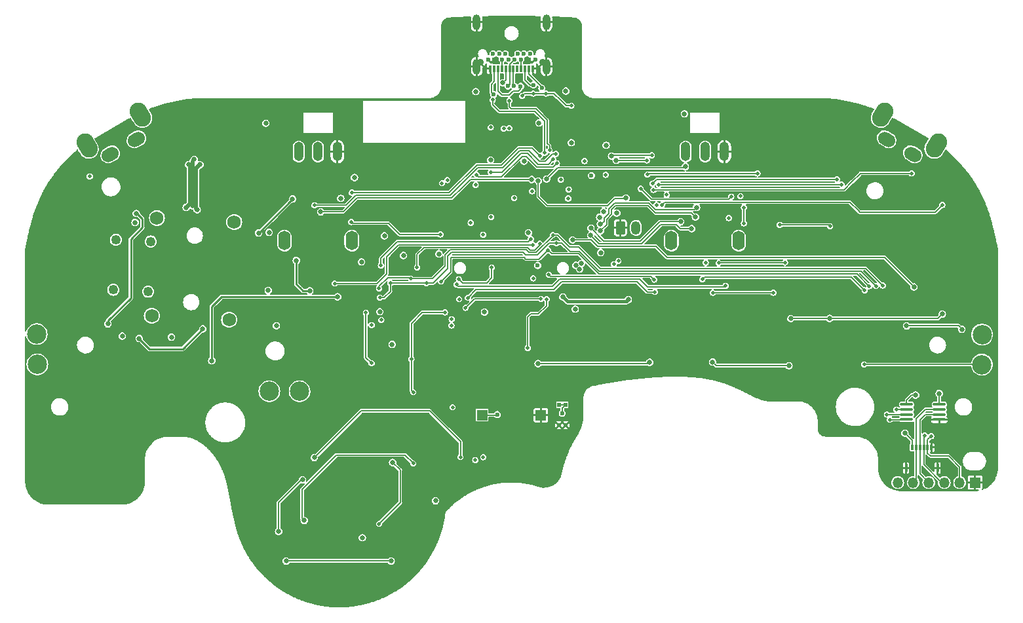
<source format=gbr>
%TF.GenerationSoftware,KiCad,Pcbnew,7.0.6*%
%TF.CreationDate,2024-04-04T00:10:15-07:00*%
%TF.ProjectId,UGC_Main,5547435f-4d61-4696-9e2e-6b696361645f,rev?*%
%TF.SameCoordinates,Original*%
%TF.FileFunction,Copper,L4,Bot*%
%TF.FilePolarity,Positive*%
%FSLAX46Y46*%
G04 Gerber Fmt 4.6, Leading zero omitted, Abs format (unit mm)*
G04 Created by KiCad (PCBNEW 7.0.6) date 2024-04-04 00:10:15*
%MOMM*%
%LPD*%
G01*
G04 APERTURE LIST*
G04 Aperture macros list*
%AMRoundRect*
0 Rectangle with rounded corners*
0 $1 Rounding radius*
0 $2 $3 $4 $5 $6 $7 $8 $9 X,Y pos of 4 corners*
0 Add a 4 corners polygon primitive as box body*
4,1,4,$2,$3,$4,$5,$6,$7,$8,$9,$2,$3,0*
0 Add four circle primitives for the rounded corners*
1,1,$1+$1,$2,$3*
1,1,$1+$1,$4,$5*
1,1,$1+$1,$6,$7*
1,1,$1+$1,$8,$9*
0 Add four rect primitives between the rounded corners*
20,1,$1+$1,$2,$3,$4,$5,0*
20,1,$1+$1,$4,$5,$6,$7,0*
20,1,$1+$1,$6,$7,$8,$9,0*
20,1,$1+$1,$8,$9,$2,$3,0*%
%AMHorizOval*
0 Thick line with rounded ends*
0 $1 width*
0 $2 $3 position (X,Y) of the first rounded end (center of the circle)*
0 $4 $5 position (X,Y) of the second rounded end (center of the circle)*
0 Add line between two ends*
20,1,$1,$2,$3,$4,$5,0*
0 Add two circle primitives to create the rounded ends*
1,1,$1,$2,$3*
1,1,$1,$4,$5*%
G04 Aperture macros list end*
%TA.AperFunction,ComponentPad*%
%ADD10C,1.750000*%
%TD*%
%TA.AperFunction,ComponentPad*%
%ADD11C,1.250000*%
%TD*%
%TA.AperFunction,ComponentPad*%
%ADD12HorizOval,2.250000X-0.250000X0.433013X0.250000X-0.433013X0*%
%TD*%
%TA.AperFunction,ComponentPad*%
%ADD13HorizOval,1.700000X0.259808X0.150000X-0.259808X-0.150000X0*%
%TD*%
%TA.AperFunction,ComponentPad*%
%ADD14HorizOval,2.250000X-0.250000X-0.433013X0.250000X0.433013X0*%
%TD*%
%TA.AperFunction,ComponentPad*%
%ADD15HorizOval,1.700000X0.259808X-0.150000X-0.259808X0.150000X0*%
%TD*%
%TA.AperFunction,ComponentPad*%
%ADD16R,1.350000X1.350000*%
%TD*%
%TA.AperFunction,ComponentPad*%
%ADD17O,1.350000X1.350000*%
%TD*%
%TA.AperFunction,SMDPad,CuDef*%
%ADD18R,1.350000X1.350000*%
%TD*%
%TA.AperFunction,SMDPad,CuDef*%
%ADD19R,0.500000X0.550000*%
%TD*%
%TA.AperFunction,SMDPad,CuDef*%
%ADD20R,0.300000X0.700000*%
%TD*%
%TA.AperFunction,SMDPad,CuDef*%
%ADD21R,0.300000X1.000000*%
%TD*%
%TA.AperFunction,ComponentPad*%
%ADD22O,1.250000X2.500000*%
%TD*%
%TA.AperFunction,HeatsinkPad*%
%ADD23O,1.600000X2.500000*%
%TD*%
%TA.AperFunction,ComponentPad*%
%ADD24RoundRect,0.250000X-0.350000X-0.625000X0.350000X-0.625000X0.350000X0.625000X-0.350000X0.625000X0*%
%TD*%
%TA.AperFunction,ComponentPad*%
%ADD25O,1.200000X1.750000*%
%TD*%
%TA.AperFunction,SMDPad,CuDef*%
%ADD26R,0.350000X0.890000*%
%TD*%
%TA.AperFunction,ComponentPad*%
%ADD27C,0.600000*%
%TD*%
%TA.AperFunction,ComponentPad*%
%ADD28O,1.000000X2.000000*%
%TD*%
%TA.AperFunction,ComponentPad*%
%ADD29C,0.900000*%
%TD*%
%TA.AperFunction,SMDPad,CuDef*%
%ADD30RoundRect,0.100000X0.712500X0.100000X-0.712500X0.100000X-0.712500X-0.100000X0.712500X-0.100000X0*%
%TD*%
%TA.AperFunction,ViaPad*%
%ADD31C,0.600000*%
%TD*%
%TA.AperFunction,ViaPad*%
%ADD32C,0.500000*%
%TD*%
%TA.AperFunction,ViaPad*%
%ADD33C,0.650000*%
%TD*%
%TA.AperFunction,ViaPad*%
%ADD34C,2.500000*%
%TD*%
%TA.AperFunction,Conductor*%
%ADD35C,0.200000*%
%TD*%
%TA.AperFunction,Conductor*%
%ADD36C,0.150000*%
%TD*%
%TA.AperFunction,Conductor*%
%ADD37C,0.250000*%
%TD*%
%TA.AperFunction,Conductor*%
%ADD38C,0.500000*%
%TD*%
%TA.AperFunction,Conductor*%
%ADD39C,0.400000*%
%TD*%
G04 APERTURE END LIST*
D10*
%TO.P,SW6,*%
%TO.N,*%
X172671539Y-110006388D03*
X172009489Y-122639052D03*
X182657835Y-110529748D03*
X181995785Y-123162412D03*
D11*
%TO.P,SW6,S1,1*%
%TO.N,Pulldown_D*%
X171861497Y-113043156D03*
%TO.P,SW6,S2,2*%
X171521313Y-119534248D03*
%TO.P,SW6,S3,3*%
%TO.N,SL_Pull*%
X167367664Y-112807644D03*
%TO.P,SW6,S4,4*%
X167027480Y-119298736D03*
%TD*%
D12*
%TO.P,SW7,*%
%TO.N,*%
X163618112Y-100644336D03*
X170546316Y-96644336D03*
D13*
%TO.P,SW7,1,1*%
%TO.N,Pulldown_C*%
X166643465Y-101784400D03*
%TO.P,SW7,2,2*%
%TO.N,L_Pull*%
X170020963Y-99834400D03*
%TD*%
D14*
%TO.P,SW8,*%
%TO.N,*%
X266420998Y-96644336D03*
X273349202Y-100644336D03*
D15*
%TO.P,SW8,1,1*%
%TO.N,Pulldown_C*%
X266946351Y-99834400D03*
%TO.P,SW8,2,2*%
%TO.N,R_Pull*%
X270323849Y-101784400D03*
%TD*%
D16*
%TO.P,J4,1,Pin_1*%
%TO.N,GND*%
X278380200Y-144195800D03*
D17*
%TO.P,J4,2,Pin_2*%
%TO.N,RS_B_IN*%
X276380200Y-144195800D03*
%TO.P,J4,3,Pin_3*%
%TO.N,Pulldown_D*%
X274380200Y-144195800D03*
%TO.P,J4,4,Pin_4*%
%TO.N,RY*%
X272380200Y-144195800D03*
%TO.P,J4,5,Pin_5*%
%TO.N,RX*%
X270380200Y-144195800D03*
%TO.P,J4,6,Pin_6*%
%TO.N,+3V3*%
X268380200Y-144195800D03*
%TD*%
D18*
%TO.P,SW14,1,1*%
%TO.N,GND*%
X222283657Y-135484400D03*
%TO.P,SW14,2,2*%
%TO.N,RP_RUN*%
X214683657Y-135484400D03*
%TD*%
D19*
%TO.P,SW15,1,1*%
%TO.N,GND*%
X225440000Y-136795000D03*
%TO.P,SW15,2,2*%
X224640000Y-136795000D03*
%TO.P,SW15,3,3*%
%TO.N,USB_BOOT*%
X225440000Y-134145000D03*
%TO.P,SW15,4,4*%
X224640000Y-134145000D03*
%TD*%
D20*
%TO.P,J13,1,1*%
%TO.N,GND*%
X272740173Y-139656580D03*
%TO.P,J13,2,2*%
%TO.N,RS_B_IN*%
X272240173Y-139656580D03*
%TO.P,J13,3,3*%
%TO.N,Pulldown_D*%
X271740173Y-139656580D03*
%TO.P,J13,4,4*%
%TO.N,RY*%
X271240173Y-139656580D03*
%TO.P,J13,5,5*%
%TO.N,RX*%
X270740173Y-139656580D03*
%TO.P,J13,6,6*%
%TO.N,+3V3*%
X270240173Y-139656580D03*
D21*
%TO.P,J13,MP1,MP1*%
%TO.N,GND*%
X273530173Y-142306580D03*
%TO.P,J13,MP2,MP2*%
X269450173Y-142306580D03*
%TD*%
D22*
%TO.P,RV2,1,GND*%
%TO.N,+3V3*%
X243483657Y-101434400D03*
%TO.P,RV2,2,Signal*%
%TO.N,ZR_ANALOG*%
X240983657Y-101434400D03*
%TO.P,RV2,3,V+*%
%TO.N,GND*%
X245983657Y-101434400D03*
D23*
%TO.P,RV2,MP*%
%TO.N,N/C*%
X247833657Y-112934400D03*
X239133657Y-112934400D03*
%TD*%
D24*
%TO.P,B1,1,Pin_1*%
%TO.N,GND*%
X232547596Y-111285471D03*
D25*
%TO.P,B1,2,Pin_2*%
%TO.N,BATTERY_POS*%
X234547596Y-111285471D03*
%TD*%
D26*
%TO.P,J5,A1,GND*%
%TO.N,GND*%
X215733635Y-90709400D03*
%TO.P,J5,A2,SSTXP1*%
%TO.N,+3V3_PRE*%
X216233635Y-90709400D03*
%TO.P,J5,A3,SSTXN1*%
%TO.N,N_CLOCK*%
X216733635Y-90709400D03*
%TO.P,J5,A4,VBUS*%
%TO.N,+5V_PRE*%
X217233635Y-90709400D03*
%TO.P,J5,A5,CC1*%
%TO.N,CC1*%
X217733635Y-90709400D03*
%TO.P,J5,A6,DP1*%
%TO.N,D+*%
X218233635Y-90709400D03*
%TO.P,J5,A7,DN1*%
%TO.N,D-*%
X218733635Y-90709400D03*
%TO.P,J5,A8,SBU1*%
%TO.N,unconnected-(J5-SBU1-PadA8)*%
X219233635Y-90709400D03*
%TO.P,J5,A9,VBUS*%
%TO.N,+5V_PRE*%
X219733635Y-90709400D03*
%TO.P,J5,A10,SSRXN2*%
%TO.N,N_LATCH*%
X220233635Y-90709400D03*
%TO.P,J5,A11,SSRXP2*%
%TO.N,N_DATA*%
X220733635Y-90709400D03*
%TO.P,J5,A12,GND*%
%TO.N,GND*%
X221233635Y-90709400D03*
D27*
%TO.P,J5,B1,GND*%
X221533635Y-89504400D03*
%TO.P,J5,B2,SSTXP2*%
%TO.N,+3V3_PRE*%
X220883635Y-88804400D03*
%TO.P,J5,B3,SSTXN2*%
%TO.N,N_CLOCK*%
X220083635Y-88804400D03*
%TO.P,J5,B4,VBUS*%
%TO.N,+5V_PRE*%
X219683635Y-89504400D03*
%TO.P,J5,B5,CC2*%
%TO.N,CC2*%
X219283635Y-88804400D03*
%TO.P,J5,B6,DP2*%
%TO.N,D+*%
X218883635Y-89504400D03*
%TO.P,J5,B7,DN2*%
%TO.N,D-*%
X218083635Y-89504400D03*
%TO.P,J5,B8,SBU2*%
%TO.N,unconnected-(J5-SBU2-PadB8)*%
X217683635Y-88804400D03*
%TO.P,J5,B9,VBUS*%
%TO.N,+5V_PRE*%
X217283635Y-89504400D03*
%TO.P,J5,B10,SSRXN1*%
%TO.N,N_LATCH*%
X216883635Y-88804400D03*
%TO.P,J5,B11,SSRXP1*%
%TO.N,N_DATA*%
X216083635Y-88804400D03*
%TO.P,J5,B12,GND*%
%TO.N,GND*%
X215433635Y-89504400D03*
D28*
%TO.P,J5,SH1,SHIELD*%
X213983635Y-84704400D03*
D29*
%TO.P,J5,SH2,SHIELD*%
X214433635Y-89904400D03*
D28*
%TO.P,J5,SH3,SHIELD*%
X213983635Y-90454400D03*
%TO.P,J5,SH4,SHIELD*%
X222983635Y-84704400D03*
D29*
%TO.P,J5,SH5,SHIELD*%
X222533635Y-89904400D03*
D28*
%TO.P,J5,SH6,SHIELD*%
X222983635Y-90454400D03*
%TD*%
D30*
%TO.P,U7,1,~{CS}/SHDN*%
%TO.N,RADC_CS*%
X273740100Y-134102200D03*
%TO.P,U7,2,CH0*%
%TO.N,RX*%
X273740100Y-134752200D03*
%TO.P,U7,3,CH1*%
%TO.N,RY*%
X273740100Y-135402200D03*
%TO.P,U7,4,VSS*%
%TO.N,GND*%
X273740100Y-136052200D03*
%TO.P,U7,5,DIN*%
%TO.N,SPI_TX*%
X269515100Y-136052200D03*
%TO.P,U7,6,DOUT*%
%TO.N,SPI_RX*%
X269515100Y-135402200D03*
%TO.P,U7,7,CLK*%
%TO.N,SPI_CK*%
X269515100Y-134752200D03*
%TO.P,U7,8,VDD/VREF*%
%TO.N,+3V3*%
X269515100Y-134102200D03*
%TD*%
D22*
%TO.P,RV1,1,GND*%
%TO.N,+3V3*%
X193483657Y-101434400D03*
%TO.P,RV1,2,Signal*%
%TO.N,ZL_ANALOG*%
X190983657Y-101434400D03*
%TO.P,RV1,3,V+*%
%TO.N,GND*%
X195983657Y-101434400D03*
D23*
%TO.P,RV1,MP*%
%TO.N,N/C*%
X197833657Y-112934400D03*
X189133657Y-112934400D03*
%TD*%
D31*
%TO.N,GND*%
X215140000Y-94050000D03*
D32*
X214275000Y-110775000D03*
D33*
X218465400Y-100533200D03*
D31*
X218960000Y-94270000D03*
D32*
X223545400Y-107416600D03*
X205761067Y-121911884D03*
X214800000Y-110400000D03*
D33*
X229504526Y-118967615D03*
D32*
X208915000Y-109296200D03*
X201930000Y-108483400D03*
X218439993Y-111963200D03*
X228449022Y-116721319D03*
D33*
X275361400Y-142392400D03*
D32*
X209194400Y-115849400D03*
X209956400Y-122936000D03*
D33*
X227748754Y-118990566D03*
X217830400Y-99923600D03*
D32*
X230632000Y-119405400D03*
D33*
%TO.N,LX*%
X196011800Y-120192800D03*
X179755800Y-128447800D03*
%TO.N,LY*%
X190677800Y-115493800D03*
X192430400Y-119430800D03*
D32*
%TO.N,+1V1*%
X227914200Y-102641400D03*
X225882200Y-106324400D03*
X221132400Y-106553000D03*
D33*
%TO.N,+3V3*%
X209118200Y-114655600D03*
X227279200Y-116611400D03*
X226796600Y-116128800D03*
X269316200Y-137820400D03*
X177292000Y-108432600D03*
D32*
X215846705Y-109870895D03*
D33*
X168198800Y-125272800D03*
X177495200Y-102438200D03*
X220675200Y-111912400D03*
X188112400Y-123926600D03*
X227500000Y-115900000D03*
X198196200Y-104775000D03*
X186740800Y-97764600D03*
D32*
X215798400Y-98298000D03*
D33*
X203047600Y-126339600D03*
X196418200Y-107467400D03*
D32*
X213842600Y-105740200D03*
D33*
X187045600Y-119380000D03*
D32*
X230657400Y-104419400D03*
D33*
X169849800Y-110583609D03*
X240817400Y-96545400D03*
X201472800Y-122123200D03*
X176453800Y-108635800D03*
D32*
X225806000Y-107492800D03*
X213200000Y-110625000D03*
D33*
X220091000Y-102666800D03*
X174548800Y-125399800D03*
X176758600Y-103124000D03*
X199097900Y-115684300D03*
X187172600Y-111861600D03*
X178231800Y-103124000D03*
X222021400Y-97713800D03*
X226212400Y-100279200D03*
X270687800Y-132892800D03*
X202057000Y-112318800D03*
D32*
X224866200Y-105054400D03*
D33*
X177876200Y-108940600D03*
D32*
X218821000Y-107416600D03*
D33*
X204520800Y-114858800D03*
X226718285Y-121785989D03*
%TO.N,BAT_LVL*%
X233273600Y-107442000D03*
X221945200Y-105232200D03*
%TO.N,VBUS_SYS*%
X232079800Y-109372400D03*
X230708200Y-100609400D03*
X233578400Y-120548400D03*
X225120200Y-120218200D03*
D34*
X191100000Y-132400000D03*
D32*
%TO.N,USB_EN*%
X223399733Y-101264779D03*
X218211400Y-94843600D03*
D33*
%TO.N,BTN_PWR*%
X221919800Y-128828800D03*
D32*
X236931200Y-117983000D03*
X223298445Y-117321090D03*
D33*
X236321600Y-128651000D03*
D34*
%TO.N,RUMBLE-*%
X187202000Y-132402000D03*
D33*
X214985600Y-122159700D03*
D31*
%TO.N,D+*%
X218020000Y-92960000D03*
%TO.N,D-*%
X218813581Y-92957751D03*
D33*
%TO.N,SL_RGB*%
X185801000Y-111937800D03*
X190195200Y-107543600D03*
%TO.N,Net-(L2-DOUT)*%
X166344600Y-123698000D03*
X170002200Y-109423200D03*
%TO.N,Net-(L3-DOUT)*%
X170383200Y-125577600D03*
X178587400Y-124333000D03*
D32*
%TO.N,DD_Pull*%
X238531400Y-107010200D03*
D33*
X199212200Y-151333200D03*
D32*
%TO.N,DL_Pull*%
X214833200Y-140919200D03*
D33*
X191693800Y-149098000D03*
D32*
X246557800Y-110007400D03*
X205790800Y-141732000D03*
%TO.N,DU_Pull*%
X211886800Y-140893800D03*
D33*
X193014600Y-140970000D03*
D32*
X213791800Y-141300200D03*
X248056400Y-107188000D03*
%TO.N,ZL_Pull*%
X237007400Y-119557800D03*
X212852000Y-120319800D03*
D34*
X157149800Y-124993400D03*
D32*
%TO.N,ESP_RTS*%
X200406000Y-128778000D03*
X199669400Y-122250200D03*
%TO.N,ESP_EN*%
X209296000Y-112141000D03*
X197866000Y-106730800D03*
X197764400Y-110515400D03*
X222148400Y-101955600D03*
%TO.N,ESP_DTR*%
X209880200Y-122214498D03*
X205790800Y-132511800D03*
X205562200Y-128244600D03*
D31*
%TO.N,N_LATCH*%
X221334118Y-92802481D03*
%TO.N,N_DATA*%
X222395124Y-93216533D03*
%TO.N,N_CLOCK*%
X219660000Y-92980000D03*
%TO.N,RP_RUN*%
X221860000Y-116150000D03*
X216640000Y-135410000D03*
X228796957Y-104519726D03*
D32*
%TO.N,I2C_SCL*%
X223875600Y-102412800D03*
X215814621Y-104075862D03*
X231701147Y-115982447D03*
%TO.N,I2C_SDA*%
X232284636Y-115562671D03*
X213952178Y-104428552D03*
X224358200Y-102946200D03*
%TO.N,USB_BOOT*%
X214807800Y-112166400D03*
X211709000Y-120497600D03*
D31*
X225040000Y-135250000D03*
D32*
%TO.N,RGB_OUT*%
X224231200Y-101727000D03*
X193040000Y-108356400D03*
%TO.N,SHARED_PU*%
X226212400Y-95504000D03*
X222961200Y-93929200D03*
X221284800Y-93929200D03*
X219860000Y-94230000D03*
%TO.N,USB_SEL*%
X222758000Y-101600000D03*
X216052400Y-94742000D03*
%TO.N,R_BRAKE*%
X223012000Y-120497600D03*
X220573600Y-126796800D03*
%TO.N,RUMBLE*%
X212547200Y-121615200D03*
X222275400Y-120472200D03*
%TO.N,ESP_RX0*%
X209499200Y-105511600D03*
X201650600Y-123190000D03*
%TO.N,ESP_TX0*%
X210185000Y-105105200D03*
X200406000Y-123850400D03*
%TO.N,LADC_CS*%
X221259400Y-113461800D03*
X195630800Y-118465600D03*
%TO.N,SPI_TX*%
X202844400Y-118414800D03*
X207492600Y-118414800D03*
X265557000Y-118795800D03*
X201472800Y-120294400D03*
X224282000Y-113258600D03*
X267360400Y-136067800D03*
%TO.N,SPI_RX*%
X266979400Y-135407400D03*
X209372200Y-118211600D03*
X223202015Y-114163403D03*
X264693400Y-118821200D03*
%TO.N,SPI_CK*%
X223824800Y-112191800D03*
X205511400Y-117856000D03*
X266446000Y-118745000D03*
X268224000Y-134772400D03*
X201366000Y-119105800D03*
D33*
%TO.N,RADC_CS*%
X226364800Y-112852200D03*
X270484600Y-118922800D03*
X273735800Y-132689600D03*
%TO.N,Scan_C*%
X240334800Y-110490000D03*
X228746736Y-111318562D03*
%TO.N,Scan_D*%
X228713542Y-112224268D03*
X241757200Y-111379000D03*
%TO.N,Scan_B*%
X229965409Y-111659980D03*
X242239800Y-109880400D03*
%TO.N,Scan_A*%
X229955925Y-110796951D03*
X242392200Y-108635800D03*
D32*
%TO.N,IMU0_CS*%
X201599800Y-116128800D03*
X220980000Y-112725200D03*
D33*
%TO.N,ZL_ANALOG*%
X221081600Y-105029000D03*
X193827400Y-109220000D03*
%TO.N,ZR_ANALOG*%
X223012000Y-104978200D03*
X240944400Y-103378000D03*
D32*
%TO.N,UART_USB+*%
X217474800Y-98450400D03*
X210718400Y-123901200D03*
%TO.N,UART_USB-*%
X210743800Y-123088400D03*
X218186000Y-98399600D03*
%TO.N,L_Pull*%
X235170448Y-106216560D03*
X246862600Y-107264200D03*
%TO.N,DR_Pull*%
X243560600Y-115773200D03*
D33*
X208661000Y-146558000D03*
D32*
%TO.N,A_Pull*%
X253136400Y-110896400D03*
X259638800Y-111074200D03*
%TO.N,B_Pull*%
X252323600Y-119659400D03*
X244475000Y-119659400D03*
%TO.N,SL_Pull*%
X248513600Y-108635800D03*
X246151400Y-118770400D03*
X248513600Y-110693200D03*
X211378800Y-118592600D03*
%TO.N,R_Pull*%
X270179800Y-104241600D03*
X236829600Y-106375200D03*
%TO.N,Y_Pull*%
X245237000Y-115824000D03*
X253822200Y-115747800D03*
%TO.N,X_Pull*%
X237947200Y-108305600D03*
X274142200Y-108331000D03*
%TO.N,ZR_Pull*%
X264109200Y-119354600D03*
D34*
X279259600Y-128960400D03*
D32*
X264033000Y-128930400D03*
X243154200Y-117932200D03*
%TO.N,Plus_Pull*%
X237210600Y-108331000D03*
X221280000Y-117800000D03*
D33*
%TO.N,+5V_PRE*%
X213868000Y-93675200D03*
D31*
%TO.N,+3V3_PRE*%
X216165246Y-94049711D03*
D33*
X225500000Y-93610000D03*
D32*
%TO.N,IMU1_CS*%
X222130112Y-113321680D03*
X206280400Y-116382800D03*
%TO.N,RS_B_IN*%
X261137400Y-105689400D03*
X237515400Y-105714800D03*
X272694400Y-138201400D03*
D33*
%TO.N,Pulldown_C*%
X232003600Y-102565200D03*
D32*
X235966000Y-102565200D03*
D33*
X269519400Y-123952000D03*
D32*
X236042200Y-104394000D03*
D34*
X157226000Y-128930400D03*
D32*
X250266200Y-104241600D03*
D33*
X276656800Y-124383800D03*
D34*
X279273000Y-125069600D03*
D32*
X163995100Y-104635300D03*
%TO.N,Pulldown_D*%
X236728000Y-105562400D03*
X236601000Y-101904800D03*
X211683600Y-117932200D03*
X271881600Y-138099800D03*
X260527800Y-105029000D03*
D33*
X231394000Y-102006400D03*
D32*
X215925400Y-116408200D03*
D33*
%TO.N,Pulldown_A*%
X244449600Y-128625600D03*
X259588000Y-122986800D03*
X229874383Y-109914294D03*
X254330200Y-129108200D03*
X274142200Y-122428000D03*
X254558800Y-123012200D03*
%TO.N,Pulldown_B*%
X191486022Y-143833495D03*
X202932000Y-154344400D03*
D32*
X201371200Y-149529800D03*
D33*
X188391800Y-150520400D03*
D32*
X210870800Y-134467600D03*
D33*
X203123800Y-141605000D03*
X189371000Y-154344400D03*
X230392181Y-109194182D03*
%TO.N,VBUS*%
X230004090Y-114479819D03*
X215783138Y-102514294D03*
%TO.N,CC1*%
X217350000Y-92530000D03*
%TD*%
D35*
%TO.N,GND*%
X221233635Y-90709400D02*
X221233635Y-91263635D01*
X215733635Y-91486365D02*
X215630000Y-91590000D01*
X221233635Y-91263635D02*
X221470000Y-91500000D01*
D36*
X275275580Y-142306580D02*
X275361400Y-142392400D01*
D35*
X215733635Y-90709400D02*
X215733635Y-91486365D01*
D36*
X273530173Y-142306580D02*
X275275580Y-142306580D01*
D37*
%TO.N,LX*%
X181000400Y-120192800D02*
X180111400Y-121081800D01*
X180111400Y-121081800D02*
X179755800Y-121437400D01*
X196011800Y-120192800D02*
X181000400Y-120192800D01*
X179755800Y-121437400D02*
X179755800Y-128447800D01*
%TO.N,LY*%
X191541400Y-119430800D02*
X192430400Y-119430800D01*
X191135000Y-119024400D02*
X191541400Y-119430800D01*
X190677800Y-118567200D02*
X191135000Y-119024400D01*
X190677800Y-115493800D02*
X190677800Y-118567200D01*
D36*
%TO.N,RX*%
X271927200Y-134752200D02*
X270740173Y-135939227D01*
X270740173Y-143835827D02*
X270380200Y-144195800D01*
X270740173Y-139656580D02*
X270740173Y-143835827D01*
X273740100Y-134752200D02*
X271927200Y-134752200D01*
X270740173Y-135939227D02*
X270740173Y-139656580D01*
%TO.N,RY*%
X271240173Y-139656580D02*
X271240173Y-143055773D01*
X271240173Y-143055773D02*
X272380200Y-144195800D01*
X271240173Y-136074227D02*
X271912200Y-135402200D01*
X271240173Y-139656580D02*
X271240173Y-136074227D01*
X271912200Y-135402200D02*
X273740100Y-135402200D01*
D38*
%TO.N,+3V3*%
X177292000Y-108432600D02*
X177292000Y-102641400D01*
X177292000Y-102641400D02*
X177495200Y-102438200D01*
X176758600Y-103124000D02*
X176911000Y-103276400D01*
X177749200Y-108813600D02*
X177749200Y-103606600D01*
D36*
X270240173Y-138744373D02*
X269316200Y-137820400D01*
X270154400Y-132892800D02*
X269515100Y-133532100D01*
X270240173Y-139656580D02*
X270240173Y-138744373D01*
X269515100Y-133532100D02*
X269515100Y-134102200D01*
X270687800Y-132892800D02*
X270154400Y-132892800D01*
D38*
X177749200Y-103606600D02*
X178231800Y-103124000D01*
X176911000Y-103276400D02*
X176911000Y-108178600D01*
X177876200Y-108940600D02*
X177749200Y-108813600D01*
X176911000Y-108178600D02*
X176453800Y-108635800D01*
D36*
%TO.N,BAT_LVL*%
X230886000Y-108407200D02*
X223113600Y-108407200D01*
X221945200Y-107238800D02*
X221945200Y-105232200D01*
X233273600Y-107442000D02*
X233222800Y-107492800D01*
X231800400Y-107492800D02*
X230886000Y-108407200D01*
X233222800Y-107492800D02*
X231800400Y-107492800D01*
X223113600Y-108407200D02*
X221945200Y-107238800D01*
D39*
%TO.N,VBUS_SYS*%
X225727000Y-120825000D02*
X233301800Y-120825000D01*
X233301800Y-120825000D02*
X233578400Y-120548400D01*
X225120200Y-120218200D02*
X225727000Y-120825000D01*
D36*
%TO.N,USB_EN*%
X223399733Y-101264779D02*
X223399733Y-100666933D01*
X223399733Y-100666933D02*
X223082600Y-100349800D01*
X218445600Y-95890600D02*
X218211400Y-95656400D01*
X221646000Y-95890600D02*
X218445600Y-95890600D01*
X223082600Y-97327200D02*
X221646000Y-95890600D01*
X223082600Y-100349800D02*
X223082600Y-97327200D01*
X218211400Y-95656400D02*
X218211400Y-94843600D01*
D35*
%TO.N,BTN_PWR*%
X221919800Y-128828800D02*
X236143800Y-128828800D01*
D36*
X223527355Y-117550000D02*
X223298445Y-117321090D01*
D35*
X236143800Y-128828800D02*
X236321600Y-128651000D01*
D36*
X236498200Y-117550000D02*
X223527355Y-117550000D01*
X236931200Y-117983000D02*
X236498200Y-117550000D01*
D35*
%TO.N,D+*%
X218020000Y-92960000D02*
X218233635Y-92746365D01*
X218233635Y-90709400D02*
X218233635Y-90132218D01*
X218233635Y-90132218D02*
X218861453Y-89504400D01*
X218861453Y-89504400D02*
X218883635Y-89504400D01*
X218233635Y-92746365D02*
X218233635Y-90709400D01*
%TO.N,D-*%
X218813581Y-92957751D02*
X218733635Y-92877805D01*
X218733635Y-92877805D02*
X218733635Y-90709400D01*
D37*
%TO.N,SL_RGB*%
X185801000Y-111937800D02*
X190195200Y-107543600D01*
%TO.N,Net-(L2-DOUT)*%
X166344600Y-123266200D02*
X166344600Y-123698000D01*
X170789600Y-110134400D02*
X170789600Y-111252000D01*
X170789600Y-111252000D02*
X169291000Y-112750600D01*
X170078400Y-109423200D02*
X170789600Y-110134400D01*
X170002200Y-109423200D02*
X170078400Y-109423200D01*
X169291000Y-120319800D02*
X166344600Y-123266200D01*
X169291000Y-112750600D02*
X169291000Y-120319800D01*
%TO.N,Net-(L3-DOUT)*%
X170383200Y-125577600D02*
X171729400Y-126923800D01*
X175996600Y-126923800D02*
X178587400Y-124333000D01*
X171729400Y-126923800D02*
X173202600Y-126923800D01*
X173202600Y-126923800D02*
X175996600Y-126923800D01*
D35*
%TO.N,DL_Pull*%
X191414400Y-145084800D02*
X195859400Y-140639800D01*
X191414400Y-148818600D02*
X191414400Y-145084800D01*
X191693800Y-149098000D02*
X191414400Y-148818600D01*
X204698600Y-140639800D02*
X205790800Y-141732000D01*
X195859400Y-140639800D02*
X204698600Y-140639800D01*
%TO.N,DU_Pull*%
X211886800Y-140893800D02*
X211886800Y-138912600D01*
X211886800Y-138912600D02*
X207924400Y-134950200D01*
X207924400Y-134950200D02*
X199034400Y-134950200D01*
X199034400Y-134950200D02*
X193014600Y-140970000D01*
%TO.N,ZL_Pull*%
X213893400Y-119278400D02*
X223951800Y-119278400D01*
X236016800Y-119557800D02*
X237007400Y-119557800D01*
X223951800Y-119278400D02*
X224992078Y-118238122D01*
X224992078Y-118238122D02*
X234697122Y-118238122D01*
X234697122Y-118238122D02*
X236016800Y-119557800D01*
X212852000Y-120319800D02*
X213893400Y-119278400D01*
%TO.N,ESP_RTS*%
X199669400Y-122250200D02*
X199669400Y-128041400D01*
X199669400Y-128041400D02*
X200406000Y-128778000D01*
D36*
%TO.N,ESP_EN*%
X217170000Y-103149400D02*
X219354400Y-100965000D01*
X202565000Y-110693200D02*
X200660000Y-110693200D01*
X197942200Y-110693200D02*
X197764400Y-110515400D01*
X200660000Y-110693200D02*
X197942200Y-110693200D01*
X219354400Y-100965000D02*
X221157800Y-100965000D01*
X203022200Y-111150400D02*
X202565000Y-110693200D01*
X210413600Y-106730800D02*
X213995000Y-103149400D01*
X221157800Y-100965000D02*
X222148400Y-101955600D01*
X204012800Y-112141000D02*
X203022200Y-111150400D01*
X197866000Y-106730800D02*
X210413600Y-106730800D01*
X209296000Y-112141000D02*
X204012800Y-112141000D01*
X213995000Y-103149400D02*
X217170000Y-103149400D01*
D35*
%TO.N,ESP_DTR*%
X205562200Y-123621800D02*
X205562200Y-128244600D01*
X209869898Y-122224800D02*
X206959200Y-122224800D01*
X205562200Y-128244600D02*
X205562200Y-132283200D01*
X205562200Y-132283200D02*
X205790800Y-132511800D01*
X206959200Y-122224800D02*
X205562200Y-123621800D01*
X209880200Y-122214498D02*
X209869898Y-122224800D01*
%TO.N,N_LATCH*%
X220233635Y-92183635D02*
X220233635Y-90709400D01*
X220852481Y-92802481D02*
X220233635Y-92183635D01*
X221334118Y-92802481D02*
X220852481Y-92802481D01*
%TO.N,N_DATA*%
X222395124Y-93075124D02*
X220733635Y-91413635D01*
X220733635Y-91413635D02*
X220733635Y-90709400D01*
X222395124Y-93216533D02*
X222395124Y-93075124D01*
%TO.N,N_CLOCK*%
X217230000Y-94130000D02*
X216733635Y-93633635D01*
X218680000Y-93610000D02*
X218160000Y-94130000D01*
X216733635Y-93633635D02*
X216733635Y-90709400D01*
X219660000Y-92980000D02*
X219660000Y-93310000D01*
X218160000Y-94130000D02*
X217230000Y-94130000D01*
X219660000Y-93310000D02*
X219360000Y-93610000D01*
X219360000Y-93610000D02*
X218680000Y-93610000D01*
D36*
%TO.N,RP_RUN*%
X216565600Y-135484400D02*
X216640000Y-135410000D01*
X214683657Y-135484400D02*
X216565600Y-135484400D01*
%TO.N,I2C_SCL*%
X220548200Y-101676200D02*
X221919800Y-103047800D01*
X223240600Y-103047800D02*
X223875600Y-102412800D01*
X217284938Y-104075862D02*
X219684600Y-101676200D01*
X215814621Y-104075862D02*
X217284938Y-104075862D01*
X219684600Y-101676200D02*
X220548200Y-101676200D01*
X221919800Y-103047800D02*
X223240600Y-103047800D01*
%TO.N,I2C_SDA*%
X217207350Y-104661450D02*
X219837000Y-102031800D01*
X220370400Y-102031800D02*
X221767400Y-103428800D01*
X213952178Y-104428552D02*
X214185076Y-104661450D01*
X221767400Y-103428800D02*
X223875600Y-103428800D01*
X219837000Y-102031800D02*
X220370400Y-102031800D01*
X223875600Y-103428800D02*
X224358200Y-102946200D01*
X214185076Y-104661450D02*
X217207350Y-104661450D01*
%TO.N,USB_BOOT*%
X225440000Y-134145000D02*
X224640000Y-134145000D01*
X225040000Y-135250000D02*
X225040000Y-134545000D01*
X225040000Y-134545000D02*
X225440000Y-134145000D01*
%TO.N,RGB_OUT*%
X214122000Y-103530400D02*
X217297000Y-103530400D01*
X198348600Y-107086400D02*
X210566000Y-107086400D01*
X222072200Y-102692200D02*
X222808800Y-102692200D01*
X210566000Y-107086400D02*
X214122000Y-103530400D01*
X223774000Y-101727000D02*
X224231200Y-101727000D01*
X220700600Y-101320600D02*
X222072200Y-102692200D01*
X197078600Y-108356400D02*
X198348600Y-107086400D01*
X217297000Y-103530400D02*
X219506800Y-101320600D01*
X193040000Y-108356400D02*
X197078600Y-108356400D01*
X222808800Y-102692200D02*
X223774000Y-101727000D01*
X219506800Y-101320600D02*
X220700600Y-101320600D01*
D35*
%TO.N,SHARED_PU*%
X225552000Y-95504000D02*
X226212400Y-95504000D01*
X224840800Y-94792800D02*
X225552000Y-95504000D01*
X223977200Y-93929200D02*
X224840800Y-94792800D01*
X221284800Y-93929200D02*
X222961200Y-93929200D01*
X219860000Y-94230000D02*
X220160800Y-93929200D01*
X220160800Y-93929200D02*
X221284800Y-93929200D01*
X222961200Y-93929200D02*
X223977200Y-93929200D01*
D36*
%TO.N,USB_SEL*%
X222732600Y-97485200D02*
X221488000Y-96240600D01*
X222732600Y-101574600D02*
X222732600Y-97485200D01*
X216052400Y-95377000D02*
X216052400Y-94742000D01*
X216916000Y-96240600D02*
X216052400Y-95377000D01*
X222758000Y-101600000D02*
X222732600Y-101574600D01*
X221488000Y-96240600D02*
X216916000Y-96240600D01*
%TO.N,R_BRAKE*%
X223012000Y-120497600D02*
X223012000Y-121335800D01*
X220573600Y-122783600D02*
X220573600Y-126796800D01*
X223012000Y-121335800D02*
X221945200Y-122402600D01*
X221945200Y-122402600D02*
X220954600Y-122402600D01*
X220954600Y-122402600D02*
X220573600Y-122783600D01*
%TO.N,RUMBLE*%
X222275400Y-120472200D02*
X213690200Y-120472200D01*
X213690200Y-120472200D02*
X212547200Y-121615200D01*
%TO.N,LADC_CS*%
X221259400Y-113461800D02*
X203911200Y-113461800D01*
X202361800Y-117221000D02*
X201422000Y-118160800D01*
X202717400Y-114655600D02*
X202361800Y-115011200D01*
X202361800Y-115011200D02*
X202361800Y-116484400D01*
X202361800Y-116484400D02*
X202361800Y-117221000D01*
X201117200Y-118465600D02*
X195630800Y-118465600D01*
X203911200Y-113461800D02*
X202717400Y-114655600D01*
X201422000Y-118160800D02*
X201117200Y-118465600D01*
%TO.N,SPI_TX*%
X220307225Y-114782600D02*
X219977025Y-114452400D01*
X224980174Y-113258600D02*
X226040787Y-114319213D01*
X221818200Y-114782600D02*
X220307225Y-114782600D01*
X202844400Y-119481600D02*
X202844400Y-118414800D01*
X201472800Y-120294400D02*
X202031600Y-120294400D01*
X263626600Y-116865400D02*
X265557000Y-118795800D01*
X227273013Y-114319213D02*
X229819200Y-116865400D01*
X210261200Y-114960400D02*
X210261200Y-116509800D01*
X210261200Y-116509800D02*
X208356200Y-118414800D01*
X202031600Y-120294400D02*
X202844400Y-119481600D01*
X224282000Y-113258600D02*
X224980174Y-113258600D01*
X269499500Y-136067800D02*
X269515100Y-136052200D01*
X224282000Y-113258600D02*
X223342200Y-113258600D01*
X210769200Y-114452400D02*
X210261200Y-114960400D01*
X229819200Y-116865400D02*
X263626600Y-116865400D01*
X267360400Y-136067800D02*
X269499500Y-136067800D01*
X208356200Y-118414800D02*
X207492600Y-118414800D01*
X207492600Y-118414800D02*
X202844400Y-118414800D01*
X226040787Y-114319213D02*
X227273013Y-114319213D01*
X223342200Y-113258600D02*
X221818200Y-114782600D01*
X219977025Y-114452400D02*
X210769200Y-114452400D01*
%TO.N,SPI_RX*%
X266979400Y-135407400D02*
X269509900Y-135407400D01*
X210629174Y-115087400D02*
X210616800Y-115099774D01*
X229768400Y-117246400D02*
X263118600Y-117246400D01*
X210616800Y-116967000D02*
X209372200Y-118211600D01*
X220339400Y-115335800D02*
X220091000Y-115087400D01*
X227152200Y-114630200D02*
X229768400Y-117246400D01*
X269509900Y-135407400D02*
X269515100Y-135402200D01*
X222029618Y-115335800D02*
X220339400Y-115335800D01*
X223668812Y-114630200D02*
X227152200Y-114630200D01*
X223202015Y-114163403D02*
X223668812Y-114630200D01*
X223202015Y-114163403D02*
X222029618Y-115335800D01*
X210616800Y-115099774D02*
X210616800Y-116967000D01*
X263118600Y-117246400D02*
X264693400Y-118821200D01*
X220091000Y-115087400D02*
X210629174Y-115087400D01*
%TO.N,SPI_CK*%
X209905600Y-114808000D02*
X210591400Y-114122200D01*
X205511400Y-117856000D02*
X208254600Y-117856000D01*
X264210800Y-116509800D02*
X266446000Y-118745000D01*
X220370400Y-114122200D02*
X220700600Y-114452400D01*
X220700600Y-114452400D02*
X221691200Y-114452400D01*
X201366000Y-119105800D02*
X201366000Y-118851800D01*
X269515100Y-134752200D02*
X268244200Y-134752200D01*
X224434400Y-112191800D02*
X226009200Y-113766600D01*
X208254600Y-117856000D02*
X209905600Y-116205000D01*
X209905600Y-116205000D02*
X209905600Y-114808000D01*
X201366000Y-118851800D02*
X202488800Y-117729000D01*
X202488800Y-117729000D02*
X205384400Y-117729000D01*
X205384400Y-117729000D02*
X205511400Y-117856000D01*
X223824800Y-112318800D02*
X223824800Y-112191800D01*
X229920800Y-116509800D02*
X264210800Y-116509800D01*
X227177600Y-113766600D02*
X229920800Y-116509800D01*
X210591400Y-114122200D02*
X220370400Y-114122200D01*
X223824800Y-112191800D02*
X224434400Y-112191800D01*
X221691200Y-114452400D02*
X223824800Y-112318800D01*
X268244200Y-134752200D02*
X268224000Y-134772400D01*
X226009200Y-113766600D02*
X227177600Y-113766600D01*
%TO.N,RADC_CS*%
X238582200Y-115112800D02*
X240842800Y-115112800D01*
X240842800Y-115112800D02*
X266674600Y-115112800D01*
X266674600Y-115112800D02*
X270484600Y-118922800D01*
X273735800Y-132689600D02*
X273735800Y-134097900D01*
X229590600Y-113665000D02*
X230581200Y-113665000D01*
X273735800Y-134097900D02*
X273740100Y-134102200D01*
X229362000Y-113436400D02*
X229590600Y-113665000D01*
X226364800Y-112852200D02*
X228777800Y-112852200D01*
X237134400Y-113665000D02*
X237871000Y-114401600D01*
X228777800Y-112852200D02*
X229362000Y-113436400D01*
X230581200Y-113665000D02*
X237134400Y-113665000D01*
X237871000Y-114401600D02*
X238582200Y-115112800D01*
%TO.N,Scan_C*%
X237617000Y-110490000D02*
X240334800Y-110490000D01*
X230381974Y-112953800D02*
X235153200Y-112953800D01*
X228746736Y-111318562D02*
X230381974Y-112953800D01*
X235153200Y-112953800D02*
X237617000Y-110490000D01*
%TO.N,Scan_D*%
X235311200Y-113303800D02*
X237769400Y-110845600D01*
X228713542Y-112224268D02*
X229793074Y-113303800D01*
X229793074Y-113303800D02*
X235311200Y-113303800D01*
X239776000Y-110845600D02*
X240309400Y-111379000D01*
X240309400Y-111379000D02*
X241757200Y-111379000D01*
X237769400Y-110845600D02*
X239776000Y-110845600D01*
%TO.N,Scan_B*%
X231368600Y-108915200D02*
X231902000Y-108381800D01*
X237083600Y-109372400D02*
X241731800Y-109372400D01*
X229965409Y-111659980D02*
X230759000Y-110866389D01*
X230759000Y-110866389D02*
X230759000Y-110159800D01*
X236093000Y-108381800D02*
X237083600Y-109372400D01*
X241731800Y-109372400D02*
X242239800Y-109880400D01*
X231368600Y-109550200D02*
X231368600Y-108915200D01*
X230759000Y-110159800D02*
X231368600Y-109550200D01*
X231902000Y-108381800D02*
X236093000Y-108381800D01*
%TO.N,Scan_A*%
X242138200Y-108889800D02*
X242392200Y-108635800D01*
X230428800Y-110058200D02*
X231038400Y-109448600D01*
X229955925Y-110796951D02*
X230045649Y-110796951D01*
X231038400Y-108813600D02*
X231775000Y-108077000D01*
X237032800Y-108889800D02*
X242138200Y-108889800D01*
X236220000Y-108077000D02*
X237032800Y-108889800D01*
X231038400Y-109448600D02*
X231038400Y-108813600D01*
X230428800Y-110413800D02*
X230428800Y-110058200D01*
X231775000Y-108077000D02*
X236220000Y-108077000D01*
X230045649Y-110796951D02*
X230428800Y-110413800D01*
%TO.N,IMU0_CS*%
X220980000Y-112725200D02*
X220624400Y-113080800D01*
X220624400Y-113080800D02*
X203733400Y-113080800D01*
X203733400Y-113080800D02*
X201599800Y-115214400D01*
X201599800Y-115214400D02*
X201599800Y-116128800D01*
%TO.N,ZL_ANALOG*%
X212166200Y-106019600D02*
X210743800Y-107442000D01*
X196723000Y-109220000D02*
X193827400Y-109220000D01*
X210743800Y-107442000D02*
X209753200Y-107442000D01*
X197688200Y-108254800D02*
X196723000Y-109220000D01*
X221081600Y-105029000D02*
X213156800Y-105029000D01*
X213156800Y-105029000D02*
X212166200Y-106019600D01*
X198501000Y-107442000D02*
X197688200Y-108254800D01*
X209753200Y-107442000D02*
X198501000Y-107442000D01*
%TO.N,ZR_ANALOG*%
X224459800Y-103530400D02*
X223012000Y-104978200D01*
X240944400Y-103378000D02*
X240792000Y-103530400D01*
X240792000Y-103530400D02*
X224459800Y-103530400D01*
%TO.N,L_Pull*%
X236548288Y-107594400D02*
X246532400Y-107594400D01*
X235170448Y-106216560D02*
X236548288Y-107594400D01*
X246532400Y-107594400D02*
X246862600Y-107264200D01*
%TO.N,A_Pull*%
X253136400Y-110896400D02*
X259461000Y-110896400D01*
X259461000Y-110896400D02*
X259638800Y-111074200D01*
%TO.N,B_Pull*%
X252323600Y-119659400D02*
X244475000Y-119659400D01*
D35*
%TO.N,SL_Pull*%
X235046840Y-117876640D02*
X236067600Y-118897400D01*
X246024400Y-118897400D02*
X246151400Y-118770400D01*
X236067600Y-118897400D02*
X246024400Y-118897400D01*
X248513600Y-110693200D02*
X248513600Y-108635800D01*
X211378800Y-118592600D02*
X211607400Y-118821200D01*
X223799400Y-118821200D02*
X224743960Y-117876640D01*
X211607400Y-118821200D02*
X223799400Y-118821200D01*
X224743960Y-117876640D02*
X235046840Y-117876640D01*
D36*
%TO.N,R_Pull*%
X236829600Y-106375200D02*
X261416800Y-106375200D01*
X263550400Y-104241600D02*
X270179800Y-104241600D01*
X262483600Y-105308400D02*
X263550400Y-104241600D01*
X261416800Y-106375200D02*
X262483600Y-105308400D01*
%TO.N,Y_Pull*%
X253746000Y-115824000D02*
X253822200Y-115747800D01*
X245237000Y-115824000D02*
X253746000Y-115824000D01*
%TO.N,X_Pull*%
X237947200Y-108305600D02*
X238277400Y-107975400D01*
X263271000Y-109042200D02*
X263499600Y-109270800D01*
X238277400Y-107975400D02*
X242849400Y-107975400D01*
X263499600Y-109270800D02*
X269316200Y-109270800D01*
X269316200Y-109270800D02*
X273202400Y-109270800D01*
X242849400Y-107975400D02*
X262204200Y-107975400D01*
X262204200Y-107975400D02*
X263271000Y-109042200D01*
X273202400Y-109270800D02*
X274142200Y-108331000D01*
%TO.N,ZR_Pull*%
X243154200Y-117932200D02*
X243433600Y-117652800D01*
X279229600Y-128930400D02*
X279259600Y-128960400D01*
X264033000Y-128930400D02*
X279229600Y-128930400D01*
X262407400Y-117652800D02*
X264109200Y-119354600D01*
X245618000Y-117652800D02*
X262407400Y-117652800D01*
X243433600Y-117652800D02*
X245618000Y-117652800D01*
D35*
%TO.N,+5V_PRE*%
X217233635Y-89554400D02*
X217283635Y-89504400D01*
X219733635Y-89554400D02*
X219683635Y-89504400D01*
X217233635Y-90709400D02*
X217233635Y-89554400D01*
X219733635Y-90709400D02*
X219733635Y-89554400D01*
%TO.N,+3V3_PRE*%
X215880000Y-92730000D02*
X216233635Y-92376365D01*
X215880000Y-93764465D02*
X215880000Y-92730000D01*
X216165246Y-94049711D02*
X215880000Y-93764465D01*
X216233635Y-92376365D02*
X216233635Y-90709400D01*
D36*
%TO.N,IMU1_CS*%
X206280400Y-114724800D02*
X206280400Y-116382800D01*
X220548200Y-113817400D02*
X207187800Y-113817400D01*
X222130112Y-113530888D02*
X221513400Y-114147600D01*
X220878400Y-114147600D02*
X220548200Y-113817400D01*
X221513400Y-114147600D02*
X220878400Y-114147600D01*
X207187800Y-113817400D02*
X206280400Y-114724800D01*
X222130112Y-113321680D02*
X222130112Y-113530888D01*
%TO.N,RS_B_IN*%
X272240173Y-140388773D02*
X272618200Y-140766800D01*
X274955000Y-140766800D02*
X276380200Y-142192000D01*
X272240173Y-139656580D02*
X272240173Y-140388773D01*
D35*
X272694400Y-138201400D02*
X272240173Y-138655627D01*
D36*
X276380200Y-142192000D02*
X276380200Y-144195800D01*
D35*
X272240173Y-138655627D02*
X272240173Y-139656580D01*
X261112000Y-105714800D02*
X261137400Y-105689400D01*
D36*
X272618200Y-140766800D02*
X274955000Y-140766800D01*
D35*
X237515400Y-105714800D02*
X261112000Y-105714800D01*
%TO.N,Pulldown_C*%
X235966000Y-102565200D02*
X232003600Y-102565200D01*
X250266200Y-104241600D02*
X236194600Y-104241600D01*
X276225000Y-123952000D02*
X276656800Y-124383800D01*
X236194600Y-104241600D02*
X236042200Y-104394000D01*
X269519400Y-123952000D02*
X276225000Y-123952000D01*
%TO.N,Pulldown_D*%
X215265000Y-118389400D02*
X215925400Y-117729000D01*
X215925400Y-117729000D02*
X215925400Y-116408200D01*
X212140800Y-118389400D02*
X215265000Y-118389400D01*
D36*
X271740173Y-141844573D02*
X271740173Y-139656580D01*
D35*
X231394000Y-102006400D02*
X231495600Y-101904800D01*
X211683600Y-117932200D02*
X212140800Y-118389400D01*
D36*
X271740173Y-138241227D02*
X271881600Y-138099800D01*
X274380200Y-144195800D02*
X274091400Y-144195800D01*
D35*
X237261400Y-105029000D02*
X236728000Y-105562400D01*
X260527800Y-105029000D02*
X237261400Y-105029000D01*
D36*
X274091400Y-144195800D02*
X271740173Y-141844573D01*
D35*
X231495600Y-101904800D02*
X236601000Y-101904800D01*
D36*
X271740173Y-139656580D02*
X271740173Y-138241227D01*
D35*
%TO.N,Pulldown_A*%
X259588000Y-122986800D02*
X254584200Y-122986800D01*
X259588000Y-122986800D02*
X273583400Y-122986800D01*
X254330200Y-129108200D02*
X244932200Y-129108200D01*
X244932200Y-129108200D02*
X244449600Y-128625600D01*
X254584200Y-122986800D02*
X254558800Y-123012200D01*
X273583400Y-122986800D02*
X274142200Y-122428000D01*
%TO.N,Pulldown_B*%
X203123800Y-141605000D02*
X204089000Y-142570200D01*
X188391800Y-146812000D02*
X191370305Y-143833495D01*
X204089000Y-142570200D02*
X204089000Y-146812000D01*
X191370305Y-143833495D02*
X191486022Y-143833495D01*
X204089000Y-146812000D02*
X201371200Y-149529800D01*
X188391800Y-150520400D02*
X188391800Y-146812000D01*
X202932000Y-154344400D02*
X189371000Y-154344400D01*
%TO.N,CC1*%
X217733635Y-92146365D02*
X217350000Y-92530000D01*
X217733635Y-90709400D02*
X217733635Y-92146365D01*
%TD*%
%TA.AperFunction,Conductor*%
%TO.N,GND*%
G36*
X206867909Y-113704613D02*
G01*
X206893219Y-113748450D01*
X206884429Y-113798300D01*
X206872669Y-113813626D01*
X206125815Y-114560477D01*
X206124411Y-114561810D01*
X206093892Y-114589291D01*
X206093889Y-114589295D01*
X206083980Y-114611549D01*
X206078443Y-114621746D01*
X206065174Y-114642179D01*
X206063843Y-114650583D01*
X206058359Y-114669096D01*
X206054901Y-114676863D01*
X206054899Y-114676870D01*
X206054899Y-114701227D01*
X206053988Y-114712799D01*
X206050177Y-114736862D01*
X206052378Y-114745074D01*
X206054900Y-114764228D01*
X206054900Y-116011256D01*
X206037587Y-116058822D01*
X206033226Y-116063582D01*
X205952351Y-116144456D01*
X205894753Y-116257498D01*
X205874908Y-116382800D01*
X205894753Y-116508101D01*
X205894753Y-116508102D01*
X205894754Y-116508104D01*
X205952350Y-116621142D01*
X206042058Y-116710850D01*
X206155096Y-116768446D01*
X206280400Y-116788292D01*
X206405704Y-116768446D01*
X206518742Y-116710850D01*
X206608450Y-116621142D01*
X206666046Y-116508104D01*
X206685892Y-116382800D01*
X206666046Y-116257496D01*
X206608450Y-116144458D01*
X206527574Y-116063581D01*
X206506182Y-116017706D01*
X206505900Y-116011256D01*
X206505900Y-114848857D01*
X206523213Y-114801291D01*
X206527574Y-114796531D01*
X207259531Y-114064574D01*
X207305407Y-114043182D01*
X207311857Y-114042900D01*
X209002411Y-114042900D01*
X209049977Y-114060213D01*
X209075287Y-114104050D01*
X209066497Y-114153900D01*
X209027720Y-114186437D01*
X209023260Y-114187902D01*
X208918639Y-114218621D01*
X208918637Y-114218623D01*
X208803614Y-114292542D01*
X208714071Y-114395880D01*
X208657268Y-114520260D01*
X208637810Y-114655599D01*
X208657268Y-114790939D01*
X208657268Y-114790940D01*
X208657269Y-114790942D01*
X208714070Y-114915318D01*
X208803611Y-115018655D01*
X208918639Y-115092578D01*
X209049831Y-115131100D01*
X209049833Y-115131100D01*
X209186568Y-115131100D01*
X209257405Y-115110300D01*
X209317761Y-115092578D01*
X209432789Y-115018655D01*
X209522330Y-114915318D01*
X209538788Y-114879279D01*
X209574295Y-114843205D01*
X209624685Y-114838394D01*
X209666379Y-114867098D01*
X209680100Y-114910022D01*
X209680100Y-116080942D01*
X209662787Y-116128508D01*
X209658426Y-116133268D01*
X208182869Y-117608826D01*
X208136993Y-117630218D01*
X208130543Y-117630500D01*
X205882943Y-117630500D01*
X205835377Y-117613187D01*
X205830628Y-117608836D01*
X205749742Y-117527950D01*
X205636704Y-117470354D01*
X205636702Y-117470353D01*
X205636701Y-117470353D01*
X205511400Y-117450508D01*
X205386098Y-117470353D01*
X205386096Y-117470353D01*
X205386096Y-117470354D01*
X205336871Y-117495435D01*
X205303278Y-117503500D01*
X202577833Y-117503500D01*
X202530267Y-117486187D01*
X202504957Y-117442350D01*
X202513747Y-117392500D01*
X202528318Y-117374507D01*
X202536979Y-117366708D01*
X202548309Y-117356507D01*
X202558218Y-117334247D01*
X202563755Y-117324050D01*
X202577026Y-117303618D01*
X202578357Y-117295211D01*
X202583842Y-117276698D01*
X202587300Y-117268932D01*
X202587300Y-117244572D01*
X202588211Y-117232996D01*
X202589033Y-117227810D01*
X202592022Y-117208935D01*
X202589821Y-117200720D01*
X202587300Y-117181568D01*
X202587300Y-115135256D01*
X202604613Y-115087690D01*
X202608963Y-115082940D01*
X202832551Y-114859352D01*
X202832554Y-114859351D01*
X202833105Y-114858800D01*
X204040410Y-114858800D01*
X204059868Y-114994139D01*
X204059868Y-114994140D01*
X204059869Y-114994142D01*
X204116670Y-115118518D01*
X204206211Y-115221855D01*
X204321239Y-115295778D01*
X204452431Y-115334300D01*
X204452433Y-115334300D01*
X204589168Y-115334300D01*
X204674592Y-115309217D01*
X204720361Y-115295778D01*
X204835389Y-115221855D01*
X204924930Y-115118518D01*
X204981731Y-114994142D01*
X205001190Y-114858800D01*
X204981731Y-114723458D01*
X204924930Y-114599082D01*
X204835389Y-114495745D01*
X204835385Y-114495742D01*
X204772607Y-114455398D01*
X204720361Y-114421822D01*
X204720360Y-114421821D01*
X204589169Y-114383300D01*
X204589167Y-114383300D01*
X204452433Y-114383300D01*
X204452431Y-114383300D01*
X204321239Y-114421821D01*
X204321237Y-114421823D01*
X204206214Y-114495742D01*
X204116671Y-114599080D01*
X204116670Y-114599081D01*
X204116670Y-114599082D01*
X204096988Y-114642179D01*
X204059868Y-114723460D01*
X204040410Y-114858800D01*
X202833105Y-114858800D01*
X202842959Y-114848946D01*
X202842960Y-114848946D01*
X203982931Y-113708973D01*
X204028807Y-113687582D01*
X204035257Y-113687300D01*
X206820343Y-113687300D01*
X206867909Y-113704613D01*
G37*
%TD.AperFunction*%
%TA.AperFunction,Conductor*%
G36*
X220683810Y-102664857D02*
G01*
X220690393Y-102670699D01*
X221603077Y-103583382D01*
X221604410Y-103584787D01*
X221631891Y-103615307D01*
X221631893Y-103615309D01*
X221654153Y-103625219D01*
X221664354Y-103630759D01*
X221684779Y-103644024D01*
X221684780Y-103644024D01*
X221684782Y-103644025D01*
X221693176Y-103645354D01*
X221711700Y-103650841D01*
X221719468Y-103654300D01*
X221743827Y-103654300D01*
X221755404Y-103655211D01*
X221779464Y-103659022D01*
X221779464Y-103659021D01*
X221779465Y-103659022D01*
X221786482Y-103657141D01*
X221787680Y-103656821D01*
X221806832Y-103654300D01*
X223838342Y-103654300D01*
X223885908Y-103671613D01*
X223911218Y-103715450D01*
X223902428Y-103765300D01*
X223890668Y-103780626D01*
X223179615Y-104491678D01*
X223133738Y-104513070D01*
X223106444Y-104510355D01*
X223080370Y-104502700D01*
X223080367Y-104502700D01*
X222943633Y-104502700D01*
X222943631Y-104502700D01*
X222812439Y-104541221D01*
X222812437Y-104541223D01*
X222697414Y-104615142D01*
X222697411Y-104615144D01*
X222697411Y-104615145D01*
X222668984Y-104647952D01*
X222607871Y-104718480D01*
X222607870Y-104718481D01*
X222607870Y-104718482D01*
X222592727Y-104751641D01*
X222551068Y-104842860D01*
X222531610Y-104978200D01*
X222540919Y-105042948D01*
X222530551Y-105092494D01*
X222525896Y-105096154D01*
X222554754Y-105121972D01*
X222556840Y-105126179D01*
X222607870Y-105237919D01*
X222637240Y-105271813D01*
X222697411Y-105341255D01*
X222812439Y-105415178D01*
X222943631Y-105453700D01*
X222943633Y-105453700D01*
X223080368Y-105453700D01*
X223156389Y-105431378D01*
X223211561Y-105415178D01*
X223326589Y-105341255D01*
X223416130Y-105237918D01*
X223472931Y-105113542D01*
X223481434Y-105054400D01*
X224460708Y-105054400D01*
X224480553Y-105179701D01*
X224480553Y-105179702D01*
X224480554Y-105179704D01*
X224538150Y-105292742D01*
X224627858Y-105382450D01*
X224740896Y-105440046D01*
X224866200Y-105459892D01*
X224991504Y-105440046D01*
X225104542Y-105382450D01*
X225194250Y-105292742D01*
X225251846Y-105179704D01*
X225271692Y-105054400D01*
X225251846Y-104929096D01*
X225194250Y-104816058D01*
X225104542Y-104726350D01*
X224991504Y-104668754D01*
X224991502Y-104668753D01*
X224991501Y-104668753D01*
X224866200Y-104648908D01*
X224740898Y-104668753D01*
X224627856Y-104726351D01*
X224538151Y-104816056D01*
X224538149Y-104816058D01*
X224538150Y-104816058D01*
X224489512Y-104911516D01*
X224480553Y-104929098D01*
X224460708Y-105054400D01*
X223481434Y-105054400D01*
X223492390Y-104978200D01*
X223477361Y-104873675D01*
X223487728Y-104824134D01*
X223498278Y-104810826D01*
X223789378Y-104519726D01*
X228341824Y-104519726D01*
X228360259Y-104647949D01*
X228360259Y-104647950D01*
X228360260Y-104647952D01*
X228414075Y-104765789D01*
X228498908Y-104863693D01*
X228607888Y-104933730D01*
X228732185Y-104970226D01*
X228861729Y-104970226D01*
X228986026Y-104933730D01*
X229095006Y-104863693D01*
X229179839Y-104765789D01*
X229233654Y-104647952D01*
X229252090Y-104519726D01*
X229237665Y-104419400D01*
X230251908Y-104419400D01*
X230271753Y-104544701D01*
X230271753Y-104544702D01*
X230271754Y-104544704D01*
X230329350Y-104657742D01*
X230419058Y-104747450D01*
X230532096Y-104805046D01*
X230657400Y-104824892D01*
X230782704Y-104805046D01*
X230895742Y-104747450D01*
X230985450Y-104657742D01*
X231043046Y-104544704D01*
X231062892Y-104419400D01*
X231043046Y-104294096D01*
X230985450Y-104181058D01*
X230895742Y-104091350D01*
X230782704Y-104033754D01*
X230782702Y-104033753D01*
X230782701Y-104033753D01*
X230657400Y-104013908D01*
X230532098Y-104033753D01*
X230419056Y-104091351D01*
X230329351Y-104181056D01*
X230271753Y-104294098D01*
X230251908Y-104419400D01*
X229237665Y-104419400D01*
X229233654Y-104391500D01*
X229179839Y-104273663D01*
X229095006Y-104175759D01*
X228992722Y-104110025D01*
X228986025Y-104105721D01*
X228861729Y-104069226D01*
X228732185Y-104069226D01*
X228607888Y-104105721D01*
X228498911Y-104175757D01*
X228498907Y-104175760D01*
X228414076Y-104273661D01*
X228414075Y-104273662D01*
X228414075Y-104273663D01*
X228401425Y-104301362D01*
X228360259Y-104391502D01*
X228341824Y-104519726D01*
X223789378Y-104519726D01*
X224531530Y-103777574D01*
X224577408Y-103756182D01*
X224583857Y-103755900D01*
X240631183Y-103755900D01*
X240671190Y-103767647D01*
X240744837Y-103814977D01*
X240744839Y-103814978D01*
X240850822Y-103846098D01*
X240891583Y-103876110D01*
X240903517Y-103925303D01*
X240881038Y-103970657D01*
X240834666Y-103990951D01*
X240829973Y-103991100D01*
X236226562Y-103991100D01*
X236212125Y-103989678D01*
X236194601Y-103986192D01*
X236194597Y-103986192D01*
X236133520Y-103998340D01*
X236107510Y-103998851D01*
X236042201Y-103988508D01*
X236042200Y-103988508D01*
X235916898Y-104008353D01*
X235803856Y-104065951D01*
X235714151Y-104155656D01*
X235656553Y-104268698D01*
X235636708Y-104394000D01*
X235656553Y-104519301D01*
X235656553Y-104519302D01*
X235656554Y-104519304D01*
X235714150Y-104632342D01*
X235803858Y-104722050D01*
X235916896Y-104779646D01*
X236042200Y-104799492D01*
X236167504Y-104779646D01*
X236280542Y-104722050D01*
X236370250Y-104632342D01*
X236390154Y-104593279D01*
X236421120Y-104532505D01*
X236458140Y-104497983D01*
X236487054Y-104492100D01*
X249919656Y-104492100D01*
X249967222Y-104509413D01*
X249971982Y-104513774D01*
X250027858Y-104569650D01*
X250140896Y-104627246D01*
X250166611Y-104631318D01*
X250167193Y-104631411D01*
X250211465Y-104655952D01*
X250229606Y-104703208D01*
X250213126Y-104751070D01*
X250169737Y-104777140D01*
X250155617Y-104778500D01*
X237293367Y-104778500D01*
X237278930Y-104777078D01*
X237261401Y-104773591D01*
X237261400Y-104773591D01*
X237175614Y-104790656D01*
X237163660Y-104793034D01*
X237129202Y-104816058D01*
X237080797Y-104848400D01*
X237070868Y-104863259D01*
X237061668Y-104874469D01*
X236798886Y-105137251D01*
X236753010Y-105158643D01*
X236734986Y-105158014D01*
X236728002Y-105156908D01*
X236728000Y-105156908D01*
X236602698Y-105176753D01*
X236489656Y-105234351D01*
X236399951Y-105324056D01*
X236399949Y-105324058D01*
X236399950Y-105324058D01*
X236345269Y-105431376D01*
X236342353Y-105437098D01*
X236322508Y-105562400D01*
X236342353Y-105687701D01*
X236342353Y-105687702D01*
X236342354Y-105687704D01*
X236399950Y-105800742D01*
X236489658Y-105890450D01*
X236570022Y-105931398D01*
X236604542Y-105968415D01*
X236607192Y-106018965D01*
X236588751Y-106049656D01*
X236501551Y-106136856D01*
X236443953Y-106249898D01*
X236424108Y-106375200D01*
X236443953Y-106500501D01*
X236443953Y-106500502D01*
X236443954Y-106500504D01*
X236501550Y-106613542D01*
X236591258Y-106703250D01*
X236704296Y-106760846D01*
X236829600Y-106780692D01*
X236954904Y-106760846D01*
X237067942Y-106703250D01*
X237148818Y-106622373D01*
X237194693Y-106600982D01*
X237201143Y-106600700D01*
X238195856Y-106600700D01*
X238243422Y-106618013D01*
X238268732Y-106661850D01*
X238259942Y-106711700D01*
X238248182Y-106727026D01*
X238203351Y-106771856D01*
X238145753Y-106884898D01*
X238125908Y-107010197D01*
X238125908Y-107010200D01*
X238134223Y-107062698D01*
X238145753Y-107135501D01*
X238145753Y-107135502D01*
X238145754Y-107135504D01*
X238203350Y-107248542D01*
X238203352Y-107248544D01*
X238205430Y-107251404D01*
X238219382Y-107300063D01*
X238198793Y-107346305D01*
X238153296Y-107368495D01*
X238145562Y-107368900D01*
X236672346Y-107368900D01*
X236624780Y-107351587D01*
X236620020Y-107347226D01*
X235590762Y-106317969D01*
X235569370Y-106272093D01*
X235569998Y-106254070D01*
X235575940Y-106216560D01*
X235556094Y-106091256D01*
X235498498Y-105978218D01*
X235408790Y-105888510D01*
X235295752Y-105830914D01*
X235295750Y-105830913D01*
X235295749Y-105830913D01*
X235170448Y-105811068D01*
X235045146Y-105830913D01*
X234932104Y-105888511D01*
X234842399Y-105978216D01*
X234784801Y-106091258D01*
X234764956Y-106216560D01*
X234784801Y-106341861D01*
X234784801Y-106341862D01*
X234784802Y-106341864D01*
X234842398Y-106454902D01*
X234932106Y-106544610D01*
X235045144Y-106602206D01*
X235170448Y-106622052D01*
X235207954Y-106616111D01*
X235257642Y-106625769D01*
X235271856Y-106636874D01*
X236372249Y-107737266D01*
X236393641Y-107783142D01*
X236380540Y-107832037D01*
X236339076Y-107861071D01*
X236308346Y-107862681D01*
X236294217Y-107860443D01*
X236275700Y-107854958D01*
X236267932Y-107851500D01*
X236267931Y-107851500D01*
X236243573Y-107851500D01*
X236231998Y-107850589D01*
X236228474Y-107850031D01*
X236207935Y-107846777D01*
X236207934Y-107846777D01*
X236199720Y-107848979D01*
X236180568Y-107851500D01*
X233709981Y-107851500D01*
X233662415Y-107834187D01*
X233637105Y-107790350D01*
X233645895Y-107740500D01*
X233654056Y-107729040D01*
X233663866Y-107717717D01*
X233677730Y-107701718D01*
X233734531Y-107577342D01*
X233753990Y-107442000D01*
X233734531Y-107306658D01*
X233677730Y-107182282D01*
X233588189Y-107078945D01*
X233588185Y-107078942D01*
X233524861Y-107038247D01*
X233473161Y-107005022D01*
X233473160Y-107005021D01*
X233341969Y-106966500D01*
X233341967Y-106966500D01*
X233205233Y-106966500D01*
X233205231Y-106966500D01*
X233074039Y-107005021D01*
X233074037Y-107005023D01*
X232959013Y-107078942D01*
X232959011Y-107078944D01*
X232869469Y-107182282D01*
X232850398Y-107224042D01*
X232814890Y-107260117D01*
X232783086Y-107267300D01*
X231807292Y-107267300D01*
X231805356Y-107267249D01*
X231764336Y-107265099D01*
X231741586Y-107273831D01*
X231730461Y-107277126D01*
X231706633Y-107282191D01*
X231706631Y-107282192D01*
X231699751Y-107287191D01*
X231682786Y-107296403D01*
X231674841Y-107299453D01*
X231674839Y-107299454D01*
X231657610Y-107316683D01*
X231648784Y-107324221D01*
X231629076Y-107338540D01*
X231624823Y-107345906D01*
X231613066Y-107361227D01*
X230814269Y-108160026D01*
X230768393Y-108181418D01*
X230761943Y-108181700D01*
X223237658Y-108181700D01*
X223190092Y-108164387D01*
X223185332Y-108160026D01*
X222518107Y-107492800D01*
X225400508Y-107492800D01*
X225420353Y-107618101D01*
X225420353Y-107618102D01*
X225420354Y-107618104D01*
X225477950Y-107731142D01*
X225567658Y-107820850D01*
X225680696Y-107878446D01*
X225806000Y-107898292D01*
X225931304Y-107878446D01*
X226044342Y-107820850D01*
X226134050Y-107731142D01*
X226191646Y-107618104D01*
X226211492Y-107492800D01*
X226191646Y-107367496D01*
X226134050Y-107254458D01*
X226044342Y-107164750D01*
X225931304Y-107107154D01*
X225931302Y-107107153D01*
X225931301Y-107107153D01*
X225806000Y-107087308D01*
X225680698Y-107107153D01*
X225567656Y-107164751D01*
X225477951Y-107254456D01*
X225420353Y-107367498D01*
X225400508Y-107492800D01*
X222518107Y-107492800D01*
X222192374Y-107167067D01*
X222170982Y-107121190D01*
X222170700Y-107114741D01*
X222170700Y-106324400D01*
X225476708Y-106324400D01*
X225479014Y-106338957D01*
X225496553Y-106449701D01*
X225496553Y-106449702D01*
X225496554Y-106449704D01*
X225554150Y-106562742D01*
X225643858Y-106652450D01*
X225756896Y-106710046D01*
X225882200Y-106729892D01*
X226007504Y-106710046D01*
X226120542Y-106652450D01*
X226210250Y-106562742D01*
X226267846Y-106449704D01*
X226287692Y-106324400D01*
X226286673Y-106317969D01*
X226271688Y-106223355D01*
X226267846Y-106199096D01*
X226210250Y-106086058D01*
X226120542Y-105996350D01*
X226007504Y-105938754D01*
X226007502Y-105938753D01*
X226007501Y-105938753D01*
X225882200Y-105918908D01*
X225756898Y-105938753D01*
X225643856Y-105996351D01*
X225554151Y-106086056D01*
X225554149Y-106086058D01*
X225554150Y-106086058D01*
X225504362Y-106183773D01*
X225496553Y-106199098D01*
X225477183Y-106321399D01*
X225476708Y-106324400D01*
X222170700Y-106324400D01*
X222170700Y-105692915D01*
X222188013Y-105645349D01*
X222204690Y-105630663D01*
X222259789Y-105595255D01*
X222349330Y-105491918D01*
X222406131Y-105367542D01*
X222425590Y-105232200D01*
X222416280Y-105167449D01*
X222426647Y-105117906D01*
X222431302Y-105114245D01*
X222402444Y-105088427D01*
X222400359Y-105084220D01*
X222349330Y-104972482D01*
X222259789Y-104869145D01*
X222259785Y-104869142D01*
X222190927Y-104824891D01*
X222144761Y-104795222D01*
X222144760Y-104795221D01*
X222013569Y-104756700D01*
X222013567Y-104756700D01*
X221876833Y-104756700D01*
X221876831Y-104756700D01*
X221745639Y-104795221D01*
X221745637Y-104795223D01*
X221626158Y-104872006D01*
X221624673Y-104869695D01*
X221586824Y-104884109D01*
X221539007Y-104867501D01*
X221518419Y-104840860D01*
X221485730Y-104769282D01*
X221396189Y-104665945D01*
X221396185Y-104665942D01*
X221330155Y-104623508D01*
X221281161Y-104592022D01*
X221281160Y-104592021D01*
X221149969Y-104553500D01*
X221149967Y-104553500D01*
X221013233Y-104553500D01*
X221013231Y-104553500D01*
X220882039Y-104592021D01*
X220882037Y-104592023D01*
X220767014Y-104665942D01*
X220677468Y-104769283D01*
X220677327Y-104769504D01*
X220677182Y-104769614D01*
X220674004Y-104773282D01*
X220673236Y-104772617D01*
X220637048Y-104800162D01*
X220615072Y-104803500D01*
X217562857Y-104803500D01*
X217515291Y-104786187D01*
X217489981Y-104742350D01*
X217498771Y-104692500D01*
X217510531Y-104677174D01*
X218478003Y-103709702D01*
X219494800Y-102692904D01*
X219540675Y-102671513D01*
X219589570Y-102684614D01*
X219618604Y-102726078D01*
X219620372Y-102734700D01*
X219630068Y-102802139D01*
X219630068Y-102802140D01*
X219630069Y-102802142D01*
X219686870Y-102926518D01*
X219776411Y-103029855D01*
X219891439Y-103103778D01*
X220022631Y-103142300D01*
X220022633Y-103142300D01*
X220159368Y-103142300D01*
X220241165Y-103118282D01*
X220290561Y-103103778D01*
X220405589Y-103029855D01*
X220495130Y-102926518D01*
X220551931Y-102802142D01*
X220564820Y-102712493D01*
X220588726Y-102667876D01*
X220635719Y-102649062D01*
X220683810Y-102664857D01*
G37*
%TD.AperFunction*%
%TA.AperFunction,Conductor*%
G36*
X213995212Y-90952066D02*
G01*
X213972058Y-90952066D01*
X213958017Y-90949842D01*
X214009253Y-90949842D01*
X213995212Y-90952066D01*
G37*
%TD.AperFunction*%
%TA.AperFunction,Conductor*%
G36*
X222995212Y-90952066D02*
G01*
X222972059Y-90952066D01*
X222958018Y-90949842D01*
X223009253Y-90949842D01*
X222995212Y-90952066D01*
G37*
%TD.AperFunction*%
%TA.AperFunction,Conductor*%
G36*
X216530475Y-89087767D02*
G01*
X216543647Y-89100615D01*
X216573756Y-89138371D01*
X216574883Y-89139416D01*
X216581349Y-89145174D01*
X216581587Y-89144901D01*
X216585580Y-89148361D01*
X216585586Y-89148367D01*
X216600969Y-89158253D01*
X216634929Y-89180078D01*
X216676151Y-89208183D01*
X216685962Y-89214872D01*
X216686353Y-89214992D01*
X216690819Y-89216693D01*
X216694564Y-89218403D01*
X216694566Y-89218404D01*
X216753769Y-89235787D01*
X216808754Y-89252747D01*
X216849105Y-89283311D01*
X216860369Y-89332661D01*
X216859088Y-89339923D01*
X216856375Y-89351812D01*
X216851543Y-89366089D01*
X216846939Y-89376170D01*
X216846937Y-89376175D01*
X216840551Y-89420589D01*
X216840000Y-89423557D01*
X216829320Y-89470349D01*
X216830113Y-89480940D01*
X216829567Y-89496988D01*
X216828502Y-89504400D01*
X216835064Y-89550049D01*
X216835360Y-89552103D01*
X216835633Y-89554603D01*
X216839469Y-89605778D01*
X216839470Y-89605780D01*
X216842025Y-89612291D01*
X216846386Y-89628788D01*
X216846937Y-89632624D01*
X216846938Y-89632626D01*
X216868336Y-89679483D01*
X216869122Y-89681335D01*
X216889080Y-89732189D01*
X216889086Y-89732199D01*
X216891196Y-89734845D01*
X216900644Y-89750226D01*
X216900749Y-89750457D01*
X216900752Y-89750461D01*
X216900753Y-89750463D01*
X216937152Y-89792470D01*
X216966990Y-89829886D01*
X216983135Y-89876024D01*
X216983135Y-90039900D01*
X216965822Y-90087466D01*
X216921985Y-90112776D01*
X216909135Y-90113900D01*
X216543815Y-90113900D01*
X216527100Y-90117225D01*
X216498072Y-90122999D01*
X216469198Y-90122999D01*
X216440170Y-90117225D01*
X216423455Y-90113900D01*
X216148300Y-90113900D01*
X216100734Y-90096587D01*
X216094125Y-90089215D01*
X216094028Y-90089313D01*
X216088874Y-90084159D01*
X216006180Y-90028905D01*
X215933257Y-90014400D01*
X215797511Y-90014400D01*
X215749945Y-89997087D01*
X215745185Y-89992726D01*
X215456730Y-89704271D01*
X215522643Y-89689227D01*
X215594022Y-89632305D01*
X215633635Y-89550049D01*
X215633635Y-89527624D01*
X215902650Y-89796639D01*
X215902651Y-89796639D01*
X215914059Y-89781772D01*
X215969477Y-89647981D01*
X215969478Y-89647977D01*
X215988380Y-89504399D01*
X215969478Y-89360822D01*
X215969477Y-89360818D01*
X215967986Y-89357218D01*
X215965778Y-89306647D01*
X215996593Y-89266489D01*
X216036353Y-89254900D01*
X216148407Y-89254900D01*
X216178699Y-89246005D01*
X216183608Y-89244920D01*
X216196905Y-89242915D01*
X216217922Y-89239748D01*
X216240458Y-89228894D01*
X216251701Y-89224570D01*
X216272704Y-89218404D01*
X216302078Y-89199525D01*
X216306021Y-89197321D01*
X216316622Y-89192216D01*
X216340277Y-89180825D01*
X216355973Y-89166261D01*
X216366289Y-89158260D01*
X216381684Y-89148367D01*
X216406720Y-89119471D01*
X216409509Y-89116585D01*
X216435462Y-89092506D01*
X216482105Y-89072846D01*
X216530475Y-89087767D01*
G37*
%TD.AperFunction*%
%TA.AperFunction,Conductor*%
G36*
X220530475Y-89087767D02*
G01*
X220543647Y-89100615D01*
X220573756Y-89138371D01*
X220574883Y-89139416D01*
X220581349Y-89145174D01*
X220581587Y-89144901D01*
X220585580Y-89148361D01*
X220585586Y-89148367D01*
X220600969Y-89158253D01*
X220634929Y-89180078D01*
X220676151Y-89208183D01*
X220685962Y-89214872D01*
X220686353Y-89214992D01*
X220690819Y-89216693D01*
X220694564Y-89218403D01*
X220694566Y-89218404D01*
X220753769Y-89235787D01*
X220815733Y-89254900D01*
X220815734Y-89254900D01*
X220930917Y-89254900D01*
X220978483Y-89272213D01*
X221003793Y-89316050D01*
X220999284Y-89357218D01*
X220997792Y-89360818D01*
X220997791Y-89360822D01*
X220978889Y-89504400D01*
X220997791Y-89647977D01*
X220997791Y-89647978D01*
X221053211Y-89781772D01*
X221064618Y-89796639D01*
X221333635Y-89527622D01*
X221333635Y-89550049D01*
X221373248Y-89632305D01*
X221444627Y-89689227D01*
X221510538Y-89704271D01*
X221222084Y-89992726D01*
X221176208Y-90014118D01*
X221169758Y-90014400D01*
X221034013Y-90014400D01*
X220961089Y-90028905D01*
X220878395Y-90084159D01*
X220873242Y-90089313D01*
X220871521Y-90087592D01*
X220839684Y-90110942D01*
X220818970Y-90113900D01*
X220543815Y-90113900D01*
X220527100Y-90117225D01*
X220498072Y-90122999D01*
X220469198Y-90122999D01*
X220440170Y-90117225D01*
X220423455Y-90113900D01*
X220058135Y-90113900D01*
X220010569Y-90096587D01*
X219985259Y-90052750D01*
X219984135Y-90039900D01*
X219984135Y-89873137D01*
X220001448Y-89825571D01*
X220002207Y-89824680D01*
X220006718Y-89819474D01*
X220009500Y-89816594D01*
X220039829Y-89788455D01*
X220048740Y-89773019D01*
X220056895Y-89761566D01*
X220066517Y-89750463D01*
X220083791Y-89712636D01*
X220085373Y-89709567D01*
X220107731Y-89670845D01*
X220110894Y-89656981D01*
X220115721Y-89642719D01*
X220120332Y-89632626D01*
X220126718Y-89588199D01*
X220127266Y-89585250D01*
X220137950Y-89538446D01*
X220137157Y-89527865D01*
X220137703Y-89511804D01*
X220138768Y-89504400D01*
X220131906Y-89456674D01*
X220131636Y-89454205D01*
X220127801Y-89403022D01*
X220125244Y-89396509D01*
X220120882Y-89380000D01*
X220120810Y-89379506D01*
X220120332Y-89376174D01*
X220110292Y-89354191D01*
X220106280Y-89303733D01*
X220135641Y-89262499D01*
X220156753Y-89252449D01*
X220178707Y-89246002D01*
X220183609Y-89244920D01*
X220200468Y-89242378D01*
X220217922Y-89239748D01*
X220240458Y-89228894D01*
X220251701Y-89224570D01*
X220272704Y-89218404D01*
X220302078Y-89199525D01*
X220306021Y-89197321D01*
X220316622Y-89192216D01*
X220340277Y-89180825D01*
X220355973Y-89166261D01*
X220366289Y-89158260D01*
X220381684Y-89148367D01*
X220406720Y-89119471D01*
X220409509Y-89116585D01*
X220435462Y-89092506D01*
X220482105Y-89072846D01*
X220530475Y-89087767D01*
G37*
%TD.AperFunction*%
%TA.AperFunction,Conductor*%
G36*
X213916456Y-89661526D02*
G01*
X213919785Y-89659605D01*
X213927724Y-89658645D01*
X213970192Y-89655825D01*
X213916456Y-89661526D01*
G37*
%TD.AperFunction*%
%TA.AperFunction,Conductor*%
G36*
X223039556Y-89658622D02*
G01*
X223044658Y-89660873D01*
X222996227Y-89655735D01*
X223039556Y-89658622D01*
G37*
%TD.AperFunction*%
%TA.AperFunction,Conductor*%
G36*
X218597582Y-83889644D02*
G01*
X218599269Y-83889645D01*
X218599270Y-83889646D01*
X218714146Y-83889709D01*
X218715042Y-83889710D01*
X218715043Y-83889711D01*
X218829647Y-83889819D01*
X218830872Y-83889821D01*
X218830873Y-83889822D01*
X218946080Y-83889979D01*
X218946755Y-83889980D01*
X218946756Y-83889981D01*
X219062102Y-83890186D01*
X219062686Y-83890188D01*
X219062687Y-83890189D01*
X219178499Y-83890445D01*
X219178661Y-83890446D01*
X219178663Y-83890447D01*
X219293627Y-83890755D01*
X219294675Y-83890758D01*
X219294677Y-83890759D01*
X219410110Y-83891121D01*
X219410725Y-83891123D01*
X219410727Y-83891124D01*
X219475496Y-83891358D01*
X219526107Y-83891543D01*
X219526807Y-83891545D01*
X219526808Y-83891546D01*
X219641419Y-83892018D01*
X219642915Y-83892025D01*
X219642916Y-83892026D01*
X219759195Y-83892564D01*
X219875393Y-83893167D01*
X219875394Y-83893166D01*
X219876069Y-83893169D01*
X219991553Y-83893831D01*
X219991553Y-83893830D01*
X219992074Y-83893833D01*
X220059238Y-83894255D01*
X220110263Y-83894576D01*
X220223901Y-83895355D01*
X220223901Y-83895354D01*
X220224628Y-83895359D01*
X220340077Y-83896219D01*
X220340077Y-83896218D01*
X220340132Y-83896218D01*
X220376290Y-83896509D01*
X220458776Y-83897174D01*
X220470818Y-83897278D01*
X220572414Y-83898158D01*
X220572414Y-83898157D01*
X220688567Y-83899237D01*
X220688567Y-83899236D01*
X220689436Y-83899244D01*
X220804551Y-83900390D01*
X220919700Y-83901610D01*
X220920618Y-83901620D01*
X220920619Y-83901621D01*
X221035689Y-83902919D01*
X221036708Y-83902931D01*
X221036709Y-83902932D01*
X221090661Y-83903578D01*
X221152324Y-83904317D01*
X221152768Y-83904322D01*
X221152769Y-83904323D01*
X221268602Y-83905792D01*
X221268792Y-83905795D01*
X221268794Y-83905796D01*
X221384687Y-83907350D01*
X221384780Y-83907352D01*
X221384782Y-83907353D01*
X221500926Y-83908998D01*
X221500926Y-83908997D01*
X221501642Y-83909007D01*
X221616662Y-83910725D01*
X221732284Y-83912541D01*
X221732471Y-83912544D01*
X221732472Y-83912545D01*
X221848461Y-83914459D01*
X221848461Y-83914458D01*
X221849379Y-83914473D01*
X221964192Y-83916463D01*
X221964192Y-83916462D01*
X221964887Y-83916475D01*
X222080776Y-83918577D01*
X222171273Y-83920295D01*
X222187936Y-83920612D01*
X222235165Y-83938825D01*
X222259638Y-83983135D01*
X222258537Y-84011663D01*
X222233635Y-84116739D01*
X222233635Y-84579400D01*
X222683635Y-84579400D01*
X222683635Y-84829400D01*
X222233635Y-84829400D01*
X222233634Y-85248083D01*
X222248883Y-85378539D01*
X222248884Y-85378543D01*
X222308847Y-85543289D01*
X222308848Y-85543293D01*
X222405188Y-85689771D01*
X222532717Y-85810088D01*
X222684552Y-85897749D01*
X222684554Y-85897750D01*
X222852508Y-85948033D01*
X222852516Y-85948034D01*
X222858634Y-85948390D01*
X222858635Y-85948389D01*
X222858635Y-85430741D01*
X222955475Y-85458295D01*
X223067156Y-85447946D01*
X223108634Y-85427292D01*
X223108634Y-85943928D01*
X223200203Y-85927783D01*
X223361183Y-85858343D01*
X223361191Y-85858338D01*
X223501818Y-85753644D01*
X223501821Y-85753641D01*
X223614515Y-85619340D01*
X223693202Y-85462661D01*
X223693204Y-85462656D01*
X223733635Y-85292063D01*
X223733635Y-84829400D01*
X223283635Y-84829400D01*
X223283635Y-84579400D01*
X223733635Y-84579400D01*
X223733634Y-84160716D01*
X223720078Y-84044736D01*
X223731752Y-83995482D01*
X223772354Y-83965254D01*
X223796009Y-83962185D01*
X223854994Y-83964126D01*
X223854994Y-83964125D01*
X223855207Y-83964132D01*
X223973413Y-83968155D01*
X224091640Y-83972313D01*
X224209678Y-83976602D01*
X224209980Y-83976613D01*
X224209981Y-83976614D01*
X224309766Y-83980357D01*
X224327791Y-83981034D01*
X224328328Y-83981054D01*
X224328329Y-83981055D01*
X224446567Y-83985632D01*
X224446648Y-83985636D01*
X224446650Y-83985637D01*
X224565016Y-83990366D01*
X224565017Y-83990366D01*
X224684314Y-83995281D01*
X224801646Y-84000263D01*
X224801646Y-84000262D01*
X224802253Y-84000288D01*
X224919853Y-84005433D01*
X224919853Y-84005432D01*
X224920318Y-84005453D01*
X224985650Y-84008395D01*
X225037859Y-84010747D01*
X225040039Y-84010848D01*
X225155202Y-84016185D01*
X225207911Y-84018697D01*
X225274078Y-84021852D01*
X225274080Y-84021853D01*
X225392328Y-84027650D01*
X225509891Y-84033576D01*
X225510187Y-84033591D01*
X225510188Y-84033592D01*
X225628112Y-84039700D01*
X225628186Y-84039704D01*
X225628187Y-84039705D01*
X225746345Y-84045993D01*
X225746345Y-84045992D01*
X225864153Y-84052430D01*
X225981635Y-84059020D01*
X225981946Y-84059038D01*
X225981947Y-84059039D01*
X226084360Y-84064917D01*
X226084360Y-84064916D01*
X226186257Y-84070884D01*
X226186257Y-84070883D01*
X226186636Y-84070905D01*
X226287784Y-84076950D01*
X226388594Y-84083094D01*
X226388927Y-84083115D01*
X226388928Y-84083116D01*
X226489269Y-84089355D01*
X226489919Y-84089396D01*
X226489920Y-84089397D01*
X226590339Y-84095766D01*
X226590627Y-84095785D01*
X226590629Y-84095786D01*
X226629910Y-84098311D01*
X226631910Y-84098496D01*
X226737670Y-84111174D01*
X226741634Y-84111871D01*
X226844144Y-84135745D01*
X226848009Y-84136872D01*
X226947780Y-84171965D01*
X226950685Y-84173129D01*
X227003343Y-84196862D01*
X227006163Y-84198281D01*
X227098668Y-84249872D01*
X227102081Y-84252027D01*
X227187837Y-84313021D01*
X227190991Y-84315535D01*
X227269956Y-84385869D01*
X227272200Y-84388046D01*
X227309421Y-84427367D01*
X227311955Y-84430045D01*
X227313942Y-84432323D01*
X227375843Y-84509457D01*
X227378055Y-84512522D01*
X227385396Y-84523875D01*
X227431431Y-84595067D01*
X227433320Y-84598345D01*
X227478214Y-84686341D01*
X227479444Y-84689009D01*
X227496892Y-84731190D01*
X227500060Y-84738848D01*
X227501077Y-84741615D01*
X227531491Y-84835739D01*
X227532469Y-84839395D01*
X227552986Y-84935531D01*
X227553585Y-84939265D01*
X227564237Y-85037461D01*
X227564438Y-85040399D01*
X227566017Y-85095808D01*
X227566016Y-92966531D01*
X227566010Y-92966544D01*
X227566010Y-93104511D01*
X227585603Y-93240788D01*
X227585866Y-93243152D01*
X227588547Y-93277230D01*
X227589906Y-93278946D01*
X227592932Y-93291761D01*
X227596553Y-93316951D01*
X227596555Y-93316960D01*
X227613304Y-93374004D01*
X227644854Y-93481456D01*
X227645330Y-93483243D01*
X227649417Y-93500265D01*
X227653093Y-93509516D01*
X227657023Y-93522900D01*
X227746183Y-93718136D01*
X227746190Y-93718149D01*
X227849703Y-93879218D01*
X227862228Y-93898707D01*
X227902399Y-93945066D01*
X228002782Y-94060914D01*
X228002787Y-94060919D01*
X228165000Y-94201477D01*
X228345555Y-94317512D01*
X228345562Y-94317516D01*
X228540798Y-94406676D01*
X228540799Y-94406676D01*
X228540803Y-94406678D01*
X228554184Y-94410606D01*
X228557115Y-94412765D01*
X228580458Y-94418369D01*
X228582244Y-94418845D01*
X228746746Y-94467146D01*
X228746751Y-94467146D01*
X228746751Y-94467147D01*
X228771946Y-94470769D01*
X228779033Y-94474566D01*
X228820539Y-94477832D01*
X228822904Y-94478095D01*
X228959199Y-94497690D01*
X229066517Y-94497689D01*
X257941670Y-94497689D01*
X258237166Y-94503623D01*
X258767072Y-94515164D01*
X259152811Y-94538432D01*
X259602670Y-94567837D01*
X260003660Y-94608238D01*
X260435393Y-94655389D01*
X260841162Y-94712812D01*
X261263873Y-94777693D01*
X261670187Y-94851944D01*
X262086701Y-94934561D01*
X262491295Y-95025425D01*
X262902524Y-95125766D01*
X263303579Y-95232920D01*
X263710080Y-95351061D01*
X264092083Y-95469751D01*
X264106065Y-95474096D01*
X264190150Y-95502555D01*
X264508227Y-95610209D01*
X264880086Y-95742342D01*
X264897473Y-95748520D01*
X265280996Y-95897215D01*
X265319086Y-95930551D01*
X265326837Y-95980573D01*
X265318330Y-96003210D01*
X265037742Y-96489204D01*
X265037736Y-96489216D01*
X264965407Y-96645340D01*
X264965405Y-96645346D01*
X264907642Y-96867556D01*
X264890485Y-97096506D01*
X264890485Y-97096507D01*
X264914485Y-97324847D01*
X264978869Y-97545227D01*
X265020897Y-97629258D01*
X265081569Y-97750569D01*
X265219286Y-97934275D01*
X265387589Y-98090439D01*
X265445850Y-98127657D01*
X265581067Y-98214037D01*
X265581070Y-98214038D01*
X265581074Y-98214041D01*
X265756020Y-98285740D01*
X265764629Y-98289269D01*
X265793519Y-98301109D01*
X266018095Y-98348845D01*
X266247587Y-98355713D01*
X266247594Y-98355712D01*
X266247596Y-98355712D01*
X266331955Y-98342996D01*
X266474617Y-98321494D01*
X266691888Y-98247286D01*
X266784075Y-98195885D01*
X266892414Y-98135478D01*
X266892417Y-98135476D01*
X266901929Y-98127655D01*
X267069760Y-97989658D01*
X267218215Y-97814516D01*
X267635804Y-97091228D01*
X267674578Y-97058693D01*
X267725197Y-97058693D01*
X267735493Y-97063359D01*
X267915928Y-97162421D01*
X267916889Y-97162975D01*
X267953603Y-97184187D01*
X267954010Y-97184334D01*
X272333452Y-99704454D01*
X272366044Y-99743183D01*
X272366116Y-99793802D01*
X272360629Y-99805592D01*
X271965946Y-100489204D01*
X271965940Y-100489216D01*
X271893611Y-100645340D01*
X271893609Y-100645346D01*
X271835846Y-100867556D01*
X271818689Y-101096506D01*
X271818689Y-101096507D01*
X271842689Y-101324847D01*
X271907073Y-101545227D01*
X271955750Y-101642553D01*
X272009773Y-101750569D01*
X272147490Y-101934275D01*
X272315793Y-102090439D01*
X272336170Y-102103456D01*
X272509271Y-102214037D01*
X272509274Y-102214038D01*
X272509278Y-102214041D01*
X272636794Y-102266302D01*
X272692833Y-102289269D01*
X272721723Y-102301109D01*
X272946299Y-102348845D01*
X273175791Y-102355713D01*
X273175798Y-102355712D01*
X273175800Y-102355712D01*
X273277148Y-102340436D01*
X273402821Y-102321494D01*
X273620092Y-102247286D01*
X273712279Y-102195885D01*
X273820618Y-102135478D01*
X273820621Y-102135476D01*
X273836845Y-102122136D01*
X273997964Y-101989658D01*
X274146419Y-101814516D01*
X274509894Y-101184954D01*
X274548670Y-101152418D01*
X274599289Y-101152418D01*
X274623130Y-101166636D01*
X274728311Y-101260087D01*
X274848702Y-101368406D01*
X274968545Y-101477608D01*
X275087737Y-101587619D01*
X275206434Y-101698604D01*
X275324457Y-101810418D01*
X275441810Y-101923085D01*
X275558489Y-102036622D01*
X275674315Y-102150876D01*
X275789473Y-102266051D01*
X275789590Y-102266302D01*
X275789656Y-102266237D01*
X275868056Y-102345755D01*
X275903908Y-102382118D01*
X276017453Y-102498928D01*
X276130084Y-102616482D01*
X276130085Y-102616483D01*
X276130639Y-102617070D01*
X276130677Y-102617156D01*
X276130813Y-102617254D01*
X276241954Y-102734963D01*
X276352850Y-102854169D01*
X276462863Y-102974225D01*
X276571842Y-103094990D01*
X276679752Y-103216448D01*
X276786757Y-103338814D01*
X276892695Y-103461929D01*
X276997477Y-103585720D01*
X277101134Y-103710246D01*
X277203610Y-103835468D01*
X277305010Y-103961550D01*
X277405155Y-104088299D01*
X277504009Y-104215696D01*
X277601641Y-104343863D01*
X277697918Y-104472657D01*
X277779548Y-104583821D01*
X277859180Y-104694086D01*
X277936801Y-104803372D01*
X278012671Y-104912000D01*
X278086611Y-105019665D01*
X278158788Y-105126551D01*
X278229114Y-105232479D01*
X278297629Y-105337447D01*
X278364489Y-105441643D01*
X278429711Y-105545038D01*
X278493272Y-105647544D01*
X278518786Y-105689400D01*
X278555071Y-105748927D01*
X278564802Y-105765167D01*
X278615448Y-105849694D01*
X278663570Y-105931395D01*
X278674128Y-105949320D01*
X278731410Y-106048258D01*
X278787102Y-106146109D01*
X278841392Y-106243142D01*
X278894310Y-106339350D01*
X278945822Y-106434605D01*
X278995889Y-106528763D01*
X279044732Y-106622177D01*
X279092242Y-106714566D01*
X279138571Y-106806163D01*
X279183635Y-106896729D01*
X279270207Y-107074955D01*
X279352349Y-107249456D01*
X279430352Y-107420253D01*
X279504357Y-107587030D01*
X279573972Y-107748274D01*
X279642314Y-107910925D01*
X279709374Y-108074959D01*
X279775276Y-108240678D01*
X279840028Y-108408100D01*
X279903636Y-108577223D01*
X279966253Y-108748446D01*
X280027805Y-108921553D01*
X280088427Y-109096905D01*
X280148085Y-109274369D01*
X280206940Y-109454409D01*
X280264913Y-109636756D01*
X280322093Y-109821638D01*
X280378574Y-110009332D01*
X280434332Y-110199705D01*
X280489495Y-110393158D01*
X280543943Y-110589207D01*
X280570828Y-110688554D01*
X280597962Y-110788824D01*
X280615240Y-110854324D01*
X280651485Y-110991728D01*
X280704478Y-111197709D01*
X280747629Y-111369586D01*
X280757090Y-111407272D01*
X280809313Y-111620324D01*
X280861217Y-111837056D01*
X280912845Y-112057575D01*
X280958746Y-112257994D01*
X280964177Y-112281705D01*
X280976480Y-112336575D01*
X281015423Y-112510267D01*
X281015423Y-112510268D01*
X281029636Y-112574976D01*
X281066560Y-112743086D01*
X281117507Y-112979685D01*
X281168467Y-113220896D01*
X281219327Y-113466069D01*
X281270297Y-113716106D01*
X281270297Y-113716107D01*
X281319923Y-113963646D01*
X281319923Y-113963648D01*
X281321367Y-113978194D01*
X281321367Y-142315503D01*
X281321316Y-142317439D01*
X281314304Y-142451251D01*
X281304013Y-142634630D01*
X281303615Y-142638347D01*
X281279082Y-142793258D01*
X281251490Y-142955657D01*
X281250751Y-142959037D01*
X281209275Y-143113831D01*
X281164543Y-143269100D01*
X281163531Y-143272118D01*
X281105572Y-143423111D01*
X281044217Y-143571235D01*
X281043000Y-143573874D01*
X280969187Y-143718744D01*
X280891904Y-143858574D01*
X280890552Y-143860829D01*
X280801720Y-143997618D01*
X280709403Y-144127726D01*
X280707981Y-144129601D01*
X280605701Y-144255906D01*
X280604535Y-144257276D01*
X280498839Y-144375550D01*
X280497413Y-144377059D01*
X280382449Y-144492022D01*
X280380941Y-144493448D01*
X280262655Y-144599155D01*
X280261291Y-144600315D01*
X280245658Y-144612975D01*
X280134998Y-144702584D01*
X280133124Y-144704006D01*
X280003002Y-144796332D01*
X279866216Y-144885160D01*
X279863962Y-144886513D01*
X279724129Y-144963795D01*
X279579266Y-145037605D01*
X279576627Y-145038821D01*
X279428491Y-145100180D01*
X279342135Y-145133327D01*
X279291524Y-145134210D01*
X279252186Y-145102354D01*
X279242528Y-145052665D01*
X279254089Y-145023129D01*
X279290694Y-144968345D01*
X279305200Y-144895422D01*
X279305200Y-144320800D01*
X278765388Y-144320800D01*
X278785186Y-144195800D01*
X278765388Y-144070800D01*
X279305200Y-144070800D01*
X279305200Y-143496177D01*
X279290694Y-143423254D01*
X279235440Y-143340560D01*
X279235439Y-143340559D01*
X279152745Y-143285305D01*
X279079822Y-143270800D01*
X278505200Y-143270800D01*
X278505200Y-143810611D01*
X278411681Y-143795800D01*
X278348719Y-143795800D01*
X278255200Y-143810611D01*
X278255200Y-143270800D01*
X277680578Y-143270800D01*
X277607654Y-143285305D01*
X277524960Y-143340559D01*
X277524959Y-143340560D01*
X277469705Y-143423254D01*
X277455200Y-143496177D01*
X277455200Y-144070800D01*
X277995012Y-144070800D01*
X277975214Y-144195800D01*
X277995012Y-144320800D01*
X277455200Y-144320800D01*
X277455200Y-144895422D01*
X277469705Y-144968345D01*
X277524959Y-145051039D01*
X277524960Y-145051040D01*
X277607654Y-145106294D01*
X277680578Y-145120800D01*
X278255200Y-145120800D01*
X278255200Y-144580988D01*
X278348719Y-144595800D01*
X278411681Y-144595800D01*
X278505200Y-144580988D01*
X278505200Y-145120800D01*
X278821150Y-145120800D01*
X278868716Y-145138113D01*
X278894026Y-145181950D01*
X278885236Y-145231800D01*
X278846459Y-145264337D01*
X278833545Y-145267755D01*
X278798591Y-145273693D01*
X278643739Y-145298217D01*
X278640023Y-145298615D01*
X278458590Y-145308803D01*
X278322585Y-145315929D01*
X278320648Y-145315980D01*
X268842126Y-145315980D01*
X268840190Y-145315929D01*
X268710924Y-145309157D01*
X268522589Y-145298565D01*
X268518877Y-145298168D01*
X268368184Y-145274304D01*
X268201509Y-145245986D01*
X268198128Y-145245248D01*
X268045997Y-145204487D01*
X267888056Y-145158987D01*
X267885038Y-145157975D01*
X267736029Y-145100778D01*
X267585896Y-145038592D01*
X267583257Y-145037376D01*
X267440003Y-144964387D01*
X267298533Y-144886201D01*
X267296279Y-144884848D01*
X267185469Y-144812889D01*
X267160860Y-144796908D01*
X267160048Y-144796332D01*
X267131556Y-144776116D01*
X267029361Y-144703605D01*
X267027500Y-144702195D01*
X266902369Y-144600867D01*
X266901035Y-144599732D01*
X266781515Y-144492924D01*
X266780017Y-144491508D01*
X266666110Y-144377603D01*
X266664715Y-144376127D01*
X266557882Y-144256582D01*
X266556756Y-144255260D01*
X266508607Y-144195800D01*
X267550153Y-144195800D01*
X267568291Y-144368367D01*
X267568293Y-144368381D01*
X267621911Y-144533405D01*
X267621916Y-144533415D01*
X267708675Y-144683685D01*
X267708678Y-144683690D01*
X267792007Y-144776236D01*
X267823674Y-144811406D01*
X267824792Y-144812647D01*
X267965169Y-144914638D01*
X267965176Y-144914642D01*
X268123701Y-144985222D01*
X268293436Y-145021300D01*
X268293437Y-145021300D01*
X268466963Y-145021300D01*
X268466964Y-145021300D01*
X268636699Y-144985222D01*
X268795224Y-144914642D01*
X268795917Y-144914139D01*
X268913079Y-144829015D01*
X268935610Y-144812645D01*
X269051722Y-144683689D01*
X269138486Y-144533411D01*
X269139652Y-144529824D01*
X269148447Y-144502753D01*
X269192108Y-144368376D01*
X269210247Y-144195800D01*
X269192108Y-144023224D01*
X269183506Y-143996749D01*
X269138488Y-143858194D01*
X269138483Y-143858184D01*
X269051724Y-143707914D01*
X269051721Y-143707909D01*
X268950453Y-143595440D01*
X268935610Y-143578955D01*
X268935609Y-143578954D01*
X268935607Y-143578952D01*
X268795230Y-143476961D01*
X268795223Y-143476957D01*
X268636700Y-143406378D01*
X268636698Y-143406377D01*
X268498288Y-143376958D01*
X268466964Y-143370300D01*
X268293436Y-143370300D01*
X268263683Y-143376624D01*
X268123701Y-143406377D01*
X268123699Y-143406378D01*
X267965178Y-143476956D01*
X267965173Y-143476959D01*
X267824792Y-143578952D01*
X267708678Y-143707909D01*
X267708675Y-143707914D01*
X267621916Y-143858184D01*
X267621911Y-143858194D01*
X267568293Y-144023218D01*
X267568292Y-144023222D01*
X267568292Y-144023224D01*
X267550153Y-144195800D01*
X266508607Y-144195800D01*
X266505728Y-144192245D01*
X266455435Y-144130138D01*
X266454013Y-144128263D01*
X266360698Y-143996749D01*
X266342572Y-143968837D01*
X266272752Y-143861325D01*
X266271420Y-143859105D01*
X266212074Y-143751725D01*
X266193232Y-143717633D01*
X266169812Y-143671669D01*
X266120229Y-143574359D01*
X266119026Y-143571749D01*
X266056833Y-143421601D01*
X265999627Y-143272574D01*
X265998627Y-143269590D01*
X265953118Y-143111625D01*
X265912650Y-142960590D01*
X265912357Y-142959497D01*
X265911618Y-142956117D01*
X265907472Y-142931716D01*
X265883304Y-142789469D01*
X265883284Y-142789341D01*
X265859435Y-142638763D01*
X265859038Y-142635053D01*
X265848188Y-142441841D01*
X265847650Y-142431580D01*
X269050173Y-142431580D01*
X269050173Y-142831202D01*
X269064678Y-142904125D01*
X269119932Y-142986819D01*
X269119933Y-142986820D01*
X269202627Y-143042074D01*
X269275551Y-143056580D01*
X269325173Y-143056580D01*
X269325173Y-142431580D01*
X269575173Y-142431580D01*
X269575173Y-143056580D01*
X269624795Y-143056580D01*
X269697718Y-143042074D01*
X269780412Y-142986820D01*
X269780413Y-142986819D01*
X269835667Y-142904125D01*
X269850173Y-142831202D01*
X269850173Y-142431580D01*
X269575173Y-142431580D01*
X269325173Y-142431580D01*
X269050173Y-142431580D01*
X265847650Y-142431580D01*
X265843676Y-142355729D01*
X265841701Y-142318031D01*
X265841650Y-142316094D01*
X265841650Y-142181580D01*
X269050173Y-142181580D01*
X269325173Y-142181580D01*
X269325173Y-141556580D01*
X269575173Y-141556580D01*
X269575173Y-142181580D01*
X269850173Y-142181580D01*
X269850173Y-141781957D01*
X269835667Y-141709034D01*
X269780413Y-141626340D01*
X269780412Y-141626339D01*
X269697718Y-141571085D01*
X269624795Y-141556580D01*
X269575173Y-141556580D01*
X269325173Y-141556580D01*
X269275551Y-141556580D01*
X269202627Y-141571085D01*
X269119933Y-141626339D01*
X269119932Y-141626340D01*
X269064678Y-141709034D01*
X269050173Y-141781957D01*
X269050173Y-142181580D01*
X265841650Y-142181580D01*
X265841650Y-141301602D01*
X265841677Y-141301527D01*
X265841677Y-141270923D01*
X265841678Y-141113672D01*
X265821735Y-140923919D01*
X265821592Y-140922140D01*
X265819811Y-140890379D01*
X265819283Y-140889654D01*
X265816793Y-140876899D01*
X265808806Y-140800893D01*
X265762553Y-140583288D01*
X265759426Y-140564879D01*
X265756898Y-140556681D01*
X265755812Y-140551573D01*
X265743419Y-140493264D01*
X265646233Y-140194155D01*
X265646229Y-140194147D01*
X265646227Y-140194139D01*
X265518319Y-139906853D01*
X265518316Y-139906848D01*
X265518314Y-139906843D01*
X265361063Y-139634477D01*
X265357151Y-139629093D01*
X265176206Y-139380044D01*
X265176205Y-139380043D01*
X265176203Y-139380040D01*
X264965760Y-139146321D01*
X264806763Y-139003161D01*
X264732044Y-138935884D01*
X264732041Y-138935881D01*
X264732039Y-138935880D01*
X264483202Y-138755092D01*
X264477603Y-138751024D01*
X264477601Y-138751023D01*
X264477600Y-138751022D01*
X264205233Y-138593773D01*
X264205229Y-138593771D01*
X264205227Y-138593770D01*
X264091030Y-138542928D01*
X263917920Y-138465857D01*
X263917915Y-138465855D01*
X263917912Y-138465854D01*
X263917911Y-138465853D01*
X263867852Y-138449588D01*
X263867831Y-138449582D01*
X263815483Y-138432574D01*
X263618816Y-138368675D01*
X263618811Y-138368674D01*
X263555392Y-138355195D01*
X263552893Y-138353633D01*
X263528741Y-138349530D01*
X263445594Y-138331858D01*
X263311191Y-138303292D01*
X263311182Y-138303290D01*
X263273999Y-138299382D01*
X263235166Y-138295301D01*
X263229934Y-138292749D01*
X263189922Y-138290503D01*
X263188147Y-138290360D01*
X262998401Y-138270420D01*
X262998396Y-138270420D01*
X262841150Y-138270423D01*
X259040797Y-138270423D01*
X259037573Y-138270282D01*
X259023723Y-138269070D01*
X258993862Y-138266457D01*
X258863310Y-138253593D01*
X258851412Y-138251428D01*
X258781030Y-138232568D01*
X258701436Y-138208423D01*
X258684184Y-138203190D01*
X258674393Y-138199443D01*
X258603288Y-138166285D01*
X258601483Y-138165383D01*
X258515491Y-138119419D01*
X258511707Y-138117095D01*
X258443641Y-138069434D01*
X258441390Y-138067726D01*
X258367375Y-138006983D01*
X258364690Y-138004551D01*
X258305546Y-137945407D01*
X258303119Y-137942728D01*
X258242373Y-137868709D01*
X258240665Y-137866458D01*
X258225220Y-137844401D01*
X258193008Y-137798398D01*
X258190687Y-137794618D01*
X258144712Y-137708607D01*
X258143818Y-137706820D01*
X258124731Y-137665890D01*
X258110660Y-137635714D01*
X258106913Y-137625922D01*
X258077527Y-137529055D01*
X258075924Y-137523074D01*
X258058670Y-137458683D01*
X258056512Y-137446827D01*
X258043610Y-137315868D01*
X258039823Y-137272598D01*
X258039683Y-137269380D01*
X258039683Y-136794999D01*
X258039683Y-136306266D01*
X258039685Y-136306260D01*
X258039685Y-136275615D01*
X258039686Y-136130978D01*
X258019820Y-135954660D01*
X258019658Y-135952777D01*
X258017698Y-135920377D01*
X258017008Y-135919445D01*
X258014414Y-135906675D01*
X258007299Y-135843522D01*
X257960664Y-135639198D01*
X257957281Y-135620736D01*
X257954498Y-135612184D01*
X257951703Y-135599940D01*
X257942930Y-135561500D01*
X257847390Y-135288458D01*
X257844327Y-135282098D01*
X257721881Y-135027834D01*
X257721880Y-135027833D01*
X257721879Y-135027830D01*
X257567976Y-134782894D01*
X257387616Y-134556730D01*
X257258145Y-134427260D01*
X260385332Y-134427260D01*
X260385960Y-134437235D01*
X260404890Y-134738127D01*
X260404893Y-134738149D01*
X260463256Y-135044102D01*
X260463259Y-135044114D01*
X260559509Y-135340343D01*
X260559511Y-135340347D01*
X260559513Y-135340351D01*
X260559514Y-135340354D01*
X260591263Y-135407824D01*
X260692140Y-135622200D01*
X260859044Y-135885198D01*
X261057595Y-136125205D01*
X261057599Y-136125210D01*
X261284662Y-136338435D01*
X261284664Y-136338437D01*
X261529813Y-136516549D01*
X261536664Y-136521526D01*
X261809626Y-136671588D01*
X261860762Y-136691834D01*
X261862848Y-136692757D01*
X261862856Y-136692761D01*
X261866347Y-136694045D01*
X262023152Y-136756129D01*
X262099233Y-136786252D01*
X262099248Y-136786257D01*
X262155848Y-136800789D01*
X262159428Y-136801904D01*
X262162567Y-136803059D01*
X262167469Y-136803929D01*
X262172955Y-136805181D01*
X262400947Y-136863719D01*
X262462923Y-136871548D01*
X262466501Y-136872180D01*
X262470310Y-136873050D01*
X262470319Y-136873050D01*
X262471074Y-136873223D01*
X262473152Y-136873324D01*
X262489318Y-136874883D01*
X262707984Y-136902507D01*
X262709973Y-136902759D01*
X262709980Y-136902760D01*
X262776493Y-136902760D01*
X262780049Y-136902931D01*
X262786303Y-136903534D01*
X262786305Y-136903533D01*
X262786317Y-136903535D01*
X262809785Y-136902782D01*
X262810487Y-136902760D01*
X263021472Y-136902760D01*
X263021472Y-136902759D01*
X263091539Y-136893908D01*
X263094956Y-136893638D01*
X263103628Y-136893360D01*
X263131318Y-136888882D01*
X263330505Y-136863719D01*
X263402919Y-136845126D01*
X263406185Y-136844444D01*
X263417032Y-136842691D01*
X263446701Y-136833884D01*
X263632210Y-136786255D01*
X263705646Y-136757179D01*
X263708686Y-136756129D01*
X263721384Y-136752361D01*
X263751585Y-136738990D01*
X263921826Y-136671588D01*
X263994770Y-136631486D01*
X263997555Y-136630107D01*
X264011687Y-136623852D01*
X264041182Y-136605971D01*
X264194788Y-136521526D01*
X264265609Y-136470071D01*
X264268153Y-136468380D01*
X264283172Y-136459276D01*
X264310258Y-136437675D01*
X264311502Y-136436728D01*
X264446789Y-136338436D01*
X264513801Y-136275506D01*
X264516011Y-136273592D01*
X264531384Y-136261334D01*
X264555800Y-136236122D01*
X264556991Y-136234949D01*
X264652244Y-136145500D01*
X264673850Y-136125212D01*
X264673851Y-136125210D01*
X264673855Y-136125207D01*
X264735291Y-136050943D01*
X264737188Y-136048823D01*
X264752245Y-136033277D01*
X264773270Y-136005104D01*
X264774371Y-136003702D01*
X264872407Y-135885199D01*
X264926491Y-135799975D01*
X264928044Y-135797722D01*
X264942130Y-135778849D01*
X264959275Y-135748405D01*
X264960220Y-135746826D01*
X265039312Y-135622199D01*
X265040001Y-135620736D01*
X265050835Y-135597711D01*
X265084257Y-135526685D01*
X265085485Y-135524307D01*
X265097920Y-135502228D01*
X265110823Y-135470355D01*
X265111599Y-135468580D01*
X265140388Y-135407400D01*
X266573908Y-135407400D01*
X266593753Y-135532701D01*
X266593753Y-135532702D01*
X266593754Y-135532704D01*
X266651350Y-135645742D01*
X266741058Y-135735450D01*
X266854096Y-135793046D01*
X266935608Y-135805956D01*
X266979880Y-135830496D01*
X266998021Y-135877753D01*
X266989967Y-135912638D01*
X266985464Y-135921477D01*
X266974753Y-135942498D01*
X266954908Y-136067800D01*
X266974753Y-136193101D01*
X266974753Y-136193102D01*
X266974754Y-136193104D01*
X267032350Y-136306142D01*
X267122058Y-136395850D01*
X267235096Y-136453446D01*
X267360400Y-136473292D01*
X267485704Y-136453446D01*
X267598742Y-136395850D01*
X267679618Y-136314973D01*
X267725493Y-136293582D01*
X267731943Y-136293300D01*
X268556052Y-136293300D01*
X268603618Y-136310613D01*
X268617580Y-136326188D01*
X268621999Y-136332801D01*
X268704860Y-136388166D01*
X268777926Y-136402700D01*
X268777928Y-136402700D01*
X270252272Y-136402700D01*
X270252274Y-136402700D01*
X270325340Y-136388166D01*
X270399560Y-136338574D01*
X270448730Y-136326543D01*
X270494128Y-136348932D01*
X270514515Y-136395264D01*
X270514673Y-136400103D01*
X270514673Y-138515107D01*
X270497360Y-138562673D01*
X270453523Y-138587983D01*
X270403673Y-138579193D01*
X270398255Y-138575257D01*
X270387070Y-138568799D01*
X270371746Y-138557040D01*
X270090580Y-138275874D01*
X269802481Y-137987776D01*
X269781090Y-137941901D01*
X269781560Y-137924932D01*
X269796590Y-137820400D01*
X269777131Y-137685058D01*
X269720330Y-137560682D01*
X269630789Y-137457345D01*
X269630785Y-137457342D01*
X269568007Y-137416998D01*
X269515761Y-137383422D01*
X269515760Y-137383421D01*
X269384569Y-137344900D01*
X269384567Y-137344900D01*
X269247833Y-137344900D01*
X269247831Y-137344900D01*
X269116639Y-137383421D01*
X269116637Y-137383423D01*
X269001614Y-137457342D01*
X268912071Y-137560680D01*
X268855268Y-137685060D01*
X268835810Y-137820399D01*
X268855268Y-137955739D01*
X268855268Y-137955740D01*
X268855269Y-137955742D01*
X268912070Y-138080118D01*
X269001611Y-138183455D01*
X269116639Y-138257378D01*
X269247831Y-138295900D01*
X269247833Y-138295900D01*
X269384567Y-138295900D01*
X269410639Y-138288244D01*
X269461154Y-138291453D01*
X269483814Y-138306920D01*
X269992999Y-138816104D01*
X270014391Y-138861980D01*
X270014673Y-138868430D01*
X270014673Y-139136469D01*
X269997360Y-139184035D01*
X269981790Y-139197995D01*
X269981669Y-139198075D01*
X269981668Y-139198076D01*
X269948406Y-139247857D01*
X269948405Y-139247858D01*
X269948406Y-139247858D01*
X269939673Y-139291760D01*
X269939673Y-140021400D01*
X269945093Y-140048646D01*
X269948406Y-140065302D01*
X269972664Y-140101608D01*
X269981669Y-140115084D01*
X270031451Y-140148347D01*
X270075353Y-140157080D01*
X270075354Y-140157080D01*
X270404991Y-140157080D01*
X270404993Y-140157080D01*
X270426236Y-140152854D01*
X270476265Y-140160554D01*
X270509641Y-140198611D01*
X270514673Y-140225432D01*
X270514673Y-143296300D01*
X270497360Y-143343866D01*
X270453523Y-143369176D01*
X270440673Y-143370300D01*
X270293436Y-143370300D01*
X270263683Y-143376624D01*
X270123701Y-143406377D01*
X270123699Y-143406378D01*
X269965178Y-143476956D01*
X269965173Y-143476959D01*
X269824792Y-143578952D01*
X269708678Y-143707909D01*
X269708675Y-143707914D01*
X269621916Y-143858184D01*
X269621911Y-143858194D01*
X269568293Y-144023218D01*
X269568292Y-144023222D01*
X269568292Y-144023224D01*
X269550153Y-144195800D01*
X269568291Y-144368367D01*
X269568293Y-144368381D01*
X269621911Y-144533405D01*
X269621916Y-144533415D01*
X269708675Y-144683685D01*
X269708678Y-144683690D01*
X269792007Y-144776236D01*
X269823674Y-144811406D01*
X269824792Y-144812647D01*
X269965169Y-144914638D01*
X269965176Y-144914642D01*
X270123701Y-144985222D01*
X270293436Y-145021300D01*
X270293437Y-145021300D01*
X270466963Y-145021300D01*
X270466964Y-145021300D01*
X270636699Y-144985222D01*
X270795224Y-144914642D01*
X270795917Y-144914139D01*
X270913079Y-144829015D01*
X270935610Y-144812645D01*
X271051722Y-144683689D01*
X271138486Y-144533411D01*
X271139652Y-144529824D01*
X271148447Y-144502753D01*
X271192108Y-144368376D01*
X271210247Y-144195800D01*
X271192108Y-144023224D01*
X271183506Y-143996749D01*
X271138488Y-143858194D01*
X271138483Y-143858184D01*
X271078053Y-143753518D01*
X271051722Y-143707911D01*
X271027095Y-143680560D01*
X270984680Y-143633452D01*
X270965718Y-143586519D01*
X270965673Y-143583937D01*
X270965673Y-143285038D01*
X270982986Y-143237472D01*
X271026823Y-143212162D01*
X271076673Y-143220952D01*
X271082089Y-143224888D01*
X271085912Y-143227095D01*
X271085913Y-143227096D01*
X271093275Y-143231346D01*
X271108599Y-143243105D01*
X271619013Y-143753518D01*
X271640405Y-143799394D01*
X271630774Y-143842842D01*
X271621913Y-143858189D01*
X271621913Y-143858190D01*
X271568293Y-144023218D01*
X271568292Y-144023222D01*
X271568292Y-144023224D01*
X271550153Y-144195800D01*
X271568291Y-144368367D01*
X271568293Y-144368381D01*
X271621911Y-144533405D01*
X271621916Y-144533415D01*
X271708675Y-144683685D01*
X271708678Y-144683690D01*
X271792007Y-144776236D01*
X271823674Y-144811406D01*
X271824792Y-144812647D01*
X271965169Y-144914638D01*
X271965176Y-144914642D01*
X272123701Y-144985222D01*
X272293436Y-145021300D01*
X272293437Y-145021300D01*
X272466963Y-145021300D01*
X272466964Y-145021300D01*
X272636699Y-144985222D01*
X272795224Y-144914642D01*
X272795917Y-144914139D01*
X272913079Y-144829015D01*
X272935610Y-144812645D01*
X273051722Y-144683689D01*
X273138486Y-144533411D01*
X273139652Y-144529824D01*
X273148447Y-144502753D01*
X273192108Y-144368376D01*
X273210247Y-144195800D01*
X273192108Y-144023224D01*
X273183506Y-143996749D01*
X273138488Y-143858194D01*
X273138483Y-143858184D01*
X273051724Y-143707914D01*
X273051721Y-143707909D01*
X272950453Y-143595440D01*
X272935610Y-143578955D01*
X272935609Y-143578954D01*
X272935607Y-143578952D01*
X272795230Y-143476961D01*
X272795223Y-143476957D01*
X272636700Y-143406378D01*
X272636698Y-143406377D01*
X272498288Y-143376958D01*
X272466964Y-143370300D01*
X272293436Y-143370300D01*
X272263683Y-143376624D01*
X272123701Y-143406377D01*
X272123695Y-143406379D01*
X272022076Y-143451623D01*
X271971581Y-143455154D01*
X271939652Y-143436347D01*
X271487347Y-142984042D01*
X271465955Y-142938166D01*
X271465673Y-142931716D01*
X271465673Y-142073838D01*
X271482986Y-142026272D01*
X271526823Y-142000962D01*
X271576673Y-142009752D01*
X271582089Y-142013688D01*
X271585912Y-142015895D01*
X271585913Y-142015896D01*
X271593275Y-142020146D01*
X271608599Y-142031905D01*
X273546342Y-143969648D01*
X273567734Y-144015524D01*
X273567611Y-144029702D01*
X273550153Y-144195800D01*
X273568291Y-144368367D01*
X273568293Y-144368381D01*
X273621911Y-144533405D01*
X273621916Y-144533415D01*
X273708675Y-144683685D01*
X273708678Y-144683690D01*
X273792007Y-144776236D01*
X273823674Y-144811406D01*
X273824792Y-144812647D01*
X273965169Y-144914638D01*
X273965176Y-144914642D01*
X274123701Y-144985222D01*
X274293436Y-145021300D01*
X274293437Y-145021300D01*
X274466963Y-145021300D01*
X274466964Y-145021300D01*
X274636699Y-144985222D01*
X274795224Y-144914642D01*
X274795917Y-144914139D01*
X274913079Y-144829015D01*
X274935610Y-144812645D01*
X275051722Y-144683689D01*
X275138486Y-144533411D01*
X275139652Y-144529824D01*
X275148447Y-144502753D01*
X275192108Y-144368376D01*
X275210247Y-144195800D01*
X275192108Y-144023224D01*
X275183506Y-143996749D01*
X275138488Y-143858194D01*
X275138483Y-143858184D01*
X275051724Y-143707914D01*
X275051721Y-143707909D01*
X274950453Y-143595440D01*
X274935610Y-143578955D01*
X274935609Y-143578954D01*
X274935607Y-143578952D01*
X274795230Y-143476961D01*
X274795223Y-143476957D01*
X274636700Y-143406378D01*
X274636698Y-143406377D01*
X274498288Y-143376958D01*
X274466964Y-143370300D01*
X274293436Y-143370300D01*
X274263683Y-143376624D01*
X274123701Y-143406377D01*
X274123699Y-143406378D01*
X273965179Y-143476956D01*
X273857775Y-143554989D01*
X273809116Y-143568941D01*
X273762874Y-143548352D01*
X273761953Y-143547447D01*
X273390455Y-143175949D01*
X273369063Y-143130073D01*
X273382164Y-143081178D01*
X273390456Y-143071296D01*
X273405173Y-143056579D01*
X273405173Y-142431580D01*
X273655173Y-142431580D01*
X273655173Y-143056580D01*
X273704795Y-143056580D01*
X273777718Y-143042074D01*
X273860412Y-142986820D01*
X273860413Y-142986819D01*
X273915667Y-142904125D01*
X273930173Y-142831202D01*
X273930173Y-142431580D01*
X273655173Y-142431580D01*
X273405173Y-142431580D01*
X273130173Y-142431580D01*
X273130173Y-142737015D01*
X273112860Y-142784581D01*
X273069023Y-142809891D01*
X273019173Y-142801101D01*
X273003847Y-142789341D01*
X272396086Y-142181580D01*
X273130173Y-142181580D01*
X273405173Y-142181580D01*
X273405173Y-141556580D01*
X273655173Y-141556580D01*
X273655173Y-142181580D01*
X273930173Y-142181580D01*
X273930173Y-141781957D01*
X273915667Y-141709034D01*
X273860413Y-141626340D01*
X273860412Y-141626339D01*
X273777718Y-141571085D01*
X273704795Y-141556580D01*
X273655173Y-141556580D01*
X273405173Y-141556580D01*
X273355551Y-141556580D01*
X273282627Y-141571085D01*
X273199933Y-141626339D01*
X273199932Y-141626340D01*
X273144678Y-141709034D01*
X273130173Y-141781957D01*
X273130173Y-142181580D01*
X272396086Y-142181580D01*
X271987347Y-141772841D01*
X271965955Y-141726965D01*
X271965673Y-141720515D01*
X271965673Y-140618038D01*
X271982986Y-140570472D01*
X272026823Y-140545162D01*
X272076673Y-140553952D01*
X272082089Y-140557888D01*
X272085912Y-140560095D01*
X272085913Y-140560096D01*
X272093275Y-140564346D01*
X272108599Y-140576105D01*
X272453878Y-140921383D01*
X272455211Y-140922788D01*
X272460584Y-140928755D01*
X272482693Y-140953309D01*
X272504956Y-140963220D01*
X272515150Y-140968756D01*
X272535582Y-140982026D01*
X272543979Y-140983355D01*
X272562501Y-140988842D01*
X272570268Y-140992300D01*
X272594627Y-140992300D01*
X272606201Y-140993210D01*
X272616368Y-140994821D01*
X272630264Y-140997022D01*
X272630265Y-140997022D01*
X272638480Y-140994821D01*
X272657632Y-140992300D01*
X274830942Y-140992300D01*
X274878508Y-141009613D01*
X274883268Y-141013974D01*
X276133026Y-142263731D01*
X276154418Y-142309607D01*
X276154700Y-142316057D01*
X276154700Y-143344519D01*
X276137387Y-143392085D01*
X276110799Y-143412121D01*
X275965178Y-143476956D01*
X275965173Y-143476959D01*
X275824792Y-143578952D01*
X275708678Y-143707909D01*
X275708675Y-143707914D01*
X275621916Y-143858184D01*
X275621911Y-143858194D01*
X275568293Y-144023218D01*
X275568292Y-144023222D01*
X275568292Y-144023224D01*
X275550153Y-144195800D01*
X275568291Y-144368367D01*
X275568293Y-144368381D01*
X275621911Y-144533405D01*
X275621916Y-144533415D01*
X275708675Y-144683685D01*
X275708678Y-144683690D01*
X275792007Y-144776236D01*
X275823674Y-144811406D01*
X275824792Y-144812647D01*
X275965169Y-144914638D01*
X275965176Y-144914642D01*
X276123701Y-144985222D01*
X276293436Y-145021300D01*
X276293437Y-145021300D01*
X276466963Y-145021300D01*
X276466964Y-145021300D01*
X276636699Y-144985222D01*
X276795224Y-144914642D01*
X276795917Y-144914139D01*
X276913079Y-144829015D01*
X276935610Y-144812645D01*
X277051722Y-144683689D01*
X277138486Y-144533411D01*
X277139652Y-144529824D01*
X277148447Y-144502753D01*
X277192108Y-144368376D01*
X277210247Y-144195800D01*
X277192108Y-144023224D01*
X277183506Y-143996749D01*
X277138488Y-143858194D01*
X277138483Y-143858184D01*
X277051724Y-143707914D01*
X277051721Y-143707909D01*
X276950453Y-143595440D01*
X276935610Y-143578955D01*
X276935609Y-143578954D01*
X276935607Y-143578952D01*
X276795230Y-143476961D01*
X276795222Y-143476957D01*
X276649601Y-143412121D01*
X276613189Y-143376958D01*
X276605700Y-143344519D01*
X276605700Y-142198891D01*
X276605751Y-142196955D01*
X276606685Y-142179113D01*
X276607900Y-142155936D01*
X276599168Y-142133190D01*
X276595871Y-142122057D01*
X276590807Y-142098232D01*
X276590806Y-142098230D01*
X276590805Y-142098228D01*
X276585811Y-142091355D01*
X276576591Y-142074373D01*
X276573546Y-142066440D01*
X276556317Y-142049212D01*
X276548776Y-142040383D01*
X276534460Y-142020677D01*
X276534459Y-142020676D01*
X276527097Y-142016426D01*
X276511773Y-142004667D01*
X276046819Y-141539713D01*
X276779970Y-141539713D01*
X276816543Y-141747131D01*
X276816543Y-141747132D01*
X276888577Y-141945049D01*
X276888581Y-141945058D01*
X276993883Y-142127451D01*
X276993885Y-142127453D01*
X276993886Y-142127455D01*
X277114479Y-142271177D01*
X277129271Y-142288805D01*
X277135348Y-142293904D01*
X277136565Y-142296012D01*
X277148762Y-142305224D01*
X277150248Y-142306407D01*
X277290610Y-142424189D01*
X277473010Y-142529504D01*
X277554205Y-142559059D01*
X277670923Y-142601545D01*
X277670926Y-142601546D01*
X277878335Y-142638124D01*
X277878337Y-142638124D01*
X277878347Y-142638126D01*
X277968838Y-142638128D01*
X277968844Y-142638130D01*
X278583657Y-142638130D01*
X278688972Y-142638134D01*
X278896404Y-142601565D01*
X279094333Y-142529530D01*
X279276747Y-142424219D01*
X279417135Y-142306424D01*
X279418619Y-142305243D01*
X279427496Y-142298539D01*
X279432019Y-142293935D01*
X279438102Y-142288832D01*
X279573495Y-142127482D01*
X279640421Y-142011565D01*
X279678811Y-141945074D01*
X279678817Y-141945058D01*
X279750853Y-141747145D01*
X279787430Y-141539715D01*
X279787430Y-141329085D01*
X279750853Y-141121655D01*
X279700031Y-140982026D01*
X279678811Y-140923725D01*
X279573499Y-140741324D01*
X279573497Y-140741321D01*
X279573496Y-140741319D01*
X279573495Y-140741318D01*
X279438102Y-140579968D01*
X279438100Y-140579966D01*
X279438097Y-140579963D01*
X279432021Y-140574865D01*
X279430802Y-140572755D01*
X279418603Y-140563542D01*
X279417117Y-140562360D01*
X279276748Y-140444581D01*
X279094331Y-140339269D01*
X278896404Y-140267235D01*
X278821126Y-140253964D01*
X278688972Y-140230666D01*
X278688967Y-140230666D01*
X278583657Y-140230670D01*
X277983557Y-140230670D01*
X277878343Y-140230673D01*
X277670926Y-140267253D01*
X277670923Y-140267254D01*
X277473011Y-140339295D01*
X277319192Y-140428108D01*
X277290610Y-140444611D01*
X277242154Y-140485272D01*
X277150263Y-140562380D01*
X277148778Y-140563562D01*
X277139879Y-140570282D01*
X277135351Y-140574893D01*
X277129272Y-140579993D01*
X277129272Y-140579994D01*
X277129270Y-140579996D01*
X277129268Y-140579998D01*
X277103414Y-140610811D01*
X276993883Y-140741348D01*
X276888581Y-140923741D01*
X276888577Y-140923750D01*
X276816543Y-141121667D01*
X276816543Y-141121668D01*
X276779970Y-141329086D01*
X276779970Y-141539713D01*
X276046819Y-141539713D01*
X275119321Y-140612216D01*
X275117988Y-140610811D01*
X275090508Y-140580292D01*
X275090504Y-140580289D01*
X275068252Y-140570382D01*
X275058047Y-140564841D01*
X275037619Y-140551574D01*
X275037616Y-140551573D01*
X275031505Y-140550605D01*
X275029213Y-140550242D01*
X275010700Y-140544758D01*
X275002932Y-140541300D01*
X275002931Y-140541300D01*
X274978573Y-140541300D01*
X274966998Y-140540389D01*
X274963474Y-140539831D01*
X274942935Y-140536577D01*
X274942934Y-140536577D01*
X274934720Y-140538779D01*
X274915568Y-140541300D01*
X272742257Y-140541300D01*
X272694691Y-140523987D01*
X272689931Y-140519626D01*
X272553211Y-140382906D01*
X272531819Y-140337030D01*
X272544920Y-140288135D01*
X272586384Y-140259101D01*
X272605537Y-140256580D01*
X272615173Y-140256580D01*
X272615173Y-139781580D01*
X272865173Y-139781580D01*
X272865173Y-140256580D01*
X272914795Y-140256580D01*
X272987718Y-140242074D01*
X273070412Y-140186820D01*
X273070413Y-140186819D01*
X273125667Y-140104125D01*
X273140173Y-140031202D01*
X273140173Y-139781580D01*
X272865173Y-139781580D01*
X272615173Y-139781580D01*
X272615173Y-139056580D01*
X272865173Y-139056580D01*
X272865173Y-139531580D01*
X273140173Y-139531580D01*
X273140173Y-139281957D01*
X273125667Y-139209034D01*
X273070413Y-139126340D01*
X273070412Y-139126339D01*
X272987718Y-139071085D01*
X272914795Y-139056580D01*
X272865173Y-139056580D01*
X272615173Y-139056580D01*
X272564673Y-139056580D01*
X272517107Y-139039267D01*
X272491797Y-138995430D01*
X272490673Y-138982580D01*
X272490673Y-138790038D01*
X272507986Y-138742472D01*
X272512337Y-138737722D01*
X272623512Y-138626546D01*
X272669386Y-138605156D01*
X272687409Y-138605784D01*
X272694400Y-138606892D01*
X272819704Y-138587046D01*
X272932742Y-138529450D01*
X273022450Y-138439742D01*
X273080046Y-138326704D01*
X273099892Y-138201400D01*
X273080046Y-138076096D01*
X273022450Y-137963058D01*
X272932742Y-137873350D01*
X272819704Y-137815754D01*
X272819702Y-137815753D01*
X272819701Y-137815753D01*
X272694400Y-137795908D01*
X272569098Y-137815753D01*
X272456056Y-137873351D01*
X272368856Y-137960551D01*
X272322979Y-137981943D01*
X272274085Y-137968842D01*
X272250599Y-137941824D01*
X272209650Y-137861458D01*
X272119942Y-137771750D01*
X272006904Y-137714154D01*
X272006902Y-137714153D01*
X272006901Y-137714153D01*
X271881600Y-137694308D01*
X271756298Y-137714153D01*
X271643256Y-137771751D01*
X271591999Y-137823009D01*
X271546123Y-137844401D01*
X271497228Y-137831300D01*
X271468194Y-137789836D01*
X271465673Y-137770683D01*
X271465673Y-136198284D01*
X271473347Y-136177200D01*
X272677601Y-136177200D01*
X272677601Y-136185424D01*
X272687512Y-136253450D01*
X272738813Y-136358388D01*
X272821410Y-136440985D01*
X272926350Y-136492287D01*
X272994381Y-136502199D01*
X273615100Y-136502199D01*
X273615100Y-136177200D01*
X273865100Y-136177200D01*
X273865100Y-136502199D01*
X274485811Y-136502199D01*
X274485824Y-136502198D01*
X274553850Y-136492287D01*
X274658788Y-136440986D01*
X274741385Y-136358389D01*
X274792687Y-136253449D01*
X274802599Y-136185423D01*
X274802600Y-136185412D01*
X274802600Y-136177200D01*
X273865100Y-136177200D01*
X273615100Y-136177200D01*
X272677601Y-136177200D01*
X271473347Y-136177200D01*
X271482986Y-136150718D01*
X271487347Y-136145958D01*
X271983932Y-135649374D01*
X272029809Y-135627982D01*
X272036258Y-135627700D01*
X272679525Y-135627700D01*
X272727091Y-135645013D01*
X272752401Y-135688850D01*
X272743611Y-135738700D01*
X272739752Y-135744696D01*
X272738816Y-135746006D01*
X272687512Y-135850950D01*
X272677600Y-135918976D01*
X272677600Y-135927200D01*
X274802599Y-135927200D01*
X274802599Y-135918989D01*
X274802598Y-135918975D01*
X274792687Y-135850949D01*
X274741386Y-135746011D01*
X274694157Y-135698782D01*
X274672765Y-135652906D01*
X274684956Y-135605342D01*
X274688566Y-135599940D01*
X274703100Y-135526874D01*
X274703100Y-135277526D01*
X274688566Y-135204460D01*
X274633201Y-135121599D01*
X274633200Y-135121598D01*
X274631004Y-135118311D01*
X274618973Y-135069142D01*
X274631004Y-135036087D01*
X274633198Y-135032802D01*
X274633201Y-135032801D01*
X274688566Y-134949940D01*
X274703100Y-134876874D01*
X274703100Y-134627526D01*
X274688566Y-134554460D01*
X274633201Y-134471599D01*
X274633199Y-134471598D01*
X274631004Y-134468312D01*
X274620960Y-134427263D01*
X275735404Y-134427263D01*
X275754648Y-134634950D01*
X275811730Y-134835571D01*
X275811732Y-134835579D01*
X275848180Y-134908777D01*
X275904707Y-135022299D01*
X275904709Y-135022302D01*
X276030406Y-135188752D01*
X276030407Y-135188753D01*
X276140521Y-135289134D01*
X276184555Y-135329276D01*
X276361898Y-135439083D01*
X276394616Y-135451758D01*
X276396620Y-135452603D01*
X276397321Y-135452923D01*
X276400151Y-135453902D01*
X276556399Y-135514433D01*
X276591537Y-135521001D01*
X276596440Y-135522301D01*
X276596465Y-135522201D01*
X276599884Y-135523030D01*
X276599894Y-135523034D01*
X276610799Y-135524602D01*
X276761433Y-135552760D01*
X276801352Y-135552760D01*
X276811878Y-135553513D01*
X276812068Y-135553540D01*
X276812075Y-135553541D01*
X276827592Y-135552801D01*
X276829348Y-135552760D01*
X276970019Y-135552760D01*
X277015932Y-135544177D01*
X277020959Y-135543591D01*
X277026194Y-135543342D01*
X277026198Y-135543340D01*
X277027875Y-135543261D01*
X277027926Y-135543257D01*
X277034184Y-135542958D01*
X277037074Y-135540808D01*
X277040814Y-135539795D01*
X277044737Y-135538843D01*
X277046568Y-135538450D01*
X277175053Y-135514433D01*
X277222543Y-135496035D01*
X277227162Y-135494587D01*
X277234514Y-135492804D01*
X277234521Y-135492800D01*
X277235546Y-135492552D01*
X277235569Y-135492546D01*
X277239508Y-135491590D01*
X277241039Y-135489925D01*
X277244308Y-135488330D01*
X277253870Y-135483964D01*
X277255784Y-135483157D01*
X277369554Y-135439083D01*
X277416505Y-135410011D01*
X277420591Y-135407824D01*
X277429505Y-135403754D01*
X277429506Y-135403752D01*
X277431540Y-135402824D01*
X277432007Y-135402073D01*
X277434779Y-135399997D01*
X277447855Y-135390686D01*
X277449754Y-135389424D01*
X277546897Y-135329276D01*
X277590952Y-135289113D01*
X277594387Y-135286342D01*
X277604120Y-135279412D01*
X277604123Y-135279408D01*
X277604301Y-135279282D01*
X277605565Y-135277896D01*
X277605917Y-135277527D01*
X277620049Y-135262705D01*
X277621808Y-135260985D01*
X277701044Y-135188753D01*
X277739691Y-135137576D01*
X277742405Y-135134381D01*
X277752047Y-135124270D01*
X277764498Y-135104895D01*
X277766044Y-135102678D01*
X277826745Y-135022298D01*
X277857392Y-134960749D01*
X277859360Y-134957286D01*
X277867940Y-134943937D01*
X277876318Y-134923008D01*
X277877515Y-134920337D01*
X277919720Y-134835579D01*
X277939828Y-134764903D01*
X277941067Y-134761275D01*
X277947607Y-134744941D01*
X277947607Y-134744938D01*
X277947607Y-134744937D01*
X277947610Y-134744930D01*
X277951715Y-134723629D01*
X277952446Y-134720557D01*
X277976802Y-134634956D01*
X277984040Y-134556845D01*
X277984545Y-134553294D01*
X277988179Y-134534441D01*
X277988861Y-134505731D01*
X277989002Y-134503294D01*
X277996048Y-134427260D01*
X277996042Y-134427200D01*
X277995296Y-134419144D01*
X277989002Y-134351230D01*
X277988861Y-134348785D01*
X277988179Y-134320079D01*
X277984546Y-134301233D01*
X277984039Y-134297665D01*
X277976802Y-134219564D01*
X277952449Y-134133972D01*
X277951715Y-134130890D01*
X277947610Y-134109590D01*
X277947605Y-134109578D01*
X277947603Y-134109570D01*
X277941068Y-134093248D01*
X277939829Y-134089617D01*
X277919722Y-134018948D01*
X277919721Y-134018946D01*
X277919720Y-134018941D01*
X277877530Y-133934213D01*
X277876306Y-133931481D01*
X277872772Y-133922653D01*
X277867940Y-133910583D01*
X277859365Y-133897240D01*
X277857378Y-133893742D01*
X277826745Y-133832222D01*
X277766070Y-133751876D01*
X277764473Y-133749585D01*
X277752050Y-133730254D01*
X277752048Y-133730252D01*
X277752047Y-133730250D01*
X277742415Y-133720148D01*
X277739668Y-133716914D01*
X277727739Y-133701118D01*
X277701044Y-133665767D01*
X277701043Y-133665766D01*
X277701044Y-133665766D01*
X277621857Y-133593579D01*
X277620021Y-133591785D01*
X277605566Y-133576625D01*
X277605256Y-133575915D01*
X277594396Y-133568183D01*
X277590933Y-133565388D01*
X277546897Y-133525244D01*
X277482326Y-133485263D01*
X277449801Y-133465124D01*
X277447817Y-133463805D01*
X277434809Y-133454542D01*
X277433448Y-133452565D01*
X277420598Y-133446697D01*
X277416487Y-133444497D01*
X277402625Y-133435914D01*
X277369554Y-133415437D01*
X277255826Y-133371378D01*
X277253822Y-133370533D01*
X277244365Y-133366214D01*
X277241522Y-133363416D01*
X277236992Y-133362317D01*
X277236975Y-133362312D01*
X277227163Y-133359930D01*
X277222522Y-133358475D01*
X277175054Y-133340087D01*
X277046602Y-133316075D01*
X277044683Y-133315663D01*
X277042966Y-133315247D01*
X277040848Y-133314733D01*
X277036219Y-133311654D01*
X277020960Y-133310927D01*
X277015917Y-133310339D01*
X276970026Y-133301760D01*
X276970019Y-133301760D01*
X276829348Y-133301760D01*
X276827592Y-133301718D01*
X276821403Y-133301423D01*
X276812079Y-133300979D01*
X276812068Y-133300979D01*
X276811878Y-133301007D01*
X276801352Y-133301760D01*
X276761427Y-133301760D01*
X276610798Y-133329918D01*
X276608891Y-133330192D01*
X276599888Y-133331486D01*
X276596476Y-133332315D01*
X276596452Y-133332217D01*
X276591533Y-133333519D01*
X276556394Y-133340088D01*
X276400158Y-133400614D01*
X276397319Y-133401597D01*
X276396601Y-133401925D01*
X276394621Y-133402759D01*
X276361897Y-133415437D01*
X276361894Y-133415438D01*
X276184554Y-133525244D01*
X276184553Y-133525244D01*
X276030407Y-133665766D01*
X276030406Y-133665767D01*
X275904709Y-133832217D01*
X275904707Y-133832220D01*
X275811732Y-134018941D01*
X275811730Y-134018946D01*
X275754648Y-134219569D01*
X275735404Y-134427256D01*
X275735404Y-134427263D01*
X274620960Y-134427263D01*
X274618973Y-134419144D01*
X274631004Y-134386088D01*
X274633199Y-134382801D01*
X274633201Y-134382801D01*
X274688566Y-134299940D01*
X274703100Y-134226874D01*
X274703100Y-133977526D01*
X274688566Y-133904460D01*
X274633201Y-133821599D01*
X274617754Y-133811278D01*
X274550340Y-133766234D01*
X274540607Y-133764298D01*
X274477274Y-133751700D01*
X274477272Y-133751700D01*
X274035300Y-133751700D01*
X273987734Y-133734387D01*
X273962424Y-133690550D01*
X273961300Y-133677700D01*
X273961300Y-133150315D01*
X273978613Y-133102749D01*
X273995290Y-133088063D01*
X274050389Y-133052655D01*
X274139930Y-132949318D01*
X274196731Y-132824942D01*
X274216190Y-132689600D01*
X274196731Y-132554258D01*
X274139930Y-132429882D01*
X274050389Y-132326545D01*
X274050385Y-132326542D01*
X273944546Y-132258525D01*
X273935361Y-132252622D01*
X273935360Y-132252621D01*
X273804169Y-132214100D01*
X273804167Y-132214100D01*
X273667433Y-132214100D01*
X273667431Y-132214100D01*
X273536239Y-132252621D01*
X273536237Y-132252623D01*
X273421214Y-132326542D01*
X273421211Y-132326544D01*
X273421211Y-132326545D01*
X273400332Y-132350641D01*
X273331671Y-132429880D01*
X273331670Y-132429881D01*
X273331670Y-132429882D01*
X273324476Y-132445635D01*
X273274868Y-132554260D01*
X273255410Y-132689599D01*
X273274868Y-132824939D01*
X273274868Y-132824940D01*
X273274869Y-132824942D01*
X273331670Y-132949318D01*
X273421211Y-133052655D01*
X273476307Y-133088062D01*
X273506962Y-133128341D01*
X273510300Y-133150315D01*
X273510300Y-133677700D01*
X273492987Y-133725266D01*
X273449150Y-133750576D01*
X273436300Y-133751700D01*
X273002926Y-133751700D01*
X272954215Y-133761389D01*
X272929859Y-133766234D01*
X272846999Y-133821598D01*
X272846998Y-133821599D01*
X272791634Y-133904459D01*
X272791633Y-133904460D01*
X272791634Y-133904460D01*
X272777100Y-133977526D01*
X272777100Y-134226874D01*
X272791634Y-134299940D01*
X272832959Y-134361789D01*
X272849195Y-134386087D01*
X272861226Y-134435256D01*
X272849196Y-134468309D01*
X272832158Y-134493810D01*
X272791338Y-134523743D01*
X272770628Y-134526700D01*
X271934092Y-134526700D01*
X271932156Y-134526649D01*
X271891136Y-134524499D01*
X271868386Y-134533231D01*
X271857261Y-134536526D01*
X271833433Y-134541591D01*
X271833431Y-134541592D01*
X271826551Y-134546591D01*
X271809586Y-134555803D01*
X271801641Y-134558853D01*
X271801639Y-134558854D01*
X271784410Y-134576083D01*
X271775584Y-134583621D01*
X271755876Y-134597940D01*
X271751623Y-134605306D01*
X271739866Y-134620627D01*
X270585588Y-135774904D01*
X270584184Y-135776237D01*
X270553663Y-135803720D01*
X270551476Y-135806731D01*
X270509510Y-135835035D01*
X270459169Y-135829743D01*
X270430082Y-135804346D01*
X270411300Y-135776237D01*
X270408201Y-135771599D01*
X270408200Y-135771598D01*
X270406005Y-135768313D01*
X270393973Y-135719145D01*
X270406004Y-135686088D01*
X270408199Y-135682801D01*
X270408201Y-135682801D01*
X270463566Y-135599940D01*
X270478100Y-135526874D01*
X270478100Y-135277526D01*
X270463566Y-135204460D01*
X270408201Y-135121599D01*
X270408199Y-135121598D01*
X270406004Y-135118312D01*
X270393973Y-135069144D01*
X270406004Y-135036088D01*
X270408199Y-135032801D01*
X270408201Y-135032801D01*
X270463566Y-134949940D01*
X270478100Y-134876874D01*
X270478100Y-134627526D01*
X270463566Y-134554460D01*
X270408201Y-134471599D01*
X270408199Y-134471598D01*
X270406004Y-134468312D01*
X270393973Y-134419144D01*
X270406004Y-134386088D01*
X270408199Y-134382801D01*
X270408201Y-134382801D01*
X270463566Y-134299940D01*
X270478100Y-134226874D01*
X270478100Y-133977526D01*
X270463566Y-133904460D01*
X270408201Y-133821599D01*
X270392754Y-133811278D01*
X270325340Y-133766234D01*
X270315607Y-133764298D01*
X270252274Y-133751700D01*
X270252272Y-133751700D01*
X269814600Y-133751700D01*
X269767034Y-133734387D01*
X269741724Y-133690550D01*
X269740600Y-133677700D01*
X269740600Y-133656158D01*
X269757913Y-133608592D01*
X269762274Y-133603832D01*
X269969515Y-133396591D01*
X270194933Y-133171172D01*
X270240808Y-133149781D01*
X270289703Y-133162882D01*
X270303183Y-133175039D01*
X270373210Y-133255854D01*
X270373213Y-133255857D01*
X270410083Y-133279551D01*
X270488239Y-133329778D01*
X270619431Y-133368300D01*
X270619433Y-133368300D01*
X270756168Y-133368300D01*
X270852248Y-133340088D01*
X270887361Y-133329778D01*
X271002389Y-133255855D01*
X271091930Y-133152518D01*
X271148731Y-133028142D01*
X271168190Y-132892800D01*
X271148731Y-132757458D01*
X271091930Y-132633082D01*
X271002389Y-132529745D01*
X271002385Y-132529742D01*
X270932567Y-132484874D01*
X270887361Y-132455822D01*
X270887360Y-132455821D01*
X270756169Y-132417300D01*
X270756167Y-132417300D01*
X270619433Y-132417300D01*
X270619431Y-132417300D01*
X270488239Y-132455821D01*
X270488237Y-132455823D01*
X270373214Y-132529742D01*
X270373211Y-132529744D01*
X270373211Y-132529745D01*
X270351971Y-132554258D01*
X270283668Y-132633083D01*
X270283527Y-132633304D01*
X270283382Y-132633414D01*
X270280204Y-132637082D01*
X270279436Y-132636417D01*
X270243248Y-132663962D01*
X270221272Y-132667300D01*
X270161292Y-132667300D01*
X270159356Y-132667249D01*
X270118336Y-132665099D01*
X270095586Y-132673831D01*
X270084461Y-132677126D01*
X270060633Y-132682191D01*
X270060631Y-132682192D01*
X270053751Y-132687191D01*
X270036786Y-132696403D01*
X270028841Y-132699453D01*
X270028839Y-132699454D01*
X270011610Y-132716683D01*
X270002784Y-132724221D01*
X269983076Y-132738540D01*
X269978823Y-132745906D01*
X269967066Y-132761227D01*
X269360515Y-133367777D01*
X269359111Y-133369110D01*
X269328592Y-133396591D01*
X269328589Y-133396595D01*
X269318680Y-133418849D01*
X269313143Y-133429046D01*
X269299874Y-133449479D01*
X269298543Y-133457883D01*
X269293059Y-133476396D01*
X269289601Y-133484163D01*
X269289600Y-133484169D01*
X269289600Y-133508525D01*
X269288689Y-133520101D01*
X269284877Y-133544163D01*
X269287078Y-133552374D01*
X269289600Y-133571528D01*
X269289600Y-133677700D01*
X269272287Y-133725266D01*
X269228450Y-133750576D01*
X269215600Y-133751700D01*
X268777926Y-133751700D01*
X268729215Y-133761389D01*
X268704859Y-133766234D01*
X268621999Y-133821598D01*
X268621998Y-133821599D01*
X268566634Y-133904459D01*
X268566633Y-133904460D01*
X268566634Y-133904460D01*
X268552100Y-133977526D01*
X268552100Y-134226874D01*
X268566634Y-134299940D01*
X268607959Y-134361789D01*
X268624195Y-134386087D01*
X268636226Y-134435256D01*
X268624196Y-134468310D01*
X268619060Y-134475997D01*
X268578239Y-134505929D01*
X268527729Y-134502620D01*
X268505204Y-134487212D01*
X268462343Y-134444351D01*
X268462342Y-134444350D01*
X268349304Y-134386754D01*
X268349302Y-134386753D01*
X268349301Y-134386753D01*
X268224000Y-134366908D01*
X268098698Y-134386753D01*
X267985656Y-134444351D01*
X267895951Y-134534056D01*
X267838353Y-134647098D01*
X267818508Y-134772400D01*
X267838353Y-134897701D01*
X267838353Y-134897702D01*
X267838354Y-134897704D01*
X267895950Y-135010742D01*
X267895951Y-135010743D01*
X267940782Y-135055574D01*
X267962174Y-135101450D01*
X267949073Y-135150345D01*
X267907609Y-135179379D01*
X267888456Y-135181900D01*
X267350943Y-135181900D01*
X267303377Y-135164587D01*
X267298628Y-135160236D01*
X267217742Y-135079350D01*
X267104704Y-135021754D01*
X267104702Y-135021753D01*
X267104701Y-135021753D01*
X266979400Y-135001908D01*
X266854098Y-135021753D01*
X266854096Y-135021753D01*
X266854096Y-135021754D01*
X266853019Y-135022303D01*
X266741056Y-135079351D01*
X266651351Y-135169056D01*
X266593753Y-135282098D01*
X266573908Y-135407400D01*
X265140388Y-135407400D01*
X265171938Y-135340354D01*
X265206031Y-135235424D01*
X265206885Y-135233078D01*
X265217057Y-135207956D01*
X265225575Y-135175470D01*
X265226164Y-135173463D01*
X265268194Y-135044109D01*
X265289778Y-134930959D01*
X265290310Y-134928610D01*
X265297586Y-134900865D01*
X265301760Y-134868492D01*
X265302098Y-134866374D01*
X265326561Y-134738136D01*
X265334103Y-134618247D01*
X265334329Y-134615888D01*
X265338184Y-134585997D01*
X265338870Y-134543098D01*
X265338939Y-134541392D01*
X265339245Y-134536526D01*
X265346120Y-134427260D01*
X265338938Y-134313118D01*
X265338870Y-134311417D01*
X265338184Y-134268523D01*
X265334330Y-134238639D01*
X265334103Y-134236267D01*
X265326561Y-134116384D01*
X265302100Y-133988155D01*
X265301758Y-133986017D01*
X265297586Y-133953655D01*
X265290315Y-133925929D01*
X265289774Y-133923540D01*
X265268194Y-133810411D01*
X265264973Y-133800499D01*
X265252384Y-133761752D01*
X265226163Y-133681055D01*
X265225572Y-133679037D01*
X265225221Y-133677700D01*
X265217057Y-133646564D01*
X265206898Y-133621472D01*
X265206023Y-133619071D01*
X265181685Y-133544163D01*
X265171943Y-133514180D01*
X265171940Y-133514172D01*
X265171939Y-133514171D01*
X265171938Y-133514166D01*
X265111611Y-133385966D01*
X265110817Y-133384150D01*
X265097920Y-133352292D01*
X265086614Y-133332217D01*
X265085488Y-133330217D01*
X265084248Y-133327813D01*
X265040648Y-133235161D01*
X265039312Y-133232321D01*
X264960239Y-133107722D01*
X264959249Y-133106067D01*
X264942129Y-133075669D01*
X264935040Y-133066171D01*
X264928043Y-133056796D01*
X264926480Y-133054527D01*
X264872407Y-132969321D01*
X264872406Y-132969320D01*
X264872403Y-132969315D01*
X264774387Y-132850835D01*
X264773267Y-132849411D01*
X264752245Y-132821243D01*
X264737195Y-132805703D01*
X264735284Y-132803568D01*
X264673855Y-132729313D01*
X264668433Y-132724221D01*
X264557010Y-132619587D01*
X264555760Y-132618355D01*
X264531384Y-132593186D01*
X264516039Y-132580949D01*
X264513779Y-132578992D01*
X264487440Y-132554258D01*
X264446789Y-132516084D01*
X264446785Y-132516081D01*
X264446784Y-132516080D01*
X264350286Y-132445970D01*
X264311546Y-132417823D01*
X264310233Y-132416824D01*
X264283172Y-132395244D01*
X264272148Y-132388561D01*
X264268153Y-132386139D01*
X264265588Y-132384433D01*
X264194793Y-132332997D01*
X264183051Y-132326542D01*
X264104211Y-132283199D01*
X264041189Y-132248552D01*
X264019212Y-132235230D01*
X264011687Y-132230668D01*
X264004081Y-132227301D01*
X264004079Y-132227299D01*
X263997581Y-132224423D01*
X263994732Y-132223012D01*
X263961453Y-132204717D01*
X263921826Y-132182932D01*
X263921821Y-132182930D01*
X263921819Y-132182929D01*
X263751604Y-132115536D01*
X263739344Y-132110109D01*
X263721387Y-132102160D01*
X263717456Y-132100993D01*
X263717451Y-132100990D01*
X263708685Y-132098389D01*
X263705606Y-132097324D01*
X263652724Y-132076387D01*
X263632211Y-132068265D01*
X263632213Y-132068265D01*
X263446707Y-132020636D01*
X263417032Y-132011829D01*
X263406192Y-132010076D01*
X263402902Y-132009389D01*
X263382676Y-132004196D01*
X263330505Y-131990800D01*
X263131332Y-131965639D01*
X263103623Y-131961158D01*
X263103589Y-131961155D01*
X263094956Y-131960878D01*
X263091505Y-131960606D01*
X263030289Y-131952874D01*
X263021471Y-131951760D01*
X262810486Y-131951760D01*
X262786314Y-131950984D01*
X262780891Y-131951508D01*
X262780053Y-131951589D01*
X262776503Y-131951760D01*
X262709973Y-131951760D01*
X262489337Y-131979634D01*
X262478379Y-131980691D01*
X262473162Y-131981194D01*
X262472387Y-131980994D01*
X262466510Y-131982336D01*
X262462914Y-131982971D01*
X262400952Y-131990799D01*
X262172961Y-132049337D01*
X262167477Y-132050588D01*
X262165579Y-132050350D01*
X262159427Y-132052614D01*
X262155849Y-132053729D01*
X262099249Y-132068263D01*
X262099247Y-132068263D01*
X262099242Y-132068265D01*
X261994397Y-132109776D01*
X261866357Y-132160470D01*
X261862848Y-132161761D01*
X261860757Y-132162686D01*
X261809626Y-132182932D01*
X261536658Y-132332997D01*
X261284664Y-132516082D01*
X261284662Y-132516084D01*
X261057599Y-132729309D01*
X261057595Y-132729314D01*
X260859044Y-132969321D01*
X260692140Y-133232319D01*
X260559511Y-133514172D01*
X260559509Y-133514176D01*
X260463259Y-133810405D01*
X260463256Y-133810417D01*
X260404893Y-134116370D01*
X260404890Y-134116392D01*
X260387880Y-134386754D01*
X260385332Y-134427260D01*
X257258145Y-134427260D01*
X257183068Y-134352183D01*
X257117557Y-134299940D01*
X256956904Y-134171823D01*
X256868673Y-134116384D01*
X256711968Y-134017920D01*
X256711967Y-134017919D01*
X256711963Y-134017917D01*
X256451344Y-133892412D01*
X256451322Y-133892402D01*
X256178306Y-133796871D01*
X256178298Y-133796869D01*
X256178298Y-133796868D01*
X256127599Y-133785297D01*
X256124968Y-133783598D01*
X256100545Y-133779122D01*
X255896282Y-133732502D01*
X255896278Y-133732501D01*
X255896276Y-133732501D01*
X255833126Y-133725386D01*
X255827498Y-133722588D01*
X255787003Y-133720139D01*
X255785094Y-133719974D01*
X255704196Y-133710859D01*
X255608820Y-133700114D01*
X255608816Y-133700114D01*
X255464183Y-133700115D01*
X255051407Y-133700115D01*
X251527661Y-133695846D01*
X251515226Y-133695378D01*
X251512699Y-133695196D01*
X251382719Y-133681348D01*
X251380526Y-133681048D01*
X251289287Y-133665766D01*
X251245080Y-133658361D01*
X251243209Y-133657997D01*
X251102210Y-133626786D01*
X251100621Y-133626397D01*
X250953491Y-133586841D01*
X250800355Y-133539277D01*
X250641948Y-133484285D01*
X250478294Y-133422255D01*
X250427491Y-133401597D01*
X250309399Y-133353577D01*
X250135183Y-133278601D01*
X249955620Y-133197702D01*
X249863914Y-133155188D01*
X249770815Y-133111312D01*
X249676430Y-133066171D01*
X249580570Y-133019724D01*
X249483483Y-132972137D01*
X249385150Y-132923454D01*
X249323773Y-132892800D01*
X249285310Y-132873590D01*
X249285228Y-132873503D01*
X249285210Y-132873540D01*
X249184187Y-132822708D01*
X249081737Y-132770830D01*
X248977940Y-132717998D01*
X248977939Y-132717997D01*
X248871779Y-132663962D01*
X248863665Y-132659832D01*
X248863603Y-132659804D01*
X248748961Y-132601755D01*
X248748877Y-132601716D01*
X248633962Y-132543895D01*
X248587370Y-132520625D01*
X248515790Y-132484875D01*
X248515788Y-132484874D01*
X248396169Y-132425639D01*
X248396167Y-132425638D01*
X248380248Y-132417830D01*
X248275143Y-132366277D01*
X248274971Y-132366193D01*
X248274863Y-132366081D01*
X248274580Y-132365999D01*
X248274931Y-132366174D01*
X248157761Y-132309315D01*
X248157477Y-132309147D01*
X248026813Y-132246479D01*
X248026646Y-132246406D01*
X247977241Y-132223012D01*
X247901802Y-132187290D01*
X247901752Y-132187266D01*
X247901454Y-132187127D01*
X247901257Y-132187035D01*
X247901286Y-132187035D01*
X247901748Y-132187262D01*
X247901615Y-132187127D01*
X247901286Y-132187035D01*
X247901257Y-132187035D01*
X247780000Y-132130409D01*
X247779806Y-132130297D01*
X247774198Y-132127700D01*
X247774197Y-132127699D01*
X247774102Y-132127655D01*
X247774020Y-132127617D01*
X247774018Y-132127616D01*
X247645021Y-132068271D01*
X247644962Y-132068244D01*
X247644886Y-132068209D01*
X247644061Y-132067831D01*
X247643940Y-132067780D01*
X247534059Y-132018036D01*
X247533801Y-132017814D01*
X247514248Y-132009066D01*
X247514221Y-132009054D01*
X247406583Y-131961155D01*
X247388173Y-131952962D01*
X247388016Y-131952874D01*
X247381925Y-131950181D01*
X247254472Y-131894496D01*
X247254287Y-131894393D01*
X247254221Y-131894365D01*
X247253962Y-131894223D01*
X247248031Y-131891682D01*
X247247976Y-131891658D01*
X247247940Y-131891643D01*
X247113074Y-131833859D01*
X247112806Y-131833744D01*
X247112727Y-131833710D01*
X247112627Y-131833668D01*
X247112624Y-131833667D01*
X247112580Y-131833648D01*
X247111925Y-131833373D01*
X247111912Y-131833368D01*
X246982429Y-131779031D01*
X246981947Y-131778772D01*
X246844224Y-131722236D01*
X246843884Y-131722056D01*
X246837423Y-131719444D01*
X246831205Y-131716914D01*
X246830852Y-131716809D01*
X246770788Y-131692722D01*
X246704506Y-131666142D01*
X246704260Y-131666014D01*
X246697466Y-131663318D01*
X246696819Y-131663066D01*
X246563204Y-131610792D01*
X246562745Y-131610556D01*
X246556121Y-131608021D01*
X246550360Y-131605774D01*
X246549839Y-131605627D01*
X246420467Y-131556324D01*
X246419918Y-131556047D01*
X246413307Y-131553595D01*
X246413306Y-131553594D01*
X246413147Y-131553535D01*
X246413126Y-131553527D01*
X246413125Y-131553527D01*
X246413089Y-131553513D01*
X246407696Y-131551458D01*
X246407104Y-131551295D01*
X246276346Y-131502825D01*
X246276023Y-131502664D01*
X246268752Y-131500010D01*
X246268513Y-131499925D01*
X246130622Y-131450292D01*
X246130043Y-131450010D01*
X246122949Y-131447530D01*
X246117772Y-131445672D01*
X246117183Y-131445519D01*
X245975779Y-131396178D01*
X245975741Y-131396165D01*
X245975604Y-131396118D01*
X245970312Y-131394302D01*
X245969964Y-131394215D01*
X245829272Y-131346713D01*
X245829032Y-131346614D01*
X245827031Y-131345956D01*
X245826876Y-131345905D01*
X245826848Y-131345896D01*
X245826793Y-131345878D01*
X245826710Y-131345851D01*
X245684980Y-131299642D01*
X245684394Y-131299373D01*
X245676833Y-131296985D01*
X245676776Y-131296967D01*
X245676650Y-131296926D01*
X245676649Y-131296926D01*
X245672103Y-131295446D01*
X245671440Y-131295290D01*
X245583049Y-131267520D01*
X245533720Y-131252022D01*
X245533672Y-131252000D01*
X245525134Y-131249324D01*
X245522586Y-131248540D01*
X245522392Y-131248496D01*
X245374659Y-131203873D01*
X245374293Y-131203733D01*
X245372013Y-131203074D01*
X245369953Y-131202449D01*
X245369550Y-131202361D01*
X245215529Y-131157747D01*
X245215146Y-131157667D01*
X245063441Y-131115645D01*
X245063186Y-131115561D01*
X245061703Y-131115164D01*
X245059621Y-131114596D01*
X245059361Y-131114545D01*
X244913893Y-131076127D01*
X244913489Y-131075961D01*
X244904454Y-131073634D01*
X244902446Y-131073111D01*
X244902156Y-131073056D01*
X244751798Y-131035326D01*
X244751045Y-131035069D01*
X244745858Y-131033834D01*
X244745857Y-131033834D01*
X244745731Y-131033804D01*
X244745671Y-131033789D01*
X244745669Y-131033789D01*
X244744011Y-131033374D01*
X244743658Y-131033311D01*
X244591957Y-130997276D01*
X244591068Y-130996983D01*
X244585714Y-130995793D01*
X244584190Y-130995429D01*
X244583752Y-130995355D01*
X244489975Y-130974433D01*
X244378907Y-130949653D01*
X244378166Y-130949487D01*
X244376474Y-130949119D01*
X244376181Y-130949073D01*
X244191508Y-130910631D01*
X244171079Y-130906379D01*
X244170816Y-130906307D01*
X244168732Y-130905890D01*
X244167271Y-130905590D01*
X244166922Y-130905539D01*
X243964650Y-130866335D01*
X243963857Y-130866101D01*
X243957647Y-130864977D01*
X243957542Y-130864958D01*
X243957459Y-130864942D01*
X243957456Y-130864942D01*
X243956266Y-130864712D01*
X243955902Y-130864662D01*
X243747376Y-130827126D01*
X243747026Y-130827038D01*
X243744836Y-130826668D01*
X243744835Y-130826668D01*
X243744758Y-130826655D01*
X243744646Y-130826635D01*
X243744643Y-130826635D01*
X243743541Y-130826438D01*
X243743192Y-130826393D01*
X243710357Y-130820918D01*
X243538053Y-130792191D01*
X243537582Y-130792061D01*
X243530307Y-130790899D01*
X243528895Y-130790677D01*
X243528760Y-130790661D01*
X243320085Y-130758536D01*
X243319629Y-130758430D01*
X243314504Y-130757677D01*
X243314402Y-130757662D01*
X243314314Y-130757649D01*
X243314313Y-130757649D01*
X243313214Y-130757486D01*
X243313016Y-130757465D01*
X243102845Y-130727698D01*
X243102112Y-130727535D01*
X243097054Y-130726878D01*
X243096142Y-130726748D01*
X243095826Y-130726717D01*
X242879427Y-130698634D01*
X242878316Y-130698489D01*
X242877278Y-130698361D01*
X242877106Y-130698346D01*
X242831297Y-130692925D01*
X242666833Y-130673461D01*
X242666234Y-130673319D01*
X242658161Y-130672434D01*
X242657288Y-130672337D01*
X242657118Y-130672323D01*
X242643843Y-130670898D01*
X242437010Y-130648695D01*
X242436777Y-130648670D01*
X242436733Y-130648648D01*
X242436008Y-130648590D01*
X242434615Y-130648444D01*
X242434896Y-130648444D01*
X242435072Y-130648467D01*
X242435076Y-130648424D01*
X242434896Y-130648444D01*
X242434615Y-130648444D01*
X242431220Y-130648088D01*
X242430658Y-130648080D01*
X242216599Y-130627373D01*
X242216386Y-130627340D01*
X242214310Y-130627152D01*
X242214272Y-130627149D01*
X242044200Y-130612439D01*
X241990986Y-130607836D01*
X241990985Y-130607836D01*
X241990936Y-130607832D01*
X241990473Y-130607792D01*
X241990483Y-130607792D01*
X241985546Y-130607375D01*
X241984994Y-130607376D01*
X241766317Y-130590618D01*
X241766353Y-130590620D01*
X241766238Y-130590611D01*
X241766185Y-130590609D01*
X241538655Y-130575338D01*
X241538337Y-130575339D01*
X241321830Y-130562795D01*
X241321260Y-130562705D01*
X241314460Y-130562368D01*
X241314459Y-130562368D01*
X241314318Y-130562361D01*
X241314265Y-130562358D01*
X241314263Y-130562358D01*
X241314177Y-130562353D01*
X241314146Y-130562352D01*
X241314151Y-130562352D01*
X241089687Y-130551335D01*
X241089395Y-130551301D01*
X241087047Y-130551206D01*
X241087043Y-130551206D01*
X241087042Y-130551206D01*
X241087021Y-130551205D01*
X241087011Y-130551204D01*
X241086086Y-130551167D01*
X241085891Y-130551090D01*
X241085544Y-130551145D01*
X240859278Y-130541971D01*
X240859298Y-130541971D01*
X240859370Y-130541971D01*
X240860685Y-130541971D01*
X240860319Y-130541838D01*
X240859370Y-130541971D01*
X240859298Y-130541971D01*
X240859094Y-130541964D01*
X240859082Y-130541964D01*
X240859080Y-130541964D01*
X240630724Y-130534588D01*
X240630688Y-130534587D01*
X240628222Y-130534510D01*
X240627975Y-130534520D01*
X240401429Y-130529002D01*
X240402207Y-130529002D01*
X240401945Y-130528906D01*
X240401342Y-130529000D01*
X240401288Y-130528999D01*
X240401234Y-130528998D01*
X240401232Y-130528998D01*
X240171683Y-130525166D01*
X240171648Y-130525165D01*
X240171549Y-130525163D01*
X240171536Y-130525163D01*
X240165648Y-130525089D01*
X240165402Y-130525107D01*
X239941486Y-130523024D01*
X239941485Y-130523024D01*
X239941370Y-130523023D01*
X239941288Y-130523023D01*
X239710905Y-130522524D01*
X239710904Y-130522524D01*
X239710842Y-130522524D01*
X239710709Y-130522524D01*
X239710706Y-130522524D01*
X239480014Y-130523607D01*
X239479999Y-130523607D01*
X239474577Y-130523636D01*
X239474164Y-130523672D01*
X239248885Y-130526223D01*
X239248858Y-130526223D01*
X239248662Y-130526226D01*
X239248687Y-130526226D01*
X239017588Y-130530316D01*
X239017587Y-130530316D01*
X239017497Y-130530318D01*
X239017392Y-130530320D01*
X239017390Y-130530320D01*
X238792495Y-130535682D01*
X238792074Y-130535656D01*
X238554941Y-130542711D01*
X238554405Y-130542534D01*
X238553423Y-130542723D01*
X238554576Y-130542723D01*
X238323402Y-130550916D01*
X238323400Y-130550916D01*
X238092145Y-130560377D01*
X238092140Y-130560377D01*
X238091950Y-130560385D01*
X238091949Y-130560385D01*
X238089564Y-130560485D01*
X238089412Y-130560503D01*
X237858512Y-130571162D01*
X237858312Y-130571186D01*
X237630407Y-130582856D01*
X237630395Y-130582856D01*
X237630270Y-130582863D01*
X237630269Y-130582863D01*
X237615215Y-130583706D01*
X237399919Y-130595773D01*
X237399885Y-130595774D01*
X237396905Y-130595955D01*
X237396875Y-130595959D01*
X237127067Y-130612439D01*
X237127050Y-130612440D01*
X237125176Y-130612555D01*
X237124997Y-130612579D01*
X236855936Y-130630447D01*
X236855930Y-130630447D01*
X236855777Y-130630458D01*
X236855775Y-130630458D01*
X236765156Y-130636953D01*
X236584444Y-130649905D01*
X236584437Y-130649906D01*
X236584431Y-130649906D01*
X236584421Y-130649907D01*
X236581977Y-130650088D01*
X236581864Y-130650104D01*
X236311371Y-130670898D01*
X236311177Y-130670925D01*
X236253592Y-130675648D01*
X236044312Y-130692814D01*
X236044205Y-130692821D01*
X236043169Y-130692904D01*
X236043260Y-130692899D01*
X236043032Y-130692919D01*
X236042972Y-130692925D01*
X235773433Y-130716402D01*
X235773419Y-130716403D01*
X235773362Y-130716408D01*
X235773343Y-130716409D01*
X235770975Y-130716628D01*
X235501995Y-130741407D01*
X235501832Y-130741432D01*
X235259663Y-130764943D01*
X235235366Y-130767302D01*
X235235351Y-130767303D01*
X235235312Y-130767306D01*
X235235310Y-130767307D01*
X235233031Y-130767534D01*
X235232944Y-130767548D01*
X234968122Y-130794554D01*
X234967936Y-130794568D01*
X234700353Y-130823151D01*
X234700172Y-130823166D01*
X234700003Y-130823185D01*
X234493001Y-130846289D01*
X234433283Y-130852954D01*
X234433111Y-130852968D01*
X234432956Y-130852987D01*
X234432959Y-130852986D01*
X234432263Y-130853068D01*
X234423753Y-130854058D01*
X234167090Y-130883915D01*
X234166903Y-130883931D01*
X233900852Y-130916122D01*
X233900814Y-130916125D01*
X233901034Y-130916099D01*
X233900937Y-130916107D01*
X233900665Y-130916142D01*
X233900653Y-130916144D01*
X233899920Y-130916236D01*
X233636155Y-130949363D01*
X233636000Y-130949377D01*
X233371797Y-130983764D01*
X233371690Y-130983775D01*
X233371384Y-130983815D01*
X233371306Y-130983822D01*
X233370209Y-130983970D01*
X233369821Y-130984023D01*
X233369740Y-130984034D01*
X233107877Y-131019293D01*
X233107692Y-131019312D01*
X233106421Y-131019489D01*
X233106391Y-131019493D01*
X233106345Y-131019500D01*
X232837591Y-131056879D01*
X232837284Y-131056948D01*
X232581894Y-131093587D01*
X232581759Y-131093601D01*
X232320166Y-131132263D01*
X232320042Y-131132277D01*
X232318969Y-131132440D01*
X232318852Y-131132457D01*
X232318711Y-131132479D01*
X232059377Y-131171914D01*
X232059222Y-131171932D01*
X231795864Y-131213089D01*
X231795743Y-131213114D01*
X231539341Y-131254251D01*
X231539217Y-131254266D01*
X231280593Y-131296821D01*
X231280446Y-131296839D01*
X231019558Y-131340824D01*
X231019425Y-131340852D01*
X230765310Y-131384711D01*
X230765185Y-131384727D01*
X230763758Y-131384979D01*
X230763757Y-131384979D01*
X230725802Y-131391679D01*
X230508988Y-131429955D01*
X230508841Y-131429974D01*
X230253343Y-131476074D01*
X230253218Y-131476091D01*
X229998505Y-131523024D01*
X229998393Y-131523039D01*
X229996974Y-131523307D01*
X229996799Y-131523339D01*
X229996677Y-131523362D01*
X229744742Y-131570738D01*
X229744622Y-131570755D01*
X229491766Y-131619246D01*
X229491649Y-131619262D01*
X229239516Y-131668541D01*
X229239394Y-131668559D01*
X229237907Y-131668855D01*
X229237735Y-131668888D01*
X229237624Y-131668912D01*
X229128844Y-131690567D01*
X228991957Y-131717819D01*
X228990457Y-131718004D01*
X228986612Y-131718881D01*
X228986611Y-131718881D01*
X228986532Y-131718899D01*
X228986436Y-131718919D01*
X228986434Y-131718919D01*
X228984681Y-131719285D01*
X228983916Y-131719525D01*
X228881971Y-131743910D01*
X228880814Y-131744119D01*
X228880672Y-131744163D01*
X228878958Y-131744642D01*
X228878615Y-131744729D01*
X228877480Y-131745170D01*
X228794054Y-131771696D01*
X228777753Y-131776880D01*
X228776504Y-131777196D01*
X228774656Y-131777859D01*
X228773514Y-131778391D01*
X228676019Y-131817422D01*
X228674896Y-131817800D01*
X228674801Y-131817846D01*
X228673109Y-131818599D01*
X228672962Y-131818659D01*
X228671952Y-131819226D01*
X228577682Y-131865196D01*
X228576557Y-131865665D01*
X228576483Y-131865708D01*
X228574897Y-131866554D01*
X228573937Y-131867178D01*
X228482919Y-131920107D01*
X228482095Y-131920521D01*
X228480870Y-131921300D01*
X228479710Y-131921989D01*
X228478983Y-131922523D01*
X228452174Y-131939914D01*
X228451416Y-131940341D01*
X228450214Y-131941182D01*
X228450213Y-131941183D01*
X228450153Y-131941225D01*
X228450070Y-131941280D01*
X228450068Y-131941281D01*
X228449057Y-131941951D01*
X228448363Y-131942512D01*
X228362723Y-132004196D01*
X228361695Y-132004861D01*
X228360296Y-132005948D01*
X228359379Y-132006812D01*
X228279049Y-132074100D01*
X228278083Y-132074812D01*
X228277886Y-132075000D01*
X228276523Y-132076228D01*
X228276495Y-132076251D01*
X228275731Y-132077074D01*
X228200239Y-132150306D01*
X228199304Y-132151119D01*
X228198165Y-132152307D01*
X228197392Y-132153267D01*
X228127486Y-132231752D01*
X228126625Y-132232609D01*
X228126540Y-132232718D01*
X228125267Y-132234255D01*
X228124600Y-132235230D01*
X228060594Y-132318614D01*
X228060020Y-132319276D01*
X228059192Y-132320440D01*
X228057069Y-132323259D01*
X228056078Y-132324935D01*
X228039723Y-132348539D01*
X228039140Y-132349276D01*
X228038322Y-132350563D01*
X228037463Y-132351832D01*
X228037021Y-132352654D01*
X227980550Y-132443411D01*
X227979900Y-132444344D01*
X227978969Y-132445970D01*
X227978798Y-132446250D01*
X227978282Y-132447416D01*
X227928911Y-132541700D01*
X227928195Y-132542894D01*
X227927457Y-132544440D01*
X227926977Y-132545746D01*
X227889108Y-132633304D01*
X227884493Y-132643974D01*
X227883992Y-132644986D01*
X227883323Y-132646706D01*
X227883301Y-132646756D01*
X227882983Y-132647868D01*
X227847836Y-132749159D01*
X227847414Y-132750198D01*
X227846881Y-132751943D01*
X227846775Y-132752260D01*
X227846534Y-132753472D01*
X227819113Y-132856655D01*
X227818763Y-132857729D01*
X227818732Y-132857883D01*
X227818344Y-132859583D01*
X227818309Y-132859718D01*
X227818156Y-132860884D01*
X227798377Y-132966275D01*
X227798091Y-132967481D01*
X227797831Y-132969224D01*
X227797822Y-132969272D01*
X227797760Y-132970554D01*
X227785875Y-133076840D01*
X227785655Y-133078222D01*
X227785554Y-133079578D01*
X227785584Y-133080983D01*
X227781751Y-133184217D01*
X227781536Y-133186101D01*
X227781536Y-133190012D01*
X227781382Y-133194166D01*
X227781536Y-133196076D01*
X227781536Y-135375450D01*
X227779808Y-135506872D01*
X227774629Y-135638154D01*
X227766018Y-135769069D01*
X227753972Y-135899734D01*
X227738508Y-136029979D01*
X227719631Y-136159787D01*
X227697350Y-136289082D01*
X227671683Y-136417753D01*
X227642628Y-136545795D01*
X227610210Y-136673063D01*
X227586725Y-136757491D01*
X227548743Y-136883288D01*
X227507488Y-137007989D01*
X227463007Y-137131469D01*
X227415312Y-137253703D01*
X227364446Y-137374605D01*
X227347630Y-137411809D01*
X227310426Y-137494123D01*
X227253278Y-137612211D01*
X227193025Y-137728808D01*
X227129737Y-137843775D01*
X227063369Y-137957180D01*
X227017459Y-138031827D01*
X227011422Y-138041459D01*
X227011353Y-138041556D01*
X226957879Y-138127586D01*
X226957755Y-138127762D01*
X226956887Y-138129179D01*
X226956874Y-138129200D01*
X226956772Y-138129367D01*
X226904174Y-138215203D01*
X226903846Y-138215736D01*
X226903778Y-138215850D01*
X226809870Y-138372189D01*
X226809540Y-138372874D01*
X226723193Y-138520396D01*
X226723081Y-138520585D01*
X226723104Y-138520547D01*
X226723098Y-138520559D01*
X226721792Y-138522823D01*
X226721719Y-138522975D01*
X226636541Y-138672355D01*
X226636410Y-138672552D01*
X226635315Y-138674505D01*
X226635315Y-138674506D01*
X226635269Y-138674588D01*
X226635221Y-138674673D01*
X226635220Y-138674675D01*
X226634745Y-138675529D01*
X226634565Y-138675691D01*
X226634442Y-138676076D01*
X226550537Y-138827161D01*
X226550323Y-138827492D01*
X226549270Y-138829440D01*
X226549208Y-138829553D01*
X226549146Y-138829668D01*
X226464033Y-138987080D01*
X226463881Y-138987414D01*
X226435235Y-139041844D01*
X226385434Y-139136469D01*
X226382345Y-139142338D01*
X226382334Y-139142359D01*
X226381874Y-139143234D01*
X226381748Y-139143505D01*
X226353845Y-139197995D01*
X226301672Y-139299877D01*
X226301671Y-139299879D01*
X226301632Y-139299956D01*
X226301627Y-139299966D01*
X226301102Y-139301005D01*
X226301021Y-139301181D01*
X226294084Y-139315110D01*
X226225276Y-139453255D01*
X226224987Y-139453735D01*
X226222689Y-139458446D01*
X226222666Y-139458493D01*
X226222664Y-139458496D01*
X226222665Y-139458496D01*
X226222624Y-139458580D01*
X226222580Y-139458669D01*
X226222579Y-139458671D01*
X226179362Y-139547915D01*
X226145388Y-139618071D01*
X226145009Y-139618856D01*
X226144898Y-139619109D01*
X226069344Y-139779651D01*
X226069220Y-139779957D01*
X225996296Y-139939467D01*
X225996261Y-139939545D01*
X225996186Y-139939709D01*
X225996182Y-139939719D01*
X225987510Y-139959258D01*
X225927008Y-140095560D01*
X225926653Y-140096199D01*
X225925070Y-140099874D01*
X225925036Y-140099943D01*
X225924605Y-140100953D01*
X225856918Y-140258095D01*
X225856573Y-140258727D01*
X225820942Y-140344019D01*
X225787638Y-140423742D01*
X225786055Y-140427531D01*
X225786050Y-140427540D01*
X225785971Y-140427730D01*
X225785842Y-140428044D01*
X225785840Y-140428049D01*
X225717152Y-140597683D01*
X225716943Y-140598399D01*
X225685081Y-140679634D01*
X225660877Y-140741345D01*
X225654801Y-140756835D01*
X225654759Y-140756937D01*
X225652395Y-140763104D01*
X225652328Y-140763341D01*
X225591895Y-140922517D01*
X225591847Y-140922647D01*
X225589768Y-140928151D01*
X225589603Y-140928755D01*
X225531688Y-141086471D01*
X225531539Y-141086803D01*
X225472255Y-141253852D01*
X225472154Y-141254088D01*
X225471500Y-141255981D01*
X225471498Y-141255984D01*
X225471463Y-141256085D01*
X225471435Y-141256165D01*
X225471435Y-141256166D01*
X225469600Y-141261408D01*
X225469489Y-141261843D01*
X225414430Y-141422516D01*
X225414340Y-141422753D01*
X225413995Y-141423790D01*
X225412183Y-141429224D01*
X225412139Y-141429402D01*
X225358355Y-141592105D01*
X225358355Y-141592107D01*
X225356845Y-141596675D01*
X225356680Y-141597364D01*
X225305043Y-141759460D01*
X225304966Y-141759672D01*
X225304616Y-141760798D01*
X225304616Y-141760799D01*
X225304574Y-141760934D01*
X225304559Y-141760983D01*
X225304559Y-141760984D01*
X225295368Y-141790956D01*
X225252714Y-141930048D01*
X225252647Y-141930263D01*
X225251841Y-141932963D01*
X225251813Y-141933090D01*
X225202539Y-142100210D01*
X225202524Y-142100262D01*
X225202523Y-142100264D01*
X225202502Y-142100335D01*
X225202469Y-142100450D01*
X225202469Y-142100452D01*
X225201785Y-142102831D01*
X225201758Y-142102961D01*
X225155813Y-142265255D01*
X225155781Y-142265341D01*
X225154240Y-142270810D01*
X225154239Y-142270812D01*
X225154206Y-142270929D01*
X225154201Y-142270949D01*
X225154194Y-142270974D01*
X225108278Y-142440125D01*
X225108220Y-142440302D01*
X225107771Y-142441994D01*
X225107767Y-142442010D01*
X225062705Y-142615402D01*
X225062636Y-142615772D01*
X225020969Y-142783529D01*
X225020872Y-142783846D01*
X224980107Y-142955904D01*
X224980040Y-142956127D01*
X224979624Y-142957939D01*
X224979624Y-142957941D01*
X224979593Y-142958076D01*
X224979581Y-142958129D01*
X224979581Y-142958130D01*
X224979527Y-142958369D01*
X224979027Y-142960574D01*
X224979025Y-142960590D01*
X224940235Y-143132572D01*
X224940179Y-143132916D01*
X224903154Y-143305751D01*
X224903100Y-143306101D01*
X224870576Y-143466358D01*
X224862409Y-143488169D01*
X224825361Y-143553428D01*
X224721311Y-143734275D01*
X224719121Y-143737646D01*
X224642165Y-143843037D01*
X224541206Y-143976430D01*
X224538898Y-143979189D01*
X224444650Y-144081361D01*
X224333363Y-144195284D01*
X224331049Y-144197458D01*
X224223175Y-144290428D01*
X224100730Y-144387693D01*
X224098513Y-144389323D01*
X223980179Y-144469750D01*
X223978577Y-144470779D01*
X223846537Y-144550913D01*
X223844510Y-144552058D01*
X223717421Y-144618636D01*
X223715326Y-144619651D01*
X223574253Y-144682591D01*
X223572494Y-144683322D01*
X223439018Y-144734811D01*
X223436417Y-144735705D01*
X223286751Y-144780994D01*
X223148882Y-144816754D01*
X223145778Y-144817419D01*
X222988782Y-144844047D01*
X222851119Y-144863364D01*
X222847536Y-144863690D01*
X222680407Y-144870746D01*
X222549936Y-144874012D01*
X222545916Y-144873894D01*
X222336394Y-144856331D01*
X222260644Y-144849545D01*
X222242929Y-144845730D01*
X222144299Y-144811412D01*
X222144283Y-144811406D01*
X222140955Y-144810246D01*
X222140268Y-144810072D01*
X222042196Y-144777033D01*
X222041855Y-144776893D01*
X222039822Y-144776234D01*
X222035481Y-144774741D01*
X222034522Y-144774507D01*
X221941786Y-144744284D01*
X221941143Y-144743989D01*
X221933656Y-144741634D01*
X221933567Y-144741606D01*
X221933472Y-144741575D01*
X221933471Y-144741575D01*
X221928915Y-144740088D01*
X221928253Y-144739932D01*
X221835348Y-144710667D01*
X221834682Y-144710367D01*
X221827021Y-144708044D01*
X221827020Y-144708043D01*
X221826931Y-144708016D01*
X221826836Y-144707986D01*
X221826834Y-144707986D01*
X221824598Y-144707280D01*
X221824270Y-144707205D01*
X221728732Y-144678147D01*
X221728480Y-144678036D01*
X221719994Y-144675490D01*
X221717547Y-144674761D01*
X221717395Y-144674727D01*
X221612846Y-144644055D01*
X221612820Y-144644047D01*
X221612661Y-144644001D01*
X221612658Y-144644001D01*
X221610432Y-144643357D01*
X221610215Y-144643311D01*
X221503150Y-144613044D01*
X221502810Y-144612975D01*
X221403172Y-144585870D01*
X221402738Y-144585714D01*
X221397389Y-144584297D01*
X221397314Y-144584278D01*
X221287433Y-144555549D01*
X221287090Y-144555484D01*
X221183025Y-144529372D01*
X221182742Y-144529285D01*
X221180991Y-144528863D01*
X221179108Y-144528392D01*
X221178825Y-144528341D01*
X221074495Y-144503258D01*
X221074255Y-144503186D01*
X221072390Y-144502752D01*
X221070500Y-144502305D01*
X221070294Y-144502270D01*
X220965828Y-144478241D01*
X220965671Y-144478195D01*
X220963545Y-144477717D01*
X220961340Y-144477230D01*
X220961290Y-144477222D01*
X220855070Y-144453892D01*
X220855050Y-144453888D01*
X220854580Y-144453785D01*
X220854551Y-144453779D01*
X220854392Y-144453744D01*
X220854391Y-144453744D01*
X220852885Y-144453412D01*
X220852569Y-144453362D01*
X220743665Y-144430570D01*
X220743342Y-144430522D01*
X220646282Y-144411207D01*
X220645554Y-144410948D01*
X220635722Y-144409105D01*
X220635642Y-144409090D01*
X220635532Y-144409068D01*
X220635529Y-144409068D01*
X220634234Y-144408808D01*
X220633909Y-144408762D01*
X220528518Y-144388870D01*
X220528372Y-144388832D01*
X220525965Y-144388388D01*
X220525862Y-144388369D01*
X220525774Y-144388353D01*
X220525773Y-144388353D01*
X220524215Y-144388069D01*
X220524092Y-144388053D01*
X220418726Y-144369241D01*
X220418622Y-144369215D01*
X220415888Y-144368734D01*
X220413744Y-144368372D01*
X220413703Y-144368367D01*
X220308660Y-144350684D01*
X220308592Y-144350667D01*
X220305833Y-144350208D01*
X220305719Y-144350189D01*
X220305681Y-144350183D01*
X220305545Y-144350161D01*
X220196966Y-144332983D01*
X220196792Y-144332948D01*
X220195350Y-144332727D01*
X220195215Y-144332708D01*
X220090606Y-144317216D01*
X220090111Y-144317102D01*
X220084804Y-144316357D01*
X220083631Y-144316189D01*
X220083459Y-144316171D01*
X219973182Y-144300953D01*
X219972871Y-144300923D01*
X219862365Y-144286784D01*
X219862063Y-144286757D01*
X219760821Y-144274822D01*
X219760269Y-144274691D01*
X219752082Y-144273792D01*
X219751699Y-144273751D01*
X219640862Y-144261793D01*
X219640832Y-144261792D01*
X219536329Y-144251563D01*
X219535735Y-144251451D01*
X219529734Y-144250917D01*
X219529644Y-144250909D01*
X219529587Y-144250903D01*
X219529471Y-144250892D01*
X219425052Y-144241715D01*
X219424485Y-144241612D01*
X219418178Y-144241111D01*
X219417990Y-144241095D01*
X219417963Y-144241093D01*
X219313758Y-144232973D01*
X219313622Y-144232949D01*
X219306533Y-144232409D01*
X219306075Y-144232378D01*
X219247318Y-144228384D01*
X219194914Y-144224822D01*
X219194901Y-144224821D01*
X219194721Y-144224809D01*
X219194720Y-144224809D01*
X219194719Y-144224809D01*
X219192710Y-144224675D01*
X219192419Y-144224676D01*
X219090434Y-144218758D01*
X219089859Y-144218666D01*
X219083073Y-144218330D01*
X219083072Y-144218330D01*
X219082951Y-144218324D01*
X219082879Y-144218320D01*
X219082877Y-144218320D01*
X219082844Y-144218318D01*
X219082752Y-144218313D01*
X219082780Y-144218314D01*
X218973577Y-144213063D01*
X218973266Y-144213027D01*
X218971125Y-144212945D01*
X218970995Y-144212940D01*
X218970932Y-144212937D01*
X218970930Y-144212937D01*
X218970011Y-144212901D01*
X218969835Y-144212833D01*
X218969519Y-144212883D01*
X218861632Y-144208766D01*
X218861321Y-144208732D01*
X218858946Y-144208664D01*
X218858907Y-144208662D01*
X218858889Y-144208662D01*
X218858888Y-144208662D01*
X218858887Y-144208662D01*
X218746952Y-144205501D01*
X218746951Y-144205501D01*
X218746904Y-144205500D01*
X218746758Y-144205496D01*
X218746756Y-144205496D01*
X218744678Y-144205439D01*
X218744378Y-144205452D01*
X218641209Y-144203533D01*
X218641769Y-144203533D01*
X218641570Y-144203460D01*
X218641128Y-144203531D01*
X218641014Y-144203530D01*
X218641013Y-144203530D01*
X218638892Y-144203497D01*
X218638663Y-144203509D01*
X218535497Y-144202555D01*
X218535496Y-144202555D01*
X218535379Y-144202554D01*
X218535300Y-144202554D01*
X218486719Y-144202437D01*
X218486718Y-144202437D01*
X218486593Y-144202437D01*
X218486522Y-144202437D01*
X218486521Y-144202437D01*
X218354210Y-144202618D01*
X218354144Y-144202618D01*
X218352001Y-144202634D01*
X218351817Y-144202647D01*
X218222750Y-144204338D01*
X218221782Y-144204351D01*
X218221781Y-144204351D01*
X218221740Y-144204352D01*
X218221588Y-144204354D01*
X218221587Y-144204354D01*
X218220437Y-144204369D01*
X218220083Y-144204392D01*
X218121130Y-144206846D01*
X218095809Y-144207475D01*
X218095546Y-144207459D01*
X218089444Y-144207632D01*
X218089442Y-144207632D01*
X218089336Y-144207635D01*
X218089250Y-144207638D01*
X218089247Y-144207638D01*
X218086439Y-144207736D01*
X218086371Y-144207743D01*
X217986920Y-144211374D01*
X217958560Y-144212409D01*
X217958439Y-144212370D01*
X217958153Y-144212424D01*
X217957226Y-144212458D01*
X217957203Y-144212459D01*
X217957112Y-144212463D01*
X217955620Y-144212518D01*
X217955272Y-144212551D01*
X217825095Y-144218830D01*
X217825094Y-144218830D01*
X217825051Y-144218832D01*
X217825049Y-144218832D01*
X217825034Y-144218832D01*
X217825030Y-144218833D01*
X217824902Y-144218840D01*
X217823360Y-144218924D01*
X217823172Y-144218944D01*
X217699985Y-144226331D01*
X217699252Y-144226307D01*
X217693090Y-144226744D01*
X217693070Y-144226745D01*
X217692917Y-144226756D01*
X217692916Y-144226756D01*
X217682770Y-144227483D01*
X217568476Y-144235679D01*
X217568148Y-144235670D01*
X217561164Y-144236203D01*
X217558852Y-144236388D01*
X217558737Y-144236405D01*
X217429764Y-144247168D01*
X217429760Y-144247168D01*
X217429503Y-144247191D01*
X217427522Y-144247367D01*
X217427307Y-144247400D01*
X217304201Y-144259126D01*
X217303608Y-144259133D01*
X217298264Y-144259687D01*
X217166876Y-144273751D01*
X217166850Y-144273754D01*
X217166751Y-144273765D01*
X217166750Y-144273765D01*
X217166703Y-144273770D01*
X217166559Y-144273786D01*
X217166558Y-144273786D01*
X217164431Y-144274022D01*
X217164168Y-144274071D01*
X217036662Y-144289227D01*
X217036484Y-144289243D01*
X217035623Y-144289351D01*
X217035621Y-144289351D01*
X217035501Y-144289366D01*
X217035431Y-144289375D01*
X217035430Y-144289375D01*
X217029489Y-144290139D01*
X217029333Y-144290172D01*
X216905895Y-144306309D01*
X216905696Y-144306329D01*
X216904714Y-144306464D01*
X216904705Y-144306466D01*
X216904703Y-144306466D01*
X216904616Y-144306478D01*
X216904512Y-144306492D01*
X216904510Y-144306492D01*
X216903134Y-144306677D01*
X216902897Y-144306722D01*
X216775450Y-144324899D01*
X216775383Y-144324906D01*
X216774859Y-144324982D01*
X216774835Y-144324986D01*
X216774092Y-144325094D01*
X216774009Y-144325106D01*
X216774007Y-144325106D01*
X216773931Y-144325117D01*
X216773817Y-144325134D01*
X216773815Y-144325134D01*
X216773708Y-144325150D01*
X216773697Y-144325152D01*
X216723041Y-144332983D01*
X216643855Y-144345223D01*
X216643518Y-144345274D01*
X216638242Y-144346132D01*
X216637965Y-144346199D01*
X216514791Y-144366712D01*
X216514486Y-144366750D01*
X216513239Y-144366972D01*
X216512137Y-144367158D01*
X216511865Y-144367216D01*
X216384988Y-144389873D01*
X216384807Y-144389897D01*
X216383398Y-144390158D01*
X216383396Y-144390158D01*
X216383277Y-144390180D01*
X216383208Y-144390193D01*
X216383206Y-144390193D01*
X216380744Y-144390657D01*
X216380657Y-144390679D01*
X216378134Y-144391161D01*
X216255399Y-144414559D01*
X216255125Y-144414598D01*
X216253644Y-144414895D01*
X216252765Y-144415063D01*
X216252489Y-144415128D01*
X216126099Y-144440758D01*
X216125726Y-144440815D01*
X215997152Y-144468456D01*
X215996895Y-144468497D01*
X215995276Y-144468859D01*
X215995146Y-144468888D01*
X215995088Y-144468901D01*
X215992938Y-144469382D01*
X215992837Y-144469412D01*
X215868504Y-144497663D01*
X215868311Y-144497696D01*
X215866460Y-144498128D01*
X215864577Y-144498561D01*
X215864282Y-144498649D01*
X215740184Y-144528377D01*
X215740006Y-144528408D01*
X215737992Y-144528902D01*
X215737863Y-144528934D01*
X215737860Y-144528935D01*
X215612208Y-144560590D01*
X215611940Y-144560641D01*
X215610003Y-144561147D01*
X215610001Y-144561147D01*
X215609909Y-144561171D01*
X215609815Y-144561195D01*
X215609811Y-144561196D01*
X215609745Y-144561213D01*
X215609732Y-144561217D01*
X215606230Y-144562143D01*
X215484524Y-144594323D01*
X215484265Y-144594375D01*
X215482200Y-144594938D01*
X215480713Y-144595334D01*
X215480402Y-144595435D01*
X215466974Y-144599155D01*
X215357316Y-144629525D01*
X215356925Y-144629606D01*
X215230440Y-144666235D01*
X215230173Y-144666293D01*
X215228025Y-144666934D01*
X215227931Y-144666962D01*
X215227930Y-144666962D01*
X215227873Y-144666979D01*
X215227746Y-144667016D01*
X215227742Y-144667018D01*
X215227719Y-144667024D01*
X215226591Y-144667353D01*
X215226306Y-144667452D01*
X215104080Y-144704401D01*
X215103963Y-144704427D01*
X215101349Y-144705227D01*
X215101347Y-144705227D01*
X215101239Y-144705260D01*
X215101163Y-144705284D01*
X215101161Y-144705285D01*
X215085035Y-144710367D01*
X214980541Y-144743296D01*
X214980387Y-144743332D01*
X214975171Y-144744988D01*
X214975067Y-144745021D01*
X214974988Y-144745047D01*
X214974985Y-144745048D01*
X214910767Y-144766114D01*
X214854973Y-144784418D01*
X214854849Y-144784448D01*
X214849419Y-144786240D01*
X214849418Y-144786240D01*
X214849318Y-144786273D01*
X214849236Y-144786301D01*
X214849233Y-144786302D01*
X214818132Y-144796910D01*
X214729725Y-144827063D01*
X214729168Y-144827204D01*
X214724157Y-144828960D01*
X214724138Y-144828966D01*
X214605070Y-144871141D01*
X214604626Y-144871257D01*
X214599094Y-144873257D01*
X214599109Y-144873252D01*
X214480928Y-144916678D01*
X214480783Y-144916717D01*
X214474696Y-144918967D01*
X214357113Y-144963747D01*
X214356341Y-144963964D01*
X214350686Y-144966194D01*
X214350578Y-144966236D01*
X214235234Y-145011710D01*
X214234719Y-145011860D01*
X214228883Y-145014215D01*
X214228881Y-145014215D01*
X214228819Y-145014240D01*
X214228703Y-145014286D01*
X214228700Y-145014287D01*
X214227300Y-145014842D01*
X214227028Y-145014969D01*
X214169087Y-145038592D01*
X214107516Y-145063694D01*
X214107370Y-145063753D01*
X214105772Y-145064420D01*
X214105640Y-145064483D01*
X213993189Y-145111857D01*
X213992464Y-145112083D01*
X213986718Y-145114583D01*
X213986561Y-145114650D01*
X213986496Y-145114679D01*
X213866796Y-145166748D01*
X213866655Y-145166810D01*
X213866652Y-145166811D01*
X213866547Y-145166857D01*
X213866476Y-145166889D01*
X213866474Y-145166890D01*
X213865094Y-145167509D01*
X213865080Y-145167510D01*
X213865064Y-145167522D01*
X213763771Y-145212987D01*
X213749906Y-145219211D01*
X213747221Y-145220416D01*
X213747173Y-145220436D01*
X213747089Y-145220475D01*
X213742144Y-145222694D01*
X213741488Y-145223068D01*
X213629378Y-145274956D01*
X213629205Y-145275030D01*
X213628480Y-145275372D01*
X213628447Y-145275388D01*
X213628444Y-145275389D01*
X213628347Y-145275434D01*
X213510314Y-145331730D01*
X213509172Y-145332285D01*
X213509035Y-145332358D01*
X213394089Y-145388827D01*
X213393987Y-145388872D01*
X213392873Y-145389425D01*
X213276223Y-145448412D01*
X213276174Y-145448436D01*
X213272072Y-145450511D01*
X213271446Y-145450898D01*
X213160361Y-145508696D01*
X213160339Y-145508707D01*
X213160282Y-145508737D01*
X213158273Y-145509782D01*
X213157967Y-145509975D01*
X213046482Y-145569629D01*
X213046300Y-145569717D01*
X213045060Y-145570390D01*
X213045059Y-145570391D01*
X213044954Y-145570448D01*
X213044890Y-145570483D01*
X213044888Y-145570484D01*
X213044857Y-145570501D01*
X213044855Y-145570501D01*
X212931996Y-145632581D01*
X212931735Y-145632710D01*
X212930385Y-145633469D01*
X212930374Y-145633475D01*
X212816970Y-145697570D01*
X212816972Y-145697569D01*
X212816708Y-145697720D01*
X212814719Y-145698859D01*
X212814545Y-145698975D01*
X212703796Y-145763271D01*
X212703795Y-145763271D01*
X212701988Y-145764321D01*
X212701676Y-145764533D01*
X212591712Y-145830085D01*
X212591592Y-145830156D01*
X212591420Y-145830260D01*
X212589856Y-145831192D01*
X212589748Y-145831267D01*
X212589697Y-145831297D01*
X212589484Y-145831445D01*
X212480190Y-145898322D01*
X212480177Y-145898329D01*
X212480039Y-145898415D01*
X212478355Y-145899457D01*
X212478170Y-145899588D01*
X212369498Y-145967821D01*
X212369441Y-145967856D01*
X212369385Y-145967891D01*
X212368041Y-145968734D01*
X212367934Y-145968812D01*
X212367773Y-145968915D01*
X212367563Y-145969066D01*
X212260590Y-146037971D01*
X212260540Y-146038001D01*
X212259550Y-146038640D01*
X212257723Y-146039843D01*
X212257661Y-146039888D01*
X212151550Y-146109985D01*
X212151449Y-146110047D01*
X212150532Y-146110659D01*
X212149077Y-146111634D01*
X212148945Y-146111733D01*
X212047733Y-146180289D01*
X212047448Y-146180448D01*
X212042210Y-146184030D01*
X212042107Y-146184103D01*
X211940538Y-146254626D01*
X211940358Y-146254729D01*
X211934838Y-146258584D01*
X211934805Y-146258607D01*
X211826518Y-146335666D01*
X211826209Y-146335927D01*
X211723131Y-146411088D01*
X211722899Y-146411258D01*
X211722844Y-146411298D01*
X211722744Y-146411372D01*
X211722741Y-146411374D01*
X211721758Y-146412102D01*
X211721642Y-146412195D01*
X211619445Y-146488543D01*
X211619300Y-146488641D01*
X211618071Y-146489569D01*
X211617240Y-146490194D01*
X211617028Y-146490367D01*
X211613424Y-146493125D01*
X211518986Y-146565392D01*
X211518448Y-146565739D01*
X211514146Y-146569097D01*
X211513426Y-146569651D01*
X211513240Y-146569806D01*
X211412666Y-146648631D01*
X211412367Y-146648843D01*
X211310711Y-146730434D01*
X211310562Y-146730541D01*
X211309089Y-146731736D01*
X211308972Y-146731830D01*
X211308959Y-146731843D01*
X211217596Y-146806928D01*
X211216889Y-146807332D01*
X211209836Y-146813266D01*
X211209797Y-146813294D01*
X211208557Y-146814343D01*
X211109427Y-146897757D01*
X211109309Y-146897845D01*
X211107748Y-146899170D01*
X211107746Y-146899171D01*
X211107680Y-146899227D01*
X211107599Y-146899296D01*
X211107497Y-146899383D01*
X211107494Y-146899386D01*
X211009257Y-146984013D01*
X211008998Y-146984223D01*
X211008352Y-146984794D01*
X211008301Y-146984838D01*
X211008300Y-146984839D01*
X211008241Y-146984891D01*
X211008242Y-146984889D01*
X210944122Y-147041434D01*
X210910098Y-147071439D01*
X210910097Y-147071440D01*
X210910054Y-147071478D01*
X210909932Y-147071586D01*
X210908409Y-147072941D01*
X210908230Y-147073123D01*
X210812722Y-147159338D01*
X210812581Y-147159465D01*
X210810981Y-147160928D01*
X210810876Y-147161038D01*
X210736251Y-147229811D01*
X210736034Y-147230039D01*
X210663325Y-147298270D01*
X210663358Y-147298236D01*
X210662615Y-147298948D01*
X210662559Y-147298972D01*
X210662574Y-147298987D01*
X210591568Y-147366835D01*
X210591252Y-147367096D01*
X210589566Y-147368750D01*
X210585554Y-147372580D01*
X210585142Y-147373053D01*
X210516586Y-147439752D01*
X210516539Y-147439799D01*
X210516444Y-147439893D01*
X210516442Y-147439895D01*
X210515690Y-147440639D01*
X210515691Y-147440639D01*
X210444460Y-147511203D01*
X210444148Y-147511511D01*
X210443763Y-147511900D01*
X210372521Y-147583759D01*
X210372715Y-147583558D01*
X210372384Y-147583898D01*
X210372382Y-147583900D01*
X210301504Y-147656692D01*
X210301502Y-147656694D01*
X210301430Y-147656769D01*
X210301408Y-147656789D01*
X210231168Y-147730240D01*
X210231167Y-147730241D01*
X210151536Y-147814260D01*
X210151535Y-147814261D01*
X210059292Y-147911591D01*
X209990116Y-147984583D01*
X209958669Y-148017764D01*
X209955181Y-148020899D01*
X209954455Y-148022143D01*
X209954293Y-148022398D01*
X209954187Y-148022711D01*
X209953651Y-148024114D01*
X209953396Y-148028877D01*
X209936091Y-148155419D01*
X209936090Y-148155418D01*
X209922467Y-148255055D01*
X209908843Y-148354682D01*
X209908843Y-148354691D01*
X209902695Y-148399658D01*
X209899750Y-148421193D01*
X209889465Y-148494913D01*
X209869380Y-148631209D01*
X209847965Y-148767116D01*
X209847905Y-148767472D01*
X209825158Y-148903004D01*
X209801019Y-149038516D01*
X209775542Y-149173715D01*
X209748721Y-149308636D01*
X209720566Y-149443228D01*
X209720548Y-149443312D01*
X209691070Y-149577525D01*
X209660266Y-149711400D01*
X209628111Y-149845035D01*
X209594636Y-149978299D01*
X209559814Y-150111297D01*
X209523715Y-150243769D01*
X209486282Y-150375931D01*
X209447527Y-150507733D01*
X209407471Y-150639111D01*
X209366098Y-150770113D01*
X209323431Y-150900668D01*
X209279454Y-151030829D01*
X209274136Y-151046067D01*
X209234207Y-151160467D01*
X209187603Y-151289835D01*
X209139779Y-151418555D01*
X209090629Y-151546902D01*
X209040187Y-151674799D01*
X208988473Y-151802178D01*
X208935441Y-151929153D01*
X208881213Y-152055436D01*
X208825709Y-152181215D01*
X208768840Y-152306682D01*
X208710773Y-152431459D01*
X208651420Y-152555740D01*
X208590765Y-152679555D01*
X208568999Y-152723229D01*
X208521218Y-152817780D01*
X208484068Y-152889910D01*
X208454142Y-152947144D01*
X208393391Y-153062254D01*
X208312203Y-153211597D01*
X208229278Y-153359755D01*
X208144576Y-153506809D01*
X208058087Y-153652780D01*
X207969832Y-153797640D01*
X207879931Y-153941196D01*
X207788218Y-154083719D01*
X207694774Y-154225083D01*
X207599639Y-154365233D01*
X207502808Y-154504174D01*
X207404362Y-154641799D01*
X207304172Y-154778290D01*
X207202333Y-154913512D01*
X207098881Y-155047425D01*
X206993803Y-155180044D01*
X206887099Y-155311373D01*
X206778712Y-155441473D01*
X206668843Y-155570109D01*
X206557316Y-155697486D01*
X206444263Y-155823451D01*
X206329552Y-155948145D01*
X206213341Y-156071396D01*
X206095634Y-156193199D01*
X205976362Y-156313622D01*
X205855619Y-156432570D01*
X205733334Y-156550107D01*
X205609605Y-156666136D01*
X205484356Y-156780725D01*
X205357684Y-156893782D01*
X205229521Y-157005362D01*
X205167979Y-157057622D01*
X205030895Y-157172573D01*
X204968403Y-157224323D01*
X204835624Y-157331532D01*
X204701560Y-157437063D01*
X204566319Y-157540836D01*
X204429763Y-157642958D01*
X204360932Y-157693117D01*
X204292101Y-157743276D01*
X204153316Y-157841811D01*
X204013222Y-157938692D01*
X203872134Y-158033706D01*
X203729771Y-158127045D01*
X203642264Y-158182884D01*
X203586425Y-158218516D01*
X203514142Y-158263395D01*
X203441858Y-158308275D01*
X203296309Y-158396173D01*
X203149665Y-158482278D01*
X203002018Y-158566542D01*
X202853347Y-158648973D01*
X202703667Y-158729565D01*
X202552999Y-158808307D01*
X202401295Y-158885222D01*
X202248667Y-158960250D01*
X202095133Y-159033384D01*
X201940612Y-159104660D01*
X201785253Y-159174009D01*
X201629007Y-159241449D01*
X201471891Y-159306975D01*
X201313854Y-159370602D01*
X201155052Y-159432266D01*
X200995360Y-159492011D01*
X200834937Y-159549777D01*
X200673733Y-159605578D01*
X200511711Y-159659423D01*
X200466731Y-159673753D01*
X200432971Y-159684510D01*
X200266716Y-159736374D01*
X200189642Y-159759896D01*
X200189642Y-159759897D01*
X200029752Y-159806585D01*
X199869426Y-159851303D01*
X199708613Y-159894069D01*
X199547422Y-159934859D01*
X199385773Y-159973692D01*
X199223785Y-160010545D01*
X199061381Y-160045438D01*
X198898650Y-160078353D01*
X198735480Y-160109314D01*
X198571995Y-160138296D01*
X198408282Y-160165289D01*
X198244278Y-160190302D01*
X198079990Y-160213337D01*
X197915366Y-160234401D01*
X197750597Y-160253467D01*
X197585527Y-160270556D01*
X197420255Y-160285655D01*
X197254801Y-160298762D01*
X197089340Y-160309866D01*
X196923572Y-160318985D01*
X196757759Y-160326103D01*
X196591752Y-160331226D01*
X196425731Y-160334346D01*
X196342642Y-160334905D01*
X196259553Y-160335464D01*
X196093319Y-160334577D01*
X195927126Y-160331683D01*
X195760834Y-160326780D01*
X195594614Y-160319868D01*
X195428335Y-160310939D01*
X195262243Y-160300006D01*
X195258909Y-160299746D01*
X195176102Y-160293289D01*
X195019362Y-160280152D01*
X194936868Y-160272735D01*
X194778116Y-160256605D01*
X194619481Y-160238627D01*
X194461211Y-160218832D01*
X194303188Y-160197207D01*
X194145547Y-160173773D01*
X193988255Y-160148530D01*
X193831234Y-160121463D01*
X193674666Y-160092607D01*
X193518379Y-160061932D01*
X193362574Y-160029478D01*
X193207199Y-159995238D01*
X193052233Y-159959208D01*
X192897709Y-159921395D01*
X192743583Y-159881789D01*
X192589932Y-159840410D01*
X192436908Y-159797301D01*
X192284251Y-159752388D01*
X192132143Y-159705724D01*
X191980593Y-159657312D01*
X191829513Y-159607122D01*
X191679100Y-159555219D01*
X191529272Y-159501578D01*
X191380008Y-159446188D01*
X191231323Y-159389052D01*
X191083292Y-159330199D01*
X190935900Y-159269621D01*
X190789119Y-159207305D01*
X190643052Y-159143290D01*
X190497669Y-159077565D01*
X190353020Y-159010148D01*
X190270919Y-158970722D01*
X190150333Y-158911996D01*
X190072713Y-158873639D01*
X189937146Y-158804781D01*
X189802506Y-158734522D01*
X189668734Y-158662836D01*
X189535704Y-158589657D01*
X189403521Y-158515044D01*
X189272241Y-158439031D01*
X189141904Y-158361645D01*
X189012361Y-158282799D01*
X188883701Y-158202548D01*
X188755989Y-158120935D01*
X188629137Y-158037903D01*
X188503354Y-157953593D01*
X188378432Y-157867867D01*
X188254461Y-157780787D01*
X188131454Y-157692363D01*
X188009435Y-157602613D01*
X187888385Y-157511523D01*
X187792745Y-157437907D01*
X187768230Y-157419037D01*
X187768229Y-157419036D01*
X187649290Y-157325401D01*
X187531201Y-157230332D01*
X187414205Y-157134020D01*
X187298291Y-157036461D01*
X187183274Y-156937493D01*
X187183273Y-156937492D01*
X187069468Y-156837384D01*
X186956635Y-156735931D01*
X186844957Y-156633291D01*
X186844956Y-156633291D01*
X186734366Y-156529402D01*
X186624857Y-156424259D01*
X186516398Y-156317824D01*
X186409144Y-156210251D01*
X186325301Y-156124301D01*
X186286146Y-156083827D01*
X186222770Y-156017597D01*
X186143197Y-155933046D01*
X186143196Y-155933046D01*
X186064447Y-155847963D01*
X185986586Y-155762428D01*
X185909354Y-155676155D01*
X185832900Y-155589313D01*
X185757325Y-155502020D01*
X185682350Y-155413955D01*
X185608291Y-155325492D01*
X185535047Y-155236515D01*
X185462489Y-155146870D01*
X185390705Y-155056663D01*
X185319767Y-154965990D01*
X185249603Y-154874762D01*
X185208126Y-154819900D01*
X185180259Y-154783039D01*
X185111635Y-154690696D01*
X185043865Y-154597909D01*
X184976892Y-154504607D01*
X184910644Y-154410689D01*
X184864699Y-154344399D01*
X188890610Y-154344399D01*
X188910068Y-154479739D01*
X188910068Y-154479740D01*
X188910069Y-154479742D01*
X188966870Y-154604118D01*
X189056411Y-154707455D01*
X189171439Y-154781378D01*
X189302631Y-154819900D01*
X189302633Y-154819900D01*
X189439368Y-154819900D01*
X189563269Y-154783519D01*
X189570561Y-154781378D01*
X189685589Y-154707455D01*
X189760986Y-154620440D01*
X189805219Y-154595830D01*
X189816912Y-154594900D01*
X202486088Y-154594900D01*
X202533654Y-154612213D01*
X202542012Y-154620439D01*
X202560986Y-154642336D01*
X202617411Y-154707455D01*
X202617413Y-154707457D01*
X202674925Y-154744416D01*
X202732439Y-154781378D01*
X202863631Y-154819900D01*
X202863633Y-154819900D01*
X203000368Y-154819900D01*
X203124269Y-154783519D01*
X203131561Y-154781378D01*
X203246589Y-154707455D01*
X203336130Y-154604118D01*
X203392931Y-154479742D01*
X203412390Y-154344400D01*
X203392931Y-154209058D01*
X203336130Y-154084682D01*
X203246589Y-153981345D01*
X203246585Y-153981342D01*
X203173926Y-153934648D01*
X203131561Y-153907422D01*
X203131560Y-153907421D01*
X203000369Y-153868900D01*
X203000367Y-153868900D01*
X202863633Y-153868900D01*
X202863631Y-153868900D01*
X202732439Y-153907421D01*
X202732437Y-153907423D01*
X202617413Y-153981342D01*
X202617411Y-153981344D01*
X202542014Y-154068359D01*
X202497781Y-154092970D01*
X202486088Y-154093900D01*
X189816912Y-154093900D01*
X189769346Y-154076587D01*
X189760986Y-154068359D01*
X189685588Y-153981344D01*
X189685586Y-153981342D01*
X189599318Y-153925902D01*
X189570561Y-153907422D01*
X189570560Y-153907421D01*
X189439369Y-153868900D01*
X189439367Y-153868900D01*
X189302633Y-153868900D01*
X189302631Y-153868900D01*
X189171439Y-153907421D01*
X189171437Y-153907423D01*
X189056414Y-153981342D01*
X188966871Y-154084680D01*
X188910068Y-154209060D01*
X188890610Y-154344399D01*
X184864699Y-154344399D01*
X184845272Y-154316369D01*
X184780705Y-154221549D01*
X184716887Y-154126147D01*
X184653989Y-154030426D01*
X184591790Y-153934049D01*
X184530459Y-153837277D01*
X184469921Y-153739995D01*
X184410190Y-153642223D01*
X184351255Y-153543951D01*
X184293197Y-153445306D01*
X184235991Y-153346259D01*
X184179498Y-153246564D01*
X184123965Y-153146658D01*
X184088059Y-153080884D01*
X184034828Y-152981785D01*
X183982477Y-152882400D01*
X183930939Y-152782602D01*
X183880187Y-152682340D01*
X183830253Y-152581673D01*
X183781136Y-152480605D01*
X183732841Y-152379135D01*
X183685392Y-152277324D01*
X183638743Y-152175067D01*
X183602988Y-152094977D01*
X183579148Y-152040748D01*
X183529927Y-151927538D01*
X183468637Y-151782052D01*
X183408980Y-151635797D01*
X183351105Y-151489143D01*
X183324176Y-151418555D01*
X183294911Y-151341843D01*
X183291726Y-151333199D01*
X198731810Y-151333199D01*
X198751268Y-151468539D01*
X198751268Y-151468540D01*
X198751269Y-151468542D01*
X198808070Y-151592918D01*
X198897611Y-151696255D01*
X199012639Y-151770178D01*
X199143831Y-151808700D01*
X199143833Y-151808700D01*
X199280568Y-151808700D01*
X199346164Y-151789438D01*
X199411761Y-151770178D01*
X199526789Y-151696255D01*
X199616330Y-151592918D01*
X199673131Y-151468542D01*
X199692590Y-151333200D01*
X199673131Y-151197858D01*
X199616330Y-151073482D01*
X199526789Y-150970145D01*
X199526785Y-150970142D01*
X199419337Y-150901091D01*
X199411761Y-150896222D01*
X199411760Y-150896221D01*
X199280569Y-150857700D01*
X199280567Y-150857700D01*
X199143833Y-150857700D01*
X199143831Y-150857700D01*
X199012639Y-150896221D01*
X199012637Y-150896223D01*
X198897614Y-150970142D01*
X198897611Y-150970144D01*
X198897611Y-150970145D01*
X198865974Y-151006655D01*
X198808071Y-151073480D01*
X198751268Y-151197860D01*
X198731810Y-151333199D01*
X183291726Y-151333199D01*
X183240440Y-151194003D01*
X183187698Y-151045643D01*
X183136671Y-150896723D01*
X183087374Y-150747284D01*
X183039785Y-150597259D01*
X183016372Y-150520400D01*
X187911410Y-150520400D01*
X187930868Y-150655739D01*
X187930868Y-150655740D01*
X187930869Y-150655742D01*
X187987670Y-150780118D01*
X188077211Y-150883455D01*
X188192239Y-150957378D01*
X188323431Y-150995900D01*
X188323433Y-150995900D01*
X188460168Y-150995900D01*
X188525763Y-150976638D01*
X188591361Y-150957378D01*
X188706389Y-150883455D01*
X188795930Y-150780118D01*
X188852731Y-150655742D01*
X188872190Y-150520400D01*
X188852731Y-150385058D01*
X188795930Y-150260682D01*
X188706389Y-150157345D01*
X188706385Y-150157342D01*
X188676293Y-150138003D01*
X188645637Y-150097723D01*
X188642300Y-150075750D01*
X188642300Y-146946410D01*
X188659613Y-146898844D01*
X188663963Y-146894095D01*
X191256285Y-144301773D01*
X191302160Y-144280382D01*
X191329459Y-144283098D01*
X191417653Y-144308995D01*
X191417655Y-144308995D01*
X191554390Y-144308995D01*
X191617622Y-144290428D01*
X191674796Y-144273640D01*
X191725312Y-144276850D01*
X191761947Y-144311780D01*
X191767558Y-144362087D01*
X191747970Y-144396968D01*
X191259872Y-144885066D01*
X191248662Y-144894266D01*
X191233800Y-144904197D01*
X191233798Y-144904199D01*
X191199479Y-144955563D01*
X191178434Y-144987058D01*
X191158992Y-145084800D01*
X191162478Y-145102325D01*
X191163900Y-145116762D01*
X191163900Y-148786637D01*
X191162478Y-148801073D01*
X191158992Y-148818598D01*
X191158992Y-148818600D01*
X191178434Y-148916341D01*
X191198228Y-148945966D01*
X191212957Y-148968009D01*
X191224987Y-149017178D01*
X191224674Y-149019650D01*
X191213410Y-149097999D01*
X191232868Y-149233339D01*
X191232868Y-149233340D01*
X191232869Y-149233342D01*
X191289670Y-149357718D01*
X191379211Y-149461055D01*
X191494239Y-149534978D01*
X191625431Y-149573500D01*
X191625433Y-149573500D01*
X191762168Y-149573500D01*
X191827764Y-149554238D01*
X191893361Y-149534978D01*
X191901418Y-149529800D01*
X200965708Y-149529800D01*
X200985553Y-149655101D01*
X200985553Y-149655102D01*
X200985554Y-149655104D01*
X201043150Y-149768142D01*
X201132858Y-149857850D01*
X201245896Y-149915446D01*
X201371200Y-149935292D01*
X201496504Y-149915446D01*
X201609542Y-149857850D01*
X201699250Y-149768142D01*
X201756846Y-149655104D01*
X201776692Y-149529800D01*
X201775585Y-149522811D01*
X201785243Y-149473124D01*
X201796344Y-149458914D01*
X203957049Y-147298210D01*
X210663384Y-147298210D01*
X210664030Y-147297565D01*
X210663771Y-147297685D01*
X210663384Y-147298210D01*
X203957049Y-147298210D01*
X204243534Y-147011725D01*
X204254737Y-147002531D01*
X204269601Y-146992601D01*
X204285566Y-146968707D01*
X204301260Y-146945221D01*
X204310754Y-146931009D01*
X204324966Y-146909740D01*
X204344409Y-146812000D01*
X204343480Y-146807332D01*
X204340922Y-146794470D01*
X204339500Y-146780033D01*
X204339500Y-146558000D01*
X208180610Y-146558000D01*
X208182315Y-146569856D01*
X208200068Y-146693339D01*
X208200068Y-146693340D01*
X208200069Y-146693342D01*
X208256870Y-146817718D01*
X208346411Y-146921055D01*
X208461439Y-146994978D01*
X208592631Y-147033500D01*
X208592633Y-147033500D01*
X208729368Y-147033500D01*
X208821058Y-147006577D01*
X208860561Y-146994978D01*
X208975589Y-146921055D01*
X209065130Y-146817718D01*
X209121931Y-146693342D01*
X209141390Y-146558000D01*
X209121931Y-146422658D01*
X209065130Y-146298282D01*
X208975589Y-146194945D01*
X208975585Y-146194942D01*
X208912807Y-146154598D01*
X208860561Y-146121022D01*
X208860560Y-146121021D01*
X208729369Y-146082500D01*
X208729367Y-146082500D01*
X208592633Y-146082500D01*
X208592631Y-146082500D01*
X208461439Y-146121021D01*
X208461437Y-146121023D01*
X208346414Y-146194942D01*
X208256871Y-146298280D01*
X208200068Y-146422660D01*
X208187012Y-146513470D01*
X208180610Y-146558000D01*
X204339500Y-146558000D01*
X204339500Y-145570932D01*
X213043990Y-145570932D01*
X213044832Y-145570504D01*
X213044615Y-145570537D01*
X213044304Y-145570688D01*
X213043990Y-145570932D01*
X204339500Y-145570932D01*
X204339500Y-144702184D01*
X204339500Y-142602151D01*
X204340919Y-142587738D01*
X204344408Y-142570200D01*
X204324966Y-142472460D01*
X204304991Y-142442565D01*
X204269601Y-142389599D01*
X204254735Y-142379666D01*
X204243527Y-142370467D01*
X203614527Y-141741467D01*
X203593135Y-141695591D01*
X203593605Y-141678615D01*
X203604190Y-141605000D01*
X203584731Y-141469658D01*
X203527930Y-141345282D01*
X203438389Y-141241945D01*
X203438385Y-141241942D01*
X203334057Y-141174896D01*
X203323361Y-141168022D01*
X203323360Y-141168021D01*
X203192169Y-141129500D01*
X203192167Y-141129500D01*
X203055433Y-141129500D01*
X203055431Y-141129500D01*
X202924239Y-141168021D01*
X202924237Y-141168023D01*
X202809214Y-141241942D01*
X202809211Y-141241944D01*
X202809211Y-141241945D01*
X202782263Y-141273045D01*
X202719671Y-141345280D01*
X202719670Y-141345281D01*
X202719670Y-141345282D01*
X202692877Y-141403950D01*
X202662868Y-141469660D01*
X202643410Y-141605000D01*
X202662868Y-141740339D01*
X202662868Y-141740340D01*
X202662869Y-141740342D01*
X202719670Y-141864718D01*
X202809211Y-141968055D01*
X202924239Y-142041978D01*
X203055431Y-142080500D01*
X203055433Y-142080500D01*
X203192167Y-142080500D01*
X203197403Y-142079747D01*
X203197626Y-142081300D01*
X203241405Y-142084068D01*
X203264084Y-142099544D01*
X203816826Y-142652286D01*
X203838218Y-142698162D01*
X203838500Y-142704612D01*
X203838500Y-146677586D01*
X203821187Y-146725152D01*
X203816826Y-146729912D01*
X201442087Y-149104651D01*
X201396211Y-149126043D01*
X201378188Y-149125414D01*
X201371203Y-149124308D01*
X201371200Y-149124308D01*
X201245898Y-149144153D01*
X201132856Y-149201751D01*
X201043151Y-149291456D01*
X200985553Y-149404498D01*
X200965708Y-149529800D01*
X191901418Y-149529800D01*
X192008389Y-149461055D01*
X192097930Y-149357718D01*
X192154731Y-149233342D01*
X192174190Y-149098000D01*
X192154731Y-148962658D01*
X192097930Y-148838282D01*
X192008389Y-148734945D01*
X192008385Y-148734942D01*
X191945607Y-148694598D01*
X191893361Y-148661022D01*
X191893360Y-148661021D01*
X191762169Y-148622500D01*
X191762167Y-148622500D01*
X191738900Y-148622500D01*
X191691334Y-148605187D01*
X191666024Y-148561350D01*
X191664900Y-148548500D01*
X191664900Y-145219211D01*
X191682213Y-145171645D01*
X191686574Y-145166885D01*
X195941486Y-140911974D01*
X195987362Y-140890582D01*
X195993812Y-140890300D01*
X204564188Y-140890300D01*
X204611754Y-140907613D01*
X204616514Y-140911974D01*
X205365651Y-141661111D01*
X205387043Y-141706987D01*
X205386415Y-141725009D01*
X205385308Y-141732000D01*
X205405153Y-141857301D01*
X205405153Y-141857302D01*
X205405154Y-141857304D01*
X205462750Y-141970342D01*
X205552458Y-142060050D01*
X205665496Y-142117646D01*
X205790800Y-142137492D01*
X205916104Y-142117646D01*
X206029142Y-142060050D01*
X206118850Y-141970342D01*
X206176446Y-141857304D01*
X206196292Y-141732000D01*
X206176446Y-141606696D01*
X206118850Y-141493658D01*
X206029142Y-141403950D01*
X205916104Y-141346354D01*
X205916102Y-141346353D01*
X205916101Y-141346353D01*
X205790800Y-141326508D01*
X205783809Y-141327615D01*
X205734120Y-141317953D01*
X205719911Y-141306851D01*
X205713260Y-141300200D01*
X213386308Y-141300200D01*
X213406153Y-141425501D01*
X213406153Y-141425502D01*
X213406154Y-141425504D01*
X213463750Y-141538542D01*
X213553458Y-141628250D01*
X213666496Y-141685846D01*
X213791800Y-141705692D01*
X213917104Y-141685846D01*
X214030142Y-141628250D01*
X214119850Y-141538542D01*
X214177446Y-141425504D01*
X214197292Y-141300200D01*
X214177446Y-141174896D01*
X214119850Y-141061858D01*
X214030142Y-140972150D01*
X213926222Y-140919200D01*
X214427708Y-140919200D01*
X214447553Y-141044501D01*
X214447553Y-141044502D01*
X214447554Y-141044504D01*
X214505150Y-141157542D01*
X214594858Y-141247250D01*
X214707896Y-141304846D01*
X214833200Y-141324692D01*
X214958504Y-141304846D01*
X215071542Y-141247250D01*
X215161250Y-141157542D01*
X215218846Y-141044504D01*
X215238692Y-140919200D01*
X215218846Y-140793896D01*
X215161250Y-140680858D01*
X215071542Y-140591150D01*
X214958504Y-140533554D01*
X214958502Y-140533553D01*
X214958501Y-140533553D01*
X214833200Y-140513708D01*
X214707898Y-140533553D01*
X214594856Y-140591151D01*
X214505151Y-140680856D01*
X214505149Y-140680858D01*
X214505150Y-140680858D01*
X214450629Y-140787862D01*
X214447553Y-140793898D01*
X214427708Y-140919200D01*
X213926222Y-140919200D01*
X213917104Y-140914554D01*
X213917102Y-140914553D01*
X213917101Y-140914553D01*
X213791800Y-140894708D01*
X213666498Y-140914553D01*
X213553456Y-140972151D01*
X213463751Y-141061856D01*
X213463749Y-141061858D01*
X213463750Y-141061858D01*
X213409657Y-141168022D01*
X213406153Y-141174898D01*
X213386308Y-141300200D01*
X205713260Y-141300200D01*
X204898332Y-140485272D01*
X204889131Y-140474060D01*
X204879201Y-140459199D01*
X204826136Y-140423742D01*
X204796341Y-140403834D01*
X204698600Y-140384392D01*
X204681075Y-140387878D01*
X204666638Y-140389300D01*
X195891362Y-140389300D01*
X195876925Y-140387878D01*
X195859400Y-140384392D01*
X195761659Y-140403834D01*
X195761654Y-140403836D01*
X195731863Y-140423742D01*
X195678797Y-140459200D01*
X195668866Y-140474062D01*
X195659666Y-140485272D01*
X192044364Y-144100574D01*
X191998488Y-144121966D01*
X191949593Y-144108865D01*
X191920559Y-144067401D01*
X191924726Y-144017507D01*
X191946953Y-143968837D01*
X191948546Y-143957755D01*
X191966412Y-143833495D01*
X191946953Y-143698153D01*
X191890152Y-143573777D01*
X191800611Y-143470440D01*
X191800607Y-143470437D01*
X191724571Y-143421573D01*
X191685583Y-143396517D01*
X191685582Y-143396516D01*
X191554391Y-143357995D01*
X191554389Y-143357995D01*
X191417655Y-143357995D01*
X191417653Y-143357995D01*
X191286461Y-143396516D01*
X191286459Y-143396518D01*
X191171436Y-143470437D01*
X191171433Y-143470439D01*
X191171433Y-143470440D01*
X191164634Y-143478287D01*
X191081893Y-143573775D01*
X191025090Y-143698155D01*
X191007388Y-143821276D01*
X190986467Y-143863071D01*
X188237272Y-146612266D01*
X188226062Y-146621466D01*
X188211200Y-146631397D01*
X188176517Y-146683305D01*
X188155834Y-146714257D01*
X188136392Y-146811999D01*
X188136392Y-146812000D01*
X188136858Y-146814343D01*
X188139878Y-146829528D01*
X188141299Y-146843962D01*
X188141299Y-150075750D01*
X188123986Y-150123316D01*
X188107308Y-150138002D01*
X188077213Y-150157343D01*
X188077210Y-150157346D01*
X187987671Y-150260680D01*
X187930868Y-150385060D01*
X187911410Y-150520400D01*
X183016372Y-150520400D01*
X182993991Y-150446927D01*
X182949884Y-150295929D01*
X182907557Y-150144571D01*
X182866976Y-149992738D01*
X182828135Y-149840408D01*
X182828134Y-149840408D01*
X182798374Y-149717787D01*
X182786167Y-149666604D01*
X182783493Y-149655101D01*
X182766581Y-149582334D01*
X182743259Y-149478259D01*
X182721024Y-149375274D01*
X182701247Y-149280125D01*
X182700942Y-149277488D01*
X182700184Y-149274669D01*
X182699631Y-149272308D01*
X182699263Y-149270467D01*
X182698460Y-149268127D01*
X182671188Y-149164292D01*
X182662668Y-149131312D01*
X182642956Y-149055003D01*
X182615180Y-148945658D01*
X182587864Y-148836257D01*
X182561054Y-148726992D01*
X182534718Y-148617735D01*
X182508855Y-148508485D01*
X182483489Y-148399338D01*
X182453689Y-148255055D01*
X182451039Y-148242222D01*
X182451038Y-148242221D01*
X182421361Y-148097985D01*
X182394257Y-147965693D01*
X182369550Y-147844492D01*
X182347098Y-147733728D01*
X182346550Y-147731006D01*
X182326604Y-147631954D01*
X182299387Y-147495519D01*
X182275702Y-147375210D01*
X182254985Y-147268345D01*
X182230895Y-147141611D01*
X182209746Y-147027807D01*
X182194617Y-146945029D01*
X182166861Y-146788592D01*
X182141393Y-146645082D01*
X182118030Y-146513470D01*
X182096618Y-146392910D01*
X182077004Y-146282552D01*
X182059037Y-146181546D01*
X182034839Y-146045723D01*
X182013518Y-145926347D01*
X181994465Y-145820028D01*
X181984242Y-145763272D01*
X181971839Y-145694415D01*
X181971838Y-145694414D01*
X181969857Y-145683414D01*
X181969825Y-145683320D01*
X181960774Y-145633435D01*
X181954498Y-145598846D01*
X181954504Y-145598754D01*
X181951253Y-145580954D01*
X181951254Y-145580954D01*
X181937959Y-145508170D01*
X181937858Y-145506518D01*
X181936349Y-145499353D01*
X181935329Y-145493488D01*
X181934799Y-145491805D01*
X181904679Y-145345111D01*
X181904678Y-145345110D01*
X181904548Y-145344480D01*
X181902517Y-145334589D01*
X181902491Y-145334518D01*
X181875462Y-145203556D01*
X181875461Y-145203555D01*
X181873297Y-145193069D01*
X181873266Y-145192988D01*
X181852345Y-145092245D01*
X181852349Y-145092135D01*
X181848548Y-145073961D01*
X181848549Y-145073961D01*
X181826243Y-144967314D01*
X181826239Y-144967184D01*
X181816075Y-144918989D01*
X181804617Y-144864660D01*
X181804623Y-144864511D01*
X181800624Y-144845730D01*
X181782174Y-144759077D01*
X181782165Y-144758859D01*
X181779567Y-144746827D01*
X181779568Y-144746827D01*
X181754656Y-144631438D01*
X181754667Y-144631130D01*
X181750694Y-144613086D01*
X181750695Y-144613086D01*
X181727507Y-144507781D01*
X181727491Y-144507425D01*
X181724795Y-144495459D01*
X181724796Y-144495459D01*
X181701248Y-144390930D01*
X181701247Y-144390928D01*
X181699905Y-144384971D01*
X181699765Y-144384546D01*
X181672634Y-144267600D01*
X181672633Y-144267599D01*
X181670477Y-144258304D01*
X181670274Y-144257782D01*
X181645875Y-144156170D01*
X181645874Y-144156169D01*
X181643639Y-144146861D01*
X181643477Y-144146452D01*
X181627893Y-144083246D01*
X181627524Y-144080790D01*
X181626508Y-144077420D01*
X181625995Y-144075537D01*
X181625415Y-144073168D01*
X181624584Y-144071004D01*
X181581340Y-143926682D01*
X181581339Y-143926681D01*
X181578766Y-143918093D01*
X181578703Y-143917949D01*
X181561620Y-143861344D01*
X181539876Y-143789295D01*
X181539875Y-143789294D01*
X181537307Y-143780784D01*
X181537237Y-143780627D01*
X181501557Y-143663380D01*
X181501556Y-143663379D01*
X181501485Y-143663148D01*
X181498989Y-143654946D01*
X181498909Y-143654766D01*
X181485873Y-143612343D01*
X181472216Y-143567896D01*
X181472209Y-143567654D01*
X181466199Y-143548311D01*
X181437678Y-143456519D01*
X181437648Y-143456241D01*
X181400554Y-143338369D01*
X181400392Y-143338012D01*
X181389611Y-143304371D01*
X181367899Y-143236622D01*
X181367855Y-143235520D01*
X181361618Y-143217022D01*
X181359353Y-143209786D01*
X181358955Y-143208923D01*
X181324213Y-143103261D01*
X181324210Y-143103258D01*
X181321789Y-143095893D01*
X181321526Y-143095332D01*
X181313388Y-143071296D01*
X181293997Y-143014025D01*
X181293859Y-143013203D01*
X181290152Y-143002668D01*
X181287800Y-142995706D01*
X181287444Y-142994963D01*
X181255443Y-142903909D01*
X181255380Y-142902873D01*
X181248442Y-142883986D01*
X181246115Y-142877359D01*
X181245703Y-142876521D01*
X181212950Y-142787217D01*
X181212756Y-142786286D01*
X181209165Y-142776894D01*
X181209153Y-142776863D01*
X181209148Y-142776849D01*
X181182166Y-142705602D01*
X181181396Y-142703014D01*
X181180743Y-142701593D01*
X181179814Y-142699379D01*
X181179172Y-142698189D01*
X181151542Y-142638347D01*
X181118279Y-142566306D01*
X181118220Y-142566129D01*
X181114934Y-142559060D01*
X181114934Y-142559059D01*
X181054527Y-142429125D01*
X181054526Y-142429124D01*
X181051933Y-142423546D01*
X181051822Y-142423354D01*
X180998832Y-142310286D01*
X180998830Y-142310285D01*
X180994699Y-142301469D01*
X180994553Y-142301245D01*
X180947419Y-142201593D01*
X180947417Y-142201592D01*
X180947404Y-142201565D01*
X180942300Y-142190774D01*
X180942127Y-142190527D01*
X180903556Y-142109846D01*
X180903445Y-142109527D01*
X180900022Y-142102453D01*
X180900022Y-142102452D01*
X180856041Y-142011565D01*
X180856039Y-142011563D01*
X180852052Y-142003324D01*
X180851776Y-142002909D01*
X180799842Y-141897445D01*
X180799448Y-141896357D01*
X180796204Y-141890059D01*
X180794104Y-141885740D01*
X180793619Y-141884936D01*
X180746190Y-141790956D01*
X180745741Y-141789749D01*
X180742460Y-141783566D01*
X180742450Y-141783546D01*
X180742450Y-141783545D01*
X180742424Y-141783496D01*
X180742363Y-141783374D01*
X180742361Y-141783372D01*
X180739203Y-141777057D01*
X180738649Y-141776224D01*
X180730829Y-141761159D01*
X180697533Y-141697013D01*
X180697125Y-141695940D01*
X180693585Y-141689403D01*
X180693585Y-141689402D01*
X180693533Y-141689306D01*
X180693496Y-141689234D01*
X180693493Y-141689231D01*
X180692592Y-141687476D01*
X180692296Y-141687007D01*
X180649092Y-141606696D01*
X180638215Y-141586477D01*
X180637715Y-141585210D01*
X180634012Y-141578665D01*
X180633131Y-141577014D01*
X180632802Y-141576505D01*
X180612184Y-141539715D01*
X180582899Y-141487458D01*
X180582521Y-141486530D01*
X180578346Y-141479332D01*
X180577414Y-141477664D01*
X180577160Y-141477281D01*
X180538671Y-141410680D01*
X180538056Y-141409440D01*
X180536917Y-141407638D01*
X180536061Y-141406548D01*
X180482701Y-141329086D01*
X180444210Y-141273208D01*
X180444064Y-141273045D01*
X180367356Y-141162368D01*
X180367282Y-141162271D01*
X180299954Y-141065817D01*
X180299828Y-141065560D01*
X180293492Y-141056557D01*
X180232575Y-140969999D01*
X192534210Y-140969999D01*
X192553668Y-141105339D01*
X192553668Y-141105340D01*
X192553669Y-141105342D01*
X192610470Y-141229718D01*
X192700011Y-141333055D01*
X192815039Y-141406978D01*
X192946231Y-141445500D01*
X192946233Y-141445500D01*
X193082968Y-141445500D01*
X193156019Y-141424050D01*
X193214161Y-141406978D01*
X193329189Y-141333055D01*
X193418730Y-141229718D01*
X193475531Y-141105342D01*
X193494990Y-140970000D01*
X193484406Y-140896388D01*
X193494773Y-140846843D01*
X193505323Y-140833536D01*
X199116486Y-135222374D01*
X199162363Y-135200982D01*
X199168813Y-135200700D01*
X207789988Y-135200700D01*
X207837554Y-135218013D01*
X207842314Y-135222374D01*
X211614626Y-138994686D01*
X211636018Y-139040562D01*
X211636300Y-139047012D01*
X211636300Y-140547256D01*
X211618987Y-140594822D01*
X211614626Y-140599582D01*
X211558751Y-140655456D01*
X211501153Y-140768498D01*
X211481308Y-140893797D01*
X211481308Y-140893800D01*
X211486052Y-140923750D01*
X211501153Y-141019101D01*
X211501153Y-141019102D01*
X211501154Y-141019104D01*
X211558750Y-141132142D01*
X211648458Y-141221850D01*
X211761496Y-141279446D01*
X211886800Y-141299292D01*
X212012104Y-141279446D01*
X212125142Y-141221850D01*
X212214850Y-141132142D01*
X212272446Y-141019104D01*
X212292292Y-140893800D01*
X212291782Y-140890582D01*
X212275531Y-140787974D01*
X212272446Y-140768496D01*
X212214850Y-140655458D01*
X212158974Y-140599582D01*
X212137582Y-140553706D01*
X212137300Y-140547256D01*
X212137300Y-138944566D01*
X212138722Y-138930128D01*
X212139031Y-138928573D01*
X212142209Y-138912600D01*
X212122766Y-138814860D01*
X212081378Y-138752917D01*
X212081377Y-138752916D01*
X212080113Y-138751024D01*
X212079358Y-138749894D01*
X212071218Y-138737712D01*
X212067401Y-138731999D01*
X212052538Y-138722068D01*
X212041330Y-138712869D01*
X210636248Y-137307788D01*
X224303987Y-137307788D01*
X224365378Y-137320000D01*
X224900000Y-137320000D01*
X224900000Y-137319999D01*
X225179999Y-137319999D01*
X225180000Y-137320000D01*
X225714622Y-137320000D01*
X225776011Y-137307788D01*
X225440000Y-136971777D01*
X225180000Y-137231776D01*
X225179999Y-137319999D01*
X224900000Y-137319999D01*
X224900000Y-137231777D01*
X224640000Y-136971777D01*
X224303987Y-137307788D01*
X210636248Y-137307788D01*
X210423084Y-137094624D01*
X224140000Y-137094624D01*
X224143914Y-137114306D01*
X224143915Y-137114306D01*
X224463222Y-136794999D01*
X224816777Y-136794999D01*
X225039999Y-137018222D01*
X225263222Y-136795000D01*
X225616777Y-136795000D01*
X225936083Y-137114306D01*
X225940000Y-137094621D01*
X225940000Y-136495376D01*
X225936084Y-136475692D01*
X225616777Y-136794999D01*
X225616777Y-136795000D01*
X225263222Y-136795000D01*
X225263223Y-136794999D01*
X225040000Y-136571777D01*
X224816777Y-136794999D01*
X224463222Y-136794999D01*
X224143915Y-136475692D01*
X224143914Y-136475692D01*
X224140000Y-136495376D01*
X224140000Y-137094624D01*
X210423084Y-137094624D01*
X209502680Y-136174220D01*
X213858157Y-136174220D01*
X213862944Y-136198284D01*
X213866890Y-136218122D01*
X213897390Y-136263770D01*
X213900153Y-136267904D01*
X213949935Y-136301167D01*
X213993837Y-136309900D01*
X213993838Y-136309900D01*
X215373476Y-136309900D01*
X215373477Y-136309900D01*
X215417379Y-136301167D01*
X215467161Y-136267904D01*
X215500424Y-136218122D01*
X215509157Y-136174220D01*
X215509157Y-135783899D01*
X215526470Y-135736334D01*
X215570307Y-135711024D01*
X215583157Y-135709900D01*
X216269972Y-135709900D01*
X216317538Y-135727213D01*
X216325897Y-135735440D01*
X216341946Y-135753962D01*
X216341947Y-135753963D01*
X216341951Y-135753967D01*
X216450931Y-135824004D01*
X216575228Y-135860500D01*
X216704772Y-135860500D01*
X216829069Y-135824004D01*
X216938049Y-135753967D01*
X217022882Y-135656063D01*
X217044193Y-135609400D01*
X221358657Y-135609400D01*
X221358657Y-136184022D01*
X221373162Y-136256945D01*
X221428416Y-136339639D01*
X221428417Y-136339640D01*
X221511111Y-136394894D01*
X221584035Y-136409400D01*
X222158657Y-136409400D01*
X222158657Y-135609400D01*
X222408657Y-135609400D01*
X222408657Y-136409400D01*
X222983279Y-136409400D01*
X223056202Y-136394894D01*
X223138896Y-136339640D01*
X223138897Y-136339639D01*
X223177270Y-136282210D01*
X224303987Y-136282210D01*
X224640000Y-136618223D01*
X224900000Y-136358223D01*
X224900000Y-136270000D01*
X225180000Y-136270000D01*
X225180000Y-136358222D01*
X225439999Y-136618222D01*
X225776011Y-136282210D01*
X225776011Y-136282209D01*
X225714624Y-136270000D01*
X225180000Y-136270000D01*
X224900000Y-136270000D01*
X224365376Y-136270000D01*
X224303987Y-136282209D01*
X224303987Y-136282210D01*
X223177270Y-136282210D01*
X223194151Y-136256945D01*
X223208657Y-136184022D01*
X223208657Y-135609400D01*
X222408657Y-135609400D01*
X222158657Y-135609400D01*
X221358657Y-135609400D01*
X217044193Y-135609400D01*
X217076697Y-135538226D01*
X217095133Y-135410000D01*
X217087858Y-135359400D01*
X221358657Y-135359400D01*
X222158657Y-135359400D01*
X222158657Y-134559400D01*
X222408657Y-134559400D01*
X222408657Y-135359400D01*
X223208656Y-135359400D01*
X223208657Y-134784777D01*
X223194151Y-134711854D01*
X223138897Y-134629160D01*
X223138896Y-134629159D01*
X223056202Y-134573905D01*
X222983279Y-134559400D01*
X222408657Y-134559400D01*
X222158657Y-134559400D01*
X221584035Y-134559400D01*
X221511111Y-134573905D01*
X221428417Y-134629159D01*
X221428416Y-134629160D01*
X221373162Y-134711854D01*
X221358657Y-134784777D01*
X221358657Y-135359400D01*
X217087858Y-135359400D01*
X217076697Y-135281774D01*
X217022882Y-135163937D01*
X216938049Y-135066033D01*
X216852016Y-135010743D01*
X216829068Y-134995995D01*
X216704772Y-134959500D01*
X216575228Y-134959500D01*
X216450931Y-134995995D01*
X216341954Y-135066031D01*
X216341950Y-135066034D01*
X216257118Y-135163936D01*
X216257117Y-135163938D01*
X216233504Y-135215642D01*
X216197996Y-135251717D01*
X216166192Y-135258900D01*
X215583157Y-135258900D01*
X215535591Y-135241587D01*
X215510281Y-135197750D01*
X215509157Y-135184900D01*
X215509157Y-134794580D01*
X215504188Y-134769600D01*
X215500424Y-134750678D01*
X215467161Y-134700896D01*
X215465371Y-134699700D01*
X215417379Y-134667633D01*
X215417378Y-134667632D01*
X215373477Y-134658900D01*
X213993837Y-134658900D01*
X213971979Y-134663248D01*
X213949934Y-134667633D01*
X213900153Y-134700895D01*
X213900152Y-134700896D01*
X213866890Y-134750677D01*
X213864782Y-134761275D01*
X213858157Y-134794580D01*
X213858157Y-136174220D01*
X209502680Y-136174220D01*
X208124132Y-134795672D01*
X208114930Y-134784459D01*
X208105001Y-134769599D01*
X208051936Y-134734142D01*
X208022141Y-134714234D01*
X207924400Y-134694792D01*
X207906875Y-134698278D01*
X207892438Y-134699700D01*
X199066367Y-134699700D01*
X199051930Y-134698278D01*
X199034401Y-134694791D01*
X199034400Y-134694791D01*
X198978344Y-134705942D01*
X198936660Y-134714234D01*
X198882117Y-134750678D01*
X198853797Y-134769600D01*
X198843868Y-134784459D01*
X198834668Y-134795669D01*
X193154884Y-140475454D01*
X193109008Y-140496846D01*
X193088275Y-140494783D01*
X193088208Y-140495253D01*
X193082970Y-140494500D01*
X193082967Y-140494500D01*
X192946233Y-140494500D01*
X192946231Y-140494500D01*
X192815039Y-140533021D01*
X192815037Y-140533023D01*
X192700014Y-140606942D01*
X192610471Y-140710280D01*
X192610470Y-140710281D01*
X192610470Y-140710282D01*
X192596284Y-140741345D01*
X192553668Y-140834660D01*
X192534210Y-140969999D01*
X180232575Y-140969999D01*
X180224499Y-140958523D01*
X180224497Y-140958522D01*
X180219492Y-140951410D01*
X180219273Y-140951169D01*
X180199787Y-140923741D01*
X180167789Y-140878703D01*
X180167620Y-140878364D01*
X180161173Y-140869387D01*
X180109345Y-140797224D01*
X180108971Y-140796486D01*
X180102622Y-140787863D01*
X180102120Y-140787149D01*
X180101844Y-140786796D01*
X180088494Y-140768496D01*
X180030032Y-140688355D01*
X180029533Y-140687387D01*
X180023243Y-140679049D01*
X180020117Y-140674736D01*
X180019530Y-140674070D01*
X179959398Y-140593440D01*
X179958982Y-140592648D01*
X179952357Y-140583999D01*
X179951070Y-140582272D01*
X179950798Y-140581961D01*
X179892889Y-140506265D01*
X179892401Y-140505478D01*
X179888381Y-140500371D01*
X179884086Y-140494782D01*
X179883440Y-140494122D01*
X179815029Y-140407573D01*
X179814477Y-140406740D01*
X179811224Y-140402758D01*
X179811224Y-140402757D01*
X179811175Y-140402697D01*
X179811106Y-140402610D01*
X179811104Y-140402609D01*
X179807998Y-140398692D01*
X179807269Y-140397940D01*
X179747759Y-140325451D01*
X179747378Y-140324781D01*
X179739698Y-140315630D01*
X179738583Y-140314278D01*
X179738325Y-140314003D01*
X179698830Y-140267254D01*
X179689054Y-140255682D01*
X179688069Y-140254365D01*
X179687425Y-140253662D01*
X179686197Y-140252544D01*
X179580683Y-140146685D01*
X179580682Y-140146684D01*
X179535395Y-140101520D01*
X179476573Y-140042858D01*
X179476363Y-140042693D01*
X179396365Y-139963465D01*
X179396174Y-139963242D01*
X179338763Y-139906843D01*
X179309056Y-139877659D01*
X179308965Y-139877570D01*
X179308917Y-139877523D01*
X179308916Y-139877522D01*
X179305032Y-139873720D01*
X179304859Y-139873575D01*
X179243380Y-139813743D01*
X179243052Y-139813264D01*
X179232657Y-139803307D01*
X179229172Y-139799900D01*
X179228703Y-139799511D01*
X179134163Y-139708755D01*
X179133709Y-139708241D01*
X179129721Y-139704491D01*
X179129721Y-139704490D01*
X179129637Y-139704411D01*
X179129581Y-139704357D01*
X179129579Y-139704356D01*
X179124536Y-139699491D01*
X179123879Y-139698992D01*
X179049610Y-139629093D01*
X179049020Y-139628259D01*
X179038634Y-139618763D01*
X179034416Y-139614785D01*
X179033744Y-139614268D01*
X178962397Y-139548688D01*
X178961690Y-139547915D01*
X178957569Y-139544251D01*
X178956991Y-139543718D01*
X178956668Y-139543448D01*
X178866966Y-139463597D01*
X178866246Y-139462828D01*
X178861855Y-139459048D01*
X178858239Y-139455851D01*
X178857403Y-139455241D01*
X178777871Y-139387239D01*
X178777585Y-139386960D01*
X178776012Y-139385650D01*
X178776011Y-139385648D01*
X178775945Y-139385593D01*
X178775867Y-139385527D01*
X178775864Y-139385526D01*
X178771547Y-139381872D01*
X178770801Y-139381361D01*
X178701171Y-139324069D01*
X178700648Y-139323541D01*
X178695238Y-139319188D01*
X178690811Y-139315534D01*
X178690181Y-139315110D01*
X178676900Y-139304400D01*
X178675567Y-139303209D01*
X178675294Y-139303008D01*
X178673758Y-139302083D01*
X178616609Y-139263850D01*
X178556616Y-139223714D01*
X178556513Y-139223650D01*
X178450895Y-139153523D01*
X178450781Y-139153439D01*
X178351504Y-139088100D01*
X178351373Y-139088004D01*
X178260375Y-139028729D01*
X178260213Y-139028611D01*
X178258731Y-139027659D01*
X178258045Y-139027213D01*
X178257898Y-139027124D01*
X178203937Y-138992508D01*
X178137720Y-138950029D01*
X178137520Y-138949886D01*
X178136056Y-138948962D01*
X178131656Y-138946150D01*
X178131141Y-138945880D01*
X178036812Y-138886717D01*
X178036194Y-138886202D01*
X178028300Y-138881378D01*
X178024281Y-138878861D01*
X178023599Y-138878510D01*
X177939228Y-138827046D01*
X177938528Y-138826525D01*
X177933314Y-138823438D01*
X177931335Y-138822250D01*
X177931028Y-138822098D01*
X177829014Y-138762283D01*
X177827922Y-138761497D01*
X177823009Y-138758761D01*
X177823009Y-138758760D01*
X177822930Y-138758716D01*
X177822848Y-138758668D01*
X177822846Y-138758667D01*
X177818504Y-138756125D01*
X177817276Y-138755575D01*
X177807051Y-138749894D01*
X177732054Y-138708223D01*
X177730863Y-138707420D01*
X177726351Y-138705055D01*
X177722672Y-138703031D01*
X177721471Y-138702513D01*
X177622312Y-138650856D01*
X177621638Y-138650439D01*
X177617410Y-138648302D01*
X177615550Y-138647349D01*
X177615197Y-138647200D01*
X177576975Y-138628171D01*
X177575537Y-138627377D01*
X177574025Y-138626892D01*
X177455917Y-138584407D01*
X177455761Y-138584346D01*
X177455015Y-138584082D01*
X177454946Y-138584058D01*
X177454944Y-138584057D01*
X177351280Y-138547486D01*
X177350742Y-138547227D01*
X177343606Y-138544778D01*
X177343440Y-138544721D01*
X177343423Y-138544715D01*
X177343422Y-138544715D01*
X177338360Y-138542928D01*
X177337784Y-138542781D01*
X177247978Y-138511983D01*
X177247299Y-138511662D01*
X177240041Y-138509261D01*
X177235527Y-138507698D01*
X177234628Y-138507476D01*
X177167842Y-138485446D01*
X177151472Y-138480046D01*
X177151067Y-138479858D01*
X177143275Y-138477341D01*
X177138818Y-138475907D01*
X177138055Y-138475730D01*
X177013362Y-138437238D01*
X177012114Y-138436740D01*
X177007594Y-138435457D01*
X177005964Y-138434961D01*
X177005286Y-138434818D01*
X176930103Y-138413996D01*
X176885296Y-138401586D01*
X176883649Y-138400986D01*
X176879511Y-138399984D01*
X176878329Y-138399659D01*
X176877571Y-138399517D01*
X176761273Y-138371592D01*
X176759778Y-138371088D01*
X176754723Y-138370018D01*
X176752897Y-138369596D01*
X176752129Y-138369495D01*
X176668882Y-138352705D01*
X176631070Y-138345078D01*
X176630380Y-138344896D01*
X176628910Y-138344641D01*
X176628835Y-138344628D01*
X176628733Y-138344608D01*
X176628732Y-138344608D01*
X176624597Y-138343796D01*
X176622957Y-138343656D01*
X176503541Y-138323894D01*
X176501955Y-138323497D01*
X176497567Y-138322903D01*
X176497566Y-138322903D01*
X176497470Y-138322890D01*
X176497385Y-138322876D01*
X176497382Y-138322876D01*
X176496000Y-138322648D01*
X176495264Y-138322592D01*
X176362219Y-138304684D01*
X176361324Y-138304490D01*
X176356315Y-138303889D01*
X176351623Y-138303288D01*
X176350742Y-138303254D01*
X176254707Y-138292300D01*
X176254707Y-138292301D01*
X176254467Y-138292274D01*
X176254394Y-138292266D01*
X176253910Y-138292210D01*
X176253770Y-138292199D01*
X176249666Y-138291754D01*
X176249156Y-138291739D01*
X176167562Y-138283476D01*
X176147441Y-138281439D01*
X176147232Y-138281406D01*
X176145134Y-138281206D01*
X176145075Y-138281201D01*
X176028987Y-138270587D01*
X176027271Y-138270351D01*
X176026875Y-138270333D01*
X176025129Y-138270423D01*
X174119215Y-138270423D01*
X174118795Y-138270462D01*
X173968918Y-138270460D01*
X173968917Y-138270460D01*
X173968915Y-
... [334848 chars truncated]
</source>
